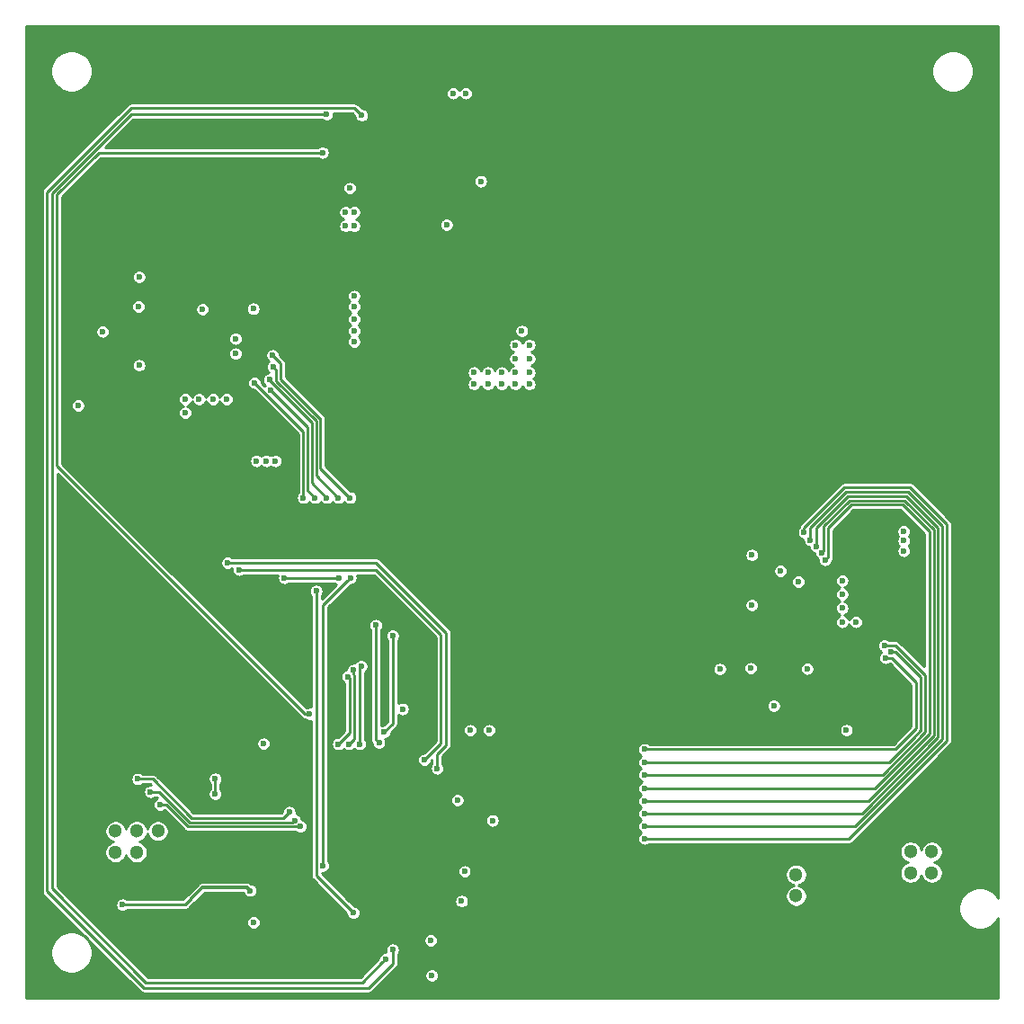
<source format=gbr>
%TF.GenerationSoftware,KiCad,Pcbnew,(5.1.6)-1*%
%TF.CreationDate,2020-06-01T16:59:42-04:00*%
%TF.ProjectId,upsat-comms-hardware,75707361-742d-4636-9f6d-6d732d686172,0.3*%
%TF.SameCoordinates,Original*%
%TF.FileFunction,Copper,L4,Bot*%
%TF.FilePolarity,Positive*%
%FSLAX46Y46*%
G04 Gerber Fmt 4.6, Leading zero omitted, Abs format (unit mm)*
G04 Created by KiCad (PCBNEW (5.1.6)-1) date 2020-06-01 16:59:42*
%MOMM*%
%LPD*%
G01*
G04 APERTURE LIST*
%TA.AperFunction,ViaPad*%
%ADD10C,0.600000*%
%TD*%
%TA.AperFunction,ComponentPad*%
%ADD11R,1.300000X1.300000*%
%TD*%
%TA.AperFunction,ComponentPad*%
%ADD12C,1.300000*%
%TD*%
%TA.AperFunction,ComponentPad*%
%ADD13C,0.600000*%
%TD*%
%TA.AperFunction,ViaPad*%
%ADD14C,0.400000*%
%TD*%
%TA.AperFunction,Conductor*%
%ADD15C,0.250000*%
%TD*%
%TA.AperFunction,Conductor*%
%ADD16C,0.305000*%
%TD*%
%TA.AperFunction,Conductor*%
%ADD17C,0.270000*%
%TD*%
G04 APERTURE END LIST*
D10*
%TO.N,GND*%
%TO.C,REF\u002A\u002A*%
X158800000Y-82100000D03*
%TD*%
%TO.N,GND*%
%TO.C,REF\u002A\u002A*%
X159700000Y-90700000D03*
%TD*%
%TO.N,GND*%
%TO.C,REF\u002A\u002A*%
X156100000Y-92900000D03*
%TD*%
%TO.N,GND*%
%TO.C,REF\u002A\u002A*%
X156100000Y-85300000D03*
%TD*%
%TO.N,GND*%
%TO.C,REF\u002A\u002A*%
X155500000Y-78500000D03*
%TD*%
%TO.N,GND*%
%TO.C,REF\u002A\u002A*%
X147600000Y-78200000D03*
%TD*%
%TO.N,GND*%
%TO.C,REF\u002A\u002A*%
X147400000Y-73700000D03*
%TD*%
%TO.N,GND*%
%TO.C,REF\u002A\u002A*%
X156800000Y-72700000D03*
%TD*%
%TO.N,GND*%
%TO.C,REF\u002A\u002A*%
X155600000Y-64500000D03*
%TD*%
%TO.N,GND*%
%TO.C,REF\u002A\u002A*%
X151700000Y-68900000D03*
%TD*%
%TO.N,GND*%
%TO.C,REF\u002A\u002A*%
X149200000Y-62200000D03*
%TD*%
%TO.N,GND*%
%TO.C,REF\u002A\u002A*%
X122700000Y-128800000D03*
%TD*%
%TO.N,GND*%
%TO.C,REF\u002A\u002A*%
X124200000Y-132800000D03*
%TD*%
%TO.N,GND*%
%TO.C,REF\u002A\u002A*%
X122700000Y-131300000D03*
%TD*%
%TO.N,GND*%
%TO.C,REF\u002A\u002A*%
X142600000Y-67200000D03*
%TD*%
%TO.N,GND*%
%TO.C,REF\u002A\u002A*%
X143700000Y-67200000D03*
%TD*%
%TO.N,GND*%
%TO.C,REF\u002A\u002A*%
X143700000Y-66000000D03*
%TD*%
%TO.N,GND*%
%TO.C,REF\u002A\u002A*%
X142600000Y-66000000D03*
%TD*%
%TO.N,GND*%
%TO.C,REF\u002A\u002A*%
X127800000Y-143600000D03*
%TD*%
%TO.N,GND*%
%TO.C,REF\u002A\u002A*%
X181500000Y-138300000D03*
%TD*%
D11*
%TO.P,EPS,1*%
%TO.N,GND*%
X177500000Y-135000000D03*
D12*
%TO.P,EPS,2*%
X177500000Y-137000000D03*
%TO.P,EPS,3*%
%TO.N,+3V3*%
X175500000Y-135000000D03*
%TO.P,EPS,4*%
X175500000Y-137000000D03*
%TO.P,EPS,5*%
%TO.N,GND*%
X173500000Y-135000000D03*
%TO.P,EPS,6*%
X173500000Y-137000000D03*
%TD*%
D11*
%TO.P,SWD,1*%
%TO.N,GND*%
X115400000Y-132900000D03*
D12*
%TO.P,SWD,2*%
%TO.N,Net-(P1-Pad2)*%
X115400000Y-130900000D03*
%TO.P,SWD,3*%
%TO.N,Net-(P1-Pad3)*%
X113400000Y-132900000D03*
%TO.P,SWD,4*%
%TO.N,Net-(P1-Pad4)*%
X113400000Y-130900000D03*
%TO.P,SWD,5*%
%TO.N,Net-(P1-Pad5)*%
X111400000Y-132900000D03*
%TO.P,SWD,6*%
%TO.N,Net-(P1-Pad6)*%
X111400000Y-130900000D03*
%TD*%
D11*
%TO.P,OBC,1*%
%TO.N,GND*%
X188277620Y-136834336D03*
D12*
%TO.P,OBC,2*%
X186277620Y-136834336D03*
%TO.P,OBC,3*%
%TO.N,Net-(P2-Pad3)*%
X188277620Y-134834336D03*
%TO.P,OBC,4*%
%TO.N,Net-(P2-Pad4)*%
X186277620Y-134834336D03*
%TO.P,OBC,5*%
%TO.N,Net-(P2-Pad5)*%
X188277620Y-132834336D03*
%TO.P,OBC,6*%
%TO.N,N/C*%
X186277620Y-132834336D03*
%TD*%
D10*
%TO.N,GND*%
%TO.C,REF\u002A\u002A*%
X191000000Y-81000000D03*
%TD*%
%TO.N,GND*%
%TO.C,REF\u002A\u002A*%
X189500000Y-68000000D03*
%TD*%
%TO.N,GND*%
%TO.C,REF\u002A\u002A*%
X193000000Y-56500000D03*
%TD*%
%TO.N,GND*%
%TO.C,REF\u002A\u002A*%
X177000000Y-61000000D03*
%TD*%
%TO.N,GND*%
%TO.C,REF\u002A\u002A*%
X125000000Y-120500000D03*
%TD*%
%TO.N,GND*%
%TO.C,REF\u002A\u002A*%
X126500000Y-112400000D03*
%TD*%
%TO.N,GND*%
%TO.C,REF\u002A\u002A*%
X117000000Y-109300000D03*
%TD*%
%TO.N,GND*%
%TO.C,REF\u002A\u002A*%
X183500000Y-63500000D03*
%TD*%
%TO.N,GND*%
%TO.C,REF\u002A\u002A*%
X165500000Y-56500000D03*
%TD*%
%TO.N,GND*%
%TO.C,REF\u002A\u002A*%
X176500000Y-69000000D03*
%TD*%
%TO.N,GND*%
%TO.C,REF\u002A\u002A*%
X138500000Y-127000000D03*
%TD*%
%TO.N,GND*%
%TO.C,REF\u002A\u002A*%
X127400000Y-127000000D03*
%TD*%
%TO.N,GND*%
%TO.C,REF\u002A\u002A*%
X133000000Y-127500000D03*
%TD*%
%TO.N,GND*%
%TO.C,REF\u002A\u002A*%
X183000000Y-72500000D03*
%TD*%
%TO.N,GND*%
%TO.C,REF\u002A\u002A*%
X169500000Y-62000000D03*
%TD*%
%TO.N,GND*%
%TO.C,REF\u002A\u002A*%
X136000000Y-128500000D03*
%TD*%
%TO.N,GND*%
%TO.C,REF\u002A\u002A*%
X134500000Y-132500000D03*
%TD*%
%TO.N,GND*%
%TO.C,REF\u002A\u002A*%
X106900000Y-108500000D03*
%TD*%
%TO.N,GND*%
%TO.C,REF\u002A\u002A*%
X190000000Y-90000000D03*
%TD*%
%TO.N,GND*%
%TO.C,REF\u002A\u002A*%
X128000000Y-133000000D03*
%TD*%
%TO.N,GND*%
%TO.C,REF\u002A\u002A*%
X110300000Y-113600000D03*
%TD*%
%TO.N,GND*%
%TO.C,REF\u002A\u002A*%
X107500000Y-121000000D03*
%TD*%
%TO.N,GND*%
%TO.C,REF\u002A\u002A*%
X172000000Y-89500000D03*
%TD*%
%TO.N,GND*%
%TO.C,REF\u002A\u002A*%
X142000000Y-56000000D03*
%TD*%
%TO.N,GND*%
%TO.C,REF\u002A\u002A*%
X121100000Y-70850000D03*
%TD*%
%TO.N,GND*%
%TO.C,REF\u002A\u002A*%
X135000000Y-135500000D03*
%TD*%
%TO.N,GND*%
%TO.C,REF\u002A\u002A*%
X114500000Y-119300000D03*
%TD*%
%TO.N,GND*%
%TO.C,REF\u002A\u002A*%
X107000000Y-127500000D03*
%TD*%
%TO.N,GND*%
%TO.C,REF\u002A\u002A*%
X179000000Y-86500000D03*
%TD*%
%TO.N,GND*%
%TO.C,REF\u002A\u002A*%
X167000000Y-85000000D03*
%TD*%
%TO.N,GND*%
%TO.C,REF\u002A\u002A*%
X139500000Y-104000000D03*
%TD*%
%TO.N,GND*%
%TO.C,REF\u002A\u002A*%
X108500000Y-79500000D03*
%TD*%
%TO.N,GND*%
%TO.C,REF\u002A\u002A*%
X109000000Y-96000000D03*
%TD*%
%TO.N,GND*%
%TO.C,REF\u002A\u002A*%
X135500000Y-107500000D03*
%TD*%
%TO.N,GND*%
%TO.C,REF\u002A\u002A*%
X133200000Y-112300000D03*
%TD*%
%TO.N,GND*%
%TO.C,REF\u002A\u002A*%
X130000000Y-138000000D03*
%TD*%
%TO.N,GND*%
%TO.C,REF\u002A\u002A*%
X115500000Y-125000000D03*
%TD*%
%TO.N,GND*%
%TO.C,REF\u002A\u002A*%
X107500000Y-133400000D03*
%TD*%
%TO.N,GND*%
%TO.C,REF\u002A\u002A*%
X179000000Y-78500000D03*
%TD*%
%TO.N,GND*%
%TO.C,REF\u002A\u002A*%
X193500000Y-99500000D03*
%TD*%
%TO.N,GND*%
%TO.C,REF\u002A\u002A*%
X110000000Y-75000000D03*
%TD*%
%TO.N,GND*%
%TO.C,REF\u002A\u002A*%
X123000000Y-100000000D03*
%TD*%
%TO.N,GND*%
%TO.C,REF\u002A\u002A*%
X110000000Y-99500000D03*
%TD*%
%TO.N,GND*%
%TO.C,REF\u002A\u002A*%
X139500000Y-112600000D03*
%TD*%
%TO.N,GND*%
%TO.C,REF\u002A\u002A*%
X126500000Y-118900000D03*
%TD*%
%TO.N,GND*%
%TO.C,REF\u002A\u002A*%
X174500000Y-97000000D03*
%TD*%
%TO.N,GND*%
%TO.C,REF\u002A\u002A*%
X154600000Y-105000000D03*
%TD*%
%TO.N,GND*%
%TO.C,REF\u002A\u002A*%
X152000000Y-101400000D03*
%TD*%
%TO.N,GND*%
%TO.C,REF\u002A\u002A*%
X145600000Y-110200000D03*
%TD*%
%TO.N,GND*%
%TO.C,REF\u002A\u002A*%
X146600000Y-106000000D03*
%TD*%
%TO.N,GND*%
%TO.C,REF\u002A\u002A*%
X163700000Y-113000000D03*
%TD*%
%TO.N,GND*%
%TO.C,REF\u002A\u002A*%
X150900000Y-128200000D03*
%TD*%
%TO.N,GND*%
%TO.C,REF\u002A\u002A*%
X159500000Y-100000000D03*
%TD*%
%TO.N,GND*%
%TO.C,REF\u002A\u002A*%
X189500000Y-128900000D03*
%TD*%
%TO.N,GND*%
%TO.C,REF\u002A\u002A*%
X192800000Y-133900000D03*
%TD*%
%TO.N,GND*%
%TO.C,REF\u002A\u002A*%
X166000000Y-134800000D03*
%TD*%
%TO.N,GND*%
%TO.C,REF\u002A\u002A*%
X143900000Y-100600000D03*
%TD*%
%TO.N,GND*%
%TO.C,REF\u002A\u002A*%
X157400000Y-107500000D03*
%TD*%
%TO.N,GND*%
%TO.C,REF\u002A\u002A*%
X148900000Y-121500000D03*
%TD*%
%TO.N,GND*%
%TO.C,REF\u002A\u002A*%
X152800000Y-125800000D03*
%TD*%
%TO.N,GND*%
%TO.C,REF\u002A\u002A*%
X183000000Y-94500000D03*
%TD*%
%TO.N,GND*%
%TO.C,REF\u002A\u002A*%
X191400000Y-110900000D03*
%TD*%
%TO.N,GND*%
%TO.C,REF\u002A\u002A*%
X187000000Y-113700000D03*
%TD*%
%TO.N,GND*%
%TO.C,REF\u002A\u002A*%
X193400000Y-119400000D03*
%TD*%
%TO.N,GND*%
%TO.C,REF\u002A\u002A*%
X186100000Y-139000000D03*
%TD*%
%TO.N,GND*%
%TO.C,REF\u002A\u002A*%
X157000000Y-114500000D03*
%TD*%
%TO.N,GND*%
%TO.C,REF\u002A\u002A*%
X165100000Y-118900000D03*
%TD*%
%TO.N,GND*%
%TO.C,REF\u002A\u002A*%
X144600000Y-119300000D03*
%TD*%
%TO.N,GND*%
%TO.C,REF\u002A\u002A*%
X155900000Y-134100000D03*
%TD*%
%TO.N,GND*%
%TO.C,REF\u002A\u002A*%
X157100000Y-142900000D03*
%TD*%
%TO.N,GND*%
%TO.C,REF\u002A\u002A*%
X163500000Y-141000000D03*
%TD*%
%TO.N,GND*%
%TO.C,REF\u002A\u002A*%
X175900000Y-143800000D03*
%TD*%
%TO.N,GND*%
%TO.C,REF\u002A\u002A*%
X192000000Y-144500000D03*
%TD*%
%TO.N,GND*%
%TO.C,REF\u002A\u002A*%
X148500000Y-144000000D03*
%TD*%
%TO.N,GND*%
%TO.C,REF\u002A\u002A*%
X104500000Y-145500000D03*
%TD*%
%TO.N,GND*%
%TO.C,REF\u002A\u002A*%
X114000000Y-140900000D03*
%TD*%
%TO.N,GND*%
%TO.C,REF\u002A\u002A*%
X104500000Y-139500000D03*
%TD*%
%TO.N,GND*%
%TO.C,REF\u002A\u002A*%
X110000000Y-145500000D03*
%TD*%
%TO.N,GND*%
%TO.C,REF\u002A\u002A*%
X134000000Y-142500000D03*
%TD*%
%TO.N,GND*%
%TO.C,REF\u002A\u002A*%
X114500000Y-70500000D03*
%TD*%
%TO.N,GND*%
%TO.C,REF\u002A\u002A*%
X103600000Y-63000000D03*
%TD*%
%TO.N,GND*%
%TO.C,REF\u002A\u002A*%
X109400000Y-69500000D03*
%TD*%
%TO.N,GND*%
%TO.C,REF\u002A\u002A*%
X120800000Y-64300000D03*
%TD*%
%TO.N,GND*%
%TO.C,REF\u002A\u002A*%
X120500000Y-58000000D03*
%TD*%
%TO.N,GND*%
%TO.C,REF\u002A\u002A*%
X103500000Y-56000000D03*
%TD*%
%TO.N,GND*%
%TO.C,REF\u002A\u002A*%
X114500000Y-58000000D03*
%TD*%
%TO.N,GND*%
%TO.C,REF\u002A\u002A*%
X124500000Y-60500000D03*
%TD*%
%TO.N,GND*%
%TO.C,REF\u002A\u002A*%
X114500000Y-66150000D03*
%TD*%
%TO.N,GND*%
%TO.C,REF\u002A\u002A*%
X119800000Y-131900000D03*
%TD*%
%TO.N,GND*%
%TO.C,REF\u002A\u002A*%
X122300000Y-135000000D03*
%TD*%
%TO.N,GND*%
%TO.C,REF\u002A\u002A*%
X131700000Y-121300000D03*
%TD*%
%TO.N,GND*%
%TO.C,REF\u002A\u002A*%
X123200000Y-117300000D03*
%TD*%
%TO.N,GND*%
%TO.C,REF\u002A\u002A*%
X115900000Y-137200000D03*
%TD*%
D13*
%TO.P,U10,33*%
%TO.N,GND*%
X115234760Y-85181328D03*
X116334760Y-85181328D03*
X117434760Y-85181328D03*
X115234760Y-84081328D03*
X116334760Y-84081328D03*
X117434760Y-84081328D03*
X115234760Y-82981328D03*
X116334760Y-82981328D03*
X117434760Y-82981328D03*
%TD*%
%TO.P,U4,33*%
%TO.N,GND*%
X174859692Y-114005988D03*
X174859692Y-112905988D03*
X174859692Y-111805988D03*
X173759692Y-114005988D03*
X173759692Y-112905988D03*
X173759692Y-111805988D03*
X172659692Y-114005988D03*
X172659692Y-112905988D03*
X172659692Y-111805988D03*
%TD*%
D14*
%TO.N,GND*%
%TO.C,U16*%
X139322380Y-76231328D03*
X140022380Y-76231328D03*
X140022380Y-76931328D03*
X139322380Y-76931328D03*
%TD*%
D10*
%TO.N,GND*%
X183350000Y-109200000D03*
X123725295Y-95244155D03*
X184857010Y-105482732D03*
X141521651Y-81902823D03*
X139730000Y-143280000D03*
X160400000Y-75200000D03*
X160400000Y-78200000D03*
X128260000Y-82600000D03*
X128260000Y-88600000D03*
X132900000Y-94900000D03*
X139000000Y-94900000D03*
X145000000Y-94900000D03*
X151000000Y-94900000D03*
X157000000Y-94900000D03*
X161740000Y-88700000D03*
X161740000Y-82700000D03*
X128260000Y-64500000D03*
X128260000Y-70600000D03*
X127100000Y-75200000D03*
X129400000Y-78100000D03*
X161740000Y-70500000D03*
X161740000Y-64600000D03*
X157000000Y-58270000D03*
X151000000Y-58270000D03*
X144900000Y-58270000D03*
X139000000Y-58270000D03*
X133000000Y-58265000D03*
X152700000Y-74100000D03*
X151500000Y-74100000D03*
X150300000Y-74100000D03*
X142324688Y-128938730D03*
X163700000Y-77900000D03*
X163700000Y-75200000D03*
X169379259Y-100020741D03*
X167900000Y-101400000D03*
X169300000Y-97200000D03*
X167900000Y-98600000D03*
X167900000Y-95900000D03*
X166500000Y-97220741D03*
X165100000Y-98599994D03*
X165100000Y-95900000D03*
X163700000Y-97200000D03*
X163700000Y-100000000D03*
X165100000Y-101400000D03*
X146460000Y-74450000D03*
X142551328Y-69781328D03*
X174929692Y-122335988D03*
X169210000Y-77980000D03*
X169100000Y-75200000D03*
X165100000Y-74100000D03*
X166500000Y-75180000D03*
X167900000Y-74100000D03*
X167900000Y-76700000D03*
X167900000Y-79000000D03*
X166500000Y-77980000D03*
X165100000Y-79000000D03*
X126100000Y-94400000D03*
X179924769Y-112560741D03*
X145100000Y-134800000D03*
X139800000Y-134000000D03*
X136200000Y-141700000D03*
X146600000Y-128600000D03*
X142900000Y-139300000D03*
X140512580Y-120450000D03*
X140512580Y-121690000D03*
X123370000Y-124830000D03*
X149500000Y-135700000D03*
X143410000Y-143620000D03*
X143410000Y-142190000D03*
X120690000Y-137410000D03*
X123690000Y-138340000D03*
X121130000Y-139660000D03*
X126480000Y-121440000D03*
X150210000Y-124410000D03*
X150210000Y-125700000D03*
X146600000Y-127100000D03*
X146600000Y-125760000D03*
X148600000Y-140500000D03*
X174924769Y-106560741D03*
X123400000Y-85200000D03*
X186739692Y-111105988D03*
X186739692Y-108905988D03*
X186739692Y-107405988D03*
X186739692Y-105505988D03*
X133160000Y-65940000D03*
X134810000Y-68440000D03*
X137820000Y-69700000D03*
X106958044Y-85481328D03*
X135572380Y-71215664D03*
X136272384Y-71215664D03*
X138272380Y-70915664D03*
X138272380Y-71615664D03*
X141572380Y-71515664D03*
X140272380Y-71515664D03*
X129772380Y-73815664D03*
X129772380Y-72615664D03*
X168539692Y-103865988D03*
X169459692Y-102645988D03*
X170389692Y-102635988D03*
X171419692Y-103765988D03*
X109892380Y-82805664D03*
X110162380Y-81875664D03*
X111522380Y-80245664D03*
X116312380Y-76555664D03*
X114532380Y-76885664D03*
X115372380Y-77145664D03*
X126532380Y-79835664D03*
X125432380Y-81895664D03*
X126572380Y-81105664D03*
X119832380Y-93615664D03*
X123762380Y-97085664D03*
X121732380Y-97065664D03*
X118132380Y-97065664D03*
X120212380Y-97065664D03*
X174069692Y-121325988D03*
X177918897Y-109515193D03*
X171639692Y-106505988D03*
X172339692Y-106505988D03*
X173039692Y-106505988D03*
X165439692Y-105905988D03*
X165439692Y-104205988D03*
X167603897Y-109385398D03*
X166319692Y-112845988D03*
X166669692Y-113855988D03*
X166889692Y-115665988D03*
X166669692Y-114795988D03*
X170629692Y-118765988D03*
X170019692Y-117775988D03*
X172419692Y-119455988D03*
X171689692Y-119005988D03*
X174239692Y-119655988D03*
X176147099Y-117385398D03*
X179109692Y-121155988D03*
X179109692Y-120305988D03*
X182939692Y-116005988D03*
X184439692Y-117205988D03*
X179639692Y-115205988D03*
X179639692Y-116205988D03*
X180639692Y-102005988D03*
X182439692Y-102005988D03*
X181539692Y-101005988D03*
X137372380Y-77715664D03*
X137412380Y-76005664D03*
X140672380Y-82815664D03*
X138172380Y-84115664D03*
X138872380Y-83415664D03*
X137572380Y-83415664D03*
X138872380Y-84815664D03*
X137572380Y-84815664D03*
X139572380Y-88815664D03*
X139572380Y-87515664D03*
X140872380Y-87515664D03*
X140872380Y-88815664D03*
X142172380Y-88815664D03*
X143872380Y-84075664D03*
X143872380Y-84815664D03*
X143872380Y-83315664D03*
X132672380Y-79115664D03*
X131872380Y-79115664D03*
X119822380Y-77915664D03*
X110472380Y-81115664D03*
X108922380Y-89515664D03*
X108172380Y-89515664D03*
X112922380Y-89765664D03*
X114022380Y-89765664D03*
X116622380Y-90265664D03*
X119622380Y-88465664D03*
X122672380Y-81865664D03*
X122672380Y-83615666D03*
X122672380Y-82765664D03*
X124072380Y-74915664D03*
X123272380Y-75715664D03*
X124922380Y-75715664D03*
X125372380Y-79065664D03*
X111852380Y-86585664D03*
X107982380Y-84505664D03*
X109582380Y-84655664D03*
X112052380Y-94695664D03*
X113062380Y-93265664D03*
%TO.N,+3V3*%
X125350799Y-122678716D03*
X145800000Y-69700000D03*
X144300000Y-134700000D03*
X144000000Y-137500000D03*
X141200000Y-144500000D03*
X141100000Y-141200000D03*
X124400000Y-139500000D03*
X143600000Y-128000000D03*
X133460000Y-70350000D03*
X144800000Y-121400000D03*
X146600000Y-121400000D03*
X133900000Y-83800000D03*
X133900000Y-82700000D03*
X133900000Y-81500000D03*
X144380000Y-61420000D03*
X143210000Y-61420000D03*
X126469336Y-96040664D03*
X125610000Y-96040664D03*
X124680000Y-96040664D03*
X185639692Y-104505988D03*
X185639692Y-103560741D03*
X138440000Y-119400000D03*
X146900000Y-129900000D03*
X142572380Y-73815664D03*
X133872380Y-72615664D03*
X133872380Y-73915664D03*
X133072380Y-73915664D03*
X133072380Y-72615664D03*
X133872380Y-84815664D03*
X133872380Y-80515664D03*
X149672380Y-83815664D03*
X150372380Y-85115664D03*
X149072380Y-85115664D03*
X150372380Y-86415664D03*
X149072380Y-86415664D03*
X150372380Y-88815664D03*
X150372380Y-87715664D03*
X149072380Y-87715664D03*
X149072380Y-88815664D03*
X147772380Y-88815664D03*
X147772380Y-87715664D03*
X146472380Y-87715664D03*
X146472380Y-88815664D03*
X145172380Y-88815664D03*
X145172380Y-87715664D03*
X185639692Y-102675664D03*
%TO.N,VDD*%
X171214769Y-115560741D03*
X110201813Y-83858646D03*
X175705282Y-107405988D03*
X174039692Y-106405988D03*
X171339692Y-109605988D03*
X171339692Y-104905988D03*
X168309692Y-115645988D03*
X173389692Y-119085988D03*
X180239692Y-121405988D03*
X176539692Y-115605988D03*
X179839692Y-107305988D03*
X181139692Y-111205988D03*
X179839692Y-108605988D03*
X179839692Y-109905988D03*
X179839692Y-111205988D03*
X117972380Y-91515664D03*
X121872380Y-90215664D03*
X120572380Y-90215664D03*
X117972380Y-90215664D03*
X119272380Y-90215664D03*
X113572380Y-81515664D03*
X113622380Y-78715664D03*
X124372380Y-81715664D03*
X119602380Y-81765664D03*
X122722380Y-85945664D03*
X122712380Y-84525664D03*
X113622380Y-87045664D03*
X107872380Y-90815664D03*
%TO.N,/NRST*%
X115600000Y-128400000D03*
X128830000Y-130480000D03*
%TO.N,/SWDIO*%
X112060000Y-137840000D03*
X124100000Y-136500000D03*
%TO.N,/USART3_TX*%
X114700000Y-127200000D03*
X128280350Y-129902590D03*
%TO.N,/USART3_RX*%
X113500000Y-126000000D03*
X127770000Y-129130000D03*
%TO.N,/I2C1_SDA*%
X134600000Y-63500000D03*
X137501529Y-142081824D03*
%TO.N,/I2C1_SCL*%
X136846035Y-142960187D03*
X131300000Y-63400000D03*
%TO.N,/2RESET_N*%
X134531438Y-115381147D03*
X134400000Y-122700000D03*
%TO.N,/2GPIO3*%
X133822590Y-115737312D03*
X133400000Y-122700000D03*
%TO.N,/2GPIO2*%
X133269999Y-116352228D03*
X132400000Y-122700000D03*
%TO.N,/SPI2_MISO*%
X120800219Y-125974604D03*
X120800000Y-127389990D03*
%TO.N,/1GPIO3*%
X121970000Y-105650000D03*
X141700000Y-125000000D03*
%TO.N,/1GPIO2*%
X123060000Y-106300000D03*
X140500000Y-124200000D03*
%TO.N,/DAC_OUT2*%
X129679825Y-119885736D03*
X130900000Y-67000000D03*
%TO.N,/SPI1_MISO*%
X137500000Y-112500000D03*
X136710000Y-121590000D03*
%TO.N,/SPI1_MOSI*%
X135915981Y-111515981D03*
X136215980Y-122590000D03*
%TO.N,/1GPIO0*%
X132484790Y-107036822D03*
X127300000Y-107050000D03*
%TO.N,/1CS_N*%
X133512010Y-107052531D03*
X130949027Y-134150973D03*
%TO.N,/SPI1_SCK*%
X133800000Y-138600000D03*
X130300000Y-108300000D03*
%TO.N,Net-(R58-Pad2)*%
X161219259Y-123204769D03*
X183924769Y-114578988D03*
%TO.N,Net-(R59-Pad2)*%
X161219259Y-124424769D03*
X184446682Y-114001580D03*
%TO.N,Net-(R60-Pad2)*%
X161229259Y-125584769D03*
X183810224Y-113420168D03*
%TO.N,Net-(R61-Pad2)*%
X178224769Y-105360741D03*
X161219261Y-126874769D03*
%TO.N,Net-(R62-Pad2)*%
X161209547Y-128094481D03*
X177888285Y-104687772D03*
%TO.N,Net-(R63-Pad2)*%
X177416201Y-104101902D03*
X161219259Y-129244769D03*
%TO.N,Net-(R64-Pad2)*%
X176838791Y-103480741D03*
X161219259Y-130454769D03*
%TO.N,Net-(R65-Pad2)*%
X161229259Y-131604769D03*
X176261381Y-102765709D03*
%TO.N,Net-(R69-Pad2)*%
X129100000Y-99500000D03*
X124496079Y-88688299D03*
%TO.N,Net-(R70-Pad2)*%
X130200000Y-99500000D03*
X125993564Y-89341009D03*
%TO.N,Net-(R71-Pad2)*%
X131300000Y-99500000D03*
X125900000Y-88400000D03*
%TO.N,Net-(R72-Pad2)*%
X132400000Y-99500000D03*
X126234534Y-87185075D03*
%TO.N,Net-(R73-Pad2)*%
X133500000Y-99500000D03*
X126200000Y-86100000D03*
%TD*%
D15*
%TO.N,/NRST*%
X115600000Y-128400000D02*
X116154058Y-128400000D01*
X116154058Y-128400000D02*
X118234058Y-130480000D01*
X118234058Y-130480000D02*
X118329506Y-130480000D01*
X118329506Y-130480000D02*
X128830000Y-130480000D01*
%TO.N,/SWDIO*%
X112060000Y-137840000D02*
X117960000Y-137840000D01*
X117960000Y-137840000D02*
X118600000Y-137200000D01*
D16*
X119600000Y-136200000D02*
X123800000Y-136200000D01*
X123800000Y-136200000D02*
X124100000Y-136500000D01*
X118600000Y-137200000D02*
X119600000Y-136200000D01*
D15*
%TO.N,/USART3_TX*%
X114700000Y-127200000D02*
X115523152Y-127200000D01*
X115523152Y-127200000D02*
X118396230Y-130073078D01*
X118396230Y-130073078D02*
X128113078Y-130073078D01*
X128113078Y-130073078D02*
X128230173Y-129955983D01*
X128230173Y-129955983D02*
X128230173Y-129952767D01*
X128230173Y-129952767D02*
X128280350Y-129902590D01*
%TO.N,/USART3_RX*%
X113500000Y-126000000D02*
X114892247Y-126000000D01*
X114892247Y-126000000D02*
X118562914Y-129670667D01*
X118562914Y-129670667D02*
X127225666Y-129670667D01*
X127225666Y-129670667D02*
X127766333Y-129130000D01*
X127766333Y-129130000D02*
X127770000Y-129130000D01*
%TO.N,/I2C1_SDA*%
X134300001Y-63200001D02*
X134600000Y-63500000D01*
X112904674Y-62795099D02*
X133895099Y-62795099D01*
X114070820Y-145665010D02*
X104965178Y-136559368D01*
X137501529Y-142081824D02*
X137501529Y-143384173D01*
X135220692Y-145665010D02*
X114070820Y-145665010D01*
X104965178Y-70734595D02*
X112904674Y-62795099D01*
X137501529Y-143384173D02*
X135220692Y-145665010D01*
X133895099Y-62795099D02*
X134300001Y-63200001D01*
X104965178Y-136559368D02*
X104965178Y-70734595D01*
%TO.N,/I2C1_SCL*%
X136546036Y-143260186D02*
X136846035Y-142960187D01*
X114280004Y-145160000D02*
X134646222Y-145160000D01*
X112868868Y-63400000D02*
X105422589Y-70846279D01*
X131300000Y-63400000D02*
X112868868Y-63400000D01*
X134646222Y-145160000D02*
X136546036Y-143260186D01*
X105422589Y-136302585D02*
X114280004Y-145160000D01*
X105422589Y-70846279D02*
X105422589Y-136302585D01*
%TO.N,/2RESET_N*%
X134400000Y-115512585D02*
X134531438Y-115381147D01*
X134400000Y-122700000D02*
X134400000Y-115512585D01*
%TO.N,/2GPIO3*%
X133822590Y-116161576D02*
X133822590Y-115737312D01*
X133868664Y-116207650D02*
X133822590Y-116161576D01*
X133868664Y-122231336D02*
X133868664Y-116207650D01*
X133400000Y-122700000D02*
X133868664Y-122231336D01*
%TO.N,/2GPIO2*%
X132400000Y-122700000D02*
X133441478Y-121658522D01*
X133441478Y-121658522D02*
X133441478Y-116515165D01*
X133441478Y-116515165D02*
X133274270Y-116347957D01*
X133274270Y-116347957D02*
X133269999Y-116352228D01*
%TO.N,/SPI2_MISO*%
X120800000Y-125974823D02*
X120800219Y-125974604D01*
X120800000Y-127389990D02*
X120800000Y-125974823D01*
%TO.N,/1GPIO3*%
X135950003Y-105650000D02*
X122394264Y-105650000D01*
X141700000Y-123652654D02*
X142522411Y-122830243D01*
X141700000Y-125000000D02*
X141700000Y-123652654D01*
X142522411Y-122830243D02*
X142522411Y-112222408D01*
X142522411Y-112222408D02*
X135950003Y-105650000D01*
X122394264Y-105650000D02*
X121970000Y-105650000D01*
%TO.N,/1GPIO2*%
X142052400Y-112417091D02*
X135935309Y-106300000D01*
X123484264Y-106300000D02*
X123060000Y-106300000D01*
X142052400Y-122647600D02*
X142052400Y-112417091D01*
X140500000Y-124200000D02*
X142052400Y-122647600D01*
X135935309Y-106300000D02*
X123484264Y-106300000D01*
%TO.N,/DAC_OUT2*%
X109827963Y-67010000D02*
X105880000Y-70957963D01*
X105880000Y-70957963D02*
X105880000Y-96510175D01*
X130900000Y-67000000D02*
X130890000Y-67010000D01*
X130890000Y-67010000D02*
X109827963Y-67010000D01*
X105880000Y-96510175D02*
X129255561Y-119885736D01*
X129255561Y-119885736D02*
X129679825Y-119885736D01*
%TO.N,/SPI1_MISO*%
X136710000Y-121590000D02*
X137500000Y-120800000D01*
X137500000Y-112924264D02*
X137500000Y-112500000D01*
X137500000Y-120800000D02*
X137500000Y-112924264D01*
%TO.N,/SPI1_MOSI*%
X135915981Y-114484350D02*
X135915981Y-111515981D01*
X136215980Y-122590000D02*
X135915981Y-122290001D01*
X135915981Y-122290001D02*
X135915981Y-114484350D01*
%TO.N,/1GPIO0*%
X132471612Y-107050000D02*
X132484790Y-107036822D01*
X127300000Y-107050000D02*
X132471612Y-107050000D01*
D17*
%TO.N,/1CS_N*%
X133212011Y-107352530D02*
X133512010Y-107052531D01*
X130949027Y-109615514D02*
X133212011Y-107352530D01*
X130949027Y-134150973D02*
X130949027Y-109615514D01*
%TO.N,/SPI1_SCK*%
X133800000Y-138600000D02*
X130300000Y-135100000D01*
X130300000Y-135100000D02*
X130300000Y-120134915D01*
X130300000Y-120134915D02*
X130300000Y-108300000D01*
D15*
%TO.N,Net-(R58-Pad2)*%
X161219259Y-123204769D02*
X184855990Y-123204769D01*
X184855990Y-123204769D02*
X186835428Y-121225331D01*
X184493016Y-114578988D02*
X183924769Y-114578988D01*
X186835428Y-121225331D02*
X186835428Y-116921400D01*
X186835428Y-116921400D02*
X184493016Y-114578988D01*
%TO.N,Net-(R59-Pad2)*%
X161219259Y-124424769D02*
X184232110Y-124424769D01*
X184232110Y-124424769D02*
X186509180Y-122147699D01*
X186509180Y-122147699D02*
X186518470Y-122147699D01*
X186518470Y-122147699D02*
X187239839Y-121426330D01*
X184870946Y-114001580D02*
X187239839Y-116370473D01*
X184446682Y-114001580D02*
X184870946Y-114001580D01*
X187239839Y-116370473D02*
X187239839Y-121426330D01*
%TO.N,Net-(R60-Pad2)*%
X187646250Y-121591842D02*
X187646250Y-120400000D01*
X183653323Y-125584769D02*
X187646250Y-121591842D01*
X161229259Y-125584769D02*
X183653323Y-125584769D01*
X187646250Y-116202133D02*
X187646250Y-120400000D01*
X187646250Y-120400000D02*
X187646250Y-120899260D01*
X184864285Y-113420168D02*
X187646250Y-116202133D01*
X183810224Y-113420168D02*
X184864285Y-113420168D01*
%TO.N,Net-(R61-Pad2)*%
X180694338Y-100160741D02*
X185520384Y-100160741D01*
X178513286Y-102341793D02*
X180694338Y-100160741D01*
X178224769Y-105360741D02*
X178513286Y-105072224D01*
X178513286Y-105072224D02*
X178513286Y-102341793D01*
X182932418Y-126874769D02*
X161219261Y-126874769D01*
X188064769Y-121742418D02*
X182932418Y-126874769D01*
X188064769Y-102705126D02*
X188064769Y-121742418D01*
X185520384Y-100160741D02*
X188064769Y-102705126D01*
%TO.N,Net-(R62-Pad2)*%
X182281801Y-128094481D02*
X161633811Y-128094481D01*
X188467180Y-121909102D02*
X182281801Y-128094481D01*
X188467180Y-102538442D02*
X188467180Y-121909102D01*
X185687068Y-99758330D02*
X188467180Y-102538442D01*
X180527654Y-99758330D02*
X185687068Y-99758330D01*
X178110875Y-102175109D02*
X180527654Y-99758330D01*
X161633811Y-128094481D02*
X161209547Y-128094481D01*
X178110875Y-104465182D02*
X178110875Y-102175109D01*
X177888285Y-104687772D02*
X178110875Y-104465182D01*
X177888285Y-104687772D02*
X177888285Y-104722969D01*
%TO.N,Net-(R63-Pad2)*%
X177416201Y-103677638D02*
X177416201Y-104101902D01*
X177416201Y-102300688D02*
X177416201Y-103677638D01*
X185899988Y-99355919D02*
X180360970Y-99355919D01*
X187604402Y-101060333D02*
X185899988Y-99355919D01*
X180360970Y-99355919D02*
X177416201Y-102300688D01*
X181700608Y-129244769D02*
X188877591Y-122067786D01*
X188877591Y-122067786D02*
X188877591Y-102333522D01*
X188877591Y-102333522D02*
X187604402Y-101060333D01*
X187604402Y-101060333D02*
X187591732Y-101060333D01*
X161219259Y-129244769D02*
X181700608Y-129244769D01*
%TO.N,Net-(R64-Pad2)*%
X189280002Y-122234470D02*
X189280002Y-102166838D01*
X181059703Y-130454769D02*
X189280002Y-122234470D01*
X176838791Y-102309003D02*
X176838791Y-103056477D01*
X180194286Y-98953508D02*
X176838791Y-102309003D01*
X176838791Y-103056477D02*
X176838791Y-103480741D01*
X186066672Y-98953508D02*
X180194286Y-98953508D01*
X189280002Y-102166838D02*
X186066672Y-98953508D01*
X161219259Y-130454769D02*
X181059703Y-130454769D01*
%TO.N,Net-(R65-Pad2)*%
X176261381Y-102341445D02*
X176261381Y-102765709D01*
X189682413Y-102000154D02*
X186233356Y-98551097D01*
X176261381Y-102317318D02*
X176261381Y-102341445D01*
X180027602Y-98551097D02*
X176261381Y-102317318D01*
X186233356Y-98551097D02*
X180027602Y-98551097D01*
X189682413Y-122401154D02*
X189682413Y-102000154D01*
X180478798Y-131604769D02*
X189682413Y-122401154D01*
X161229259Y-131604769D02*
X180478798Y-131604769D01*
%TO.N,Net-(R69-Pad2)*%
X124496079Y-88696079D02*
X128800000Y-93000000D01*
X128800000Y-93000000D02*
X129000000Y-93200000D01*
X129100000Y-99500000D02*
X129100000Y-93300000D01*
X129100000Y-93300000D02*
X128800000Y-93000000D01*
X124496079Y-88688299D02*
X124496079Y-88696079D01*
%TO.N,Net-(R70-Pad2)*%
X129417293Y-92764738D02*
X129100000Y-92447445D01*
X129100000Y-92447445D02*
X126293563Y-89641008D01*
X129502410Y-92849855D02*
X129100000Y-92447445D01*
X130200000Y-99500000D02*
X129502410Y-98802410D01*
X129502410Y-98802410D02*
X129502410Y-92849855D01*
X126293563Y-89641008D02*
X125993564Y-89341009D01*
%TO.N,Net-(R71-Pad2)*%
X129823704Y-92351739D02*
X129700000Y-92228035D01*
X129700000Y-92228035D02*
X125900000Y-88428035D01*
X131300000Y-99500000D02*
X129904820Y-98104820D01*
X129904820Y-98104820D02*
X129904820Y-92432855D01*
X129904820Y-92432855D02*
X129700000Y-92228035D01*
X125900000Y-88428035D02*
X125900000Y-88400000D01*
%TO.N,Net-(R72-Pad2)*%
X132400000Y-99500000D02*
X130307230Y-97407230D01*
X130307230Y-97407230D02*
X130307230Y-92266172D01*
X130307230Y-92266172D02*
X126534533Y-88493476D01*
X126534533Y-88493476D02*
X126534533Y-87485074D01*
X126534533Y-87485074D02*
X126234534Y-87185075D01*
%TO.N,Net-(R73-Pad2)*%
X130628524Y-92018373D02*
X130200000Y-91589850D01*
X130200000Y-91589850D02*
X126936943Y-88326794D01*
X133500000Y-99500000D02*
X130709640Y-96709640D01*
X130709640Y-96709640D02*
X130709640Y-92099490D01*
X130709640Y-92099490D02*
X130200000Y-91589850D01*
X126936943Y-86836943D02*
X126200000Y-86100000D01*
X126936943Y-88326794D02*
X126936943Y-86836943D01*
%TD*%
%TO.N,GND*%
G36*
X194550000Y-137244155D02*
G01*
X194334083Y-136921011D01*
X194058989Y-136645917D01*
X193735513Y-136429778D01*
X193376086Y-136280898D01*
X192994521Y-136205000D01*
X192605479Y-136205000D01*
X192223914Y-136280898D01*
X191864487Y-136429778D01*
X191541011Y-136645917D01*
X191265917Y-136921011D01*
X191049778Y-137244487D01*
X190900898Y-137603914D01*
X190825000Y-137985479D01*
X190825000Y-138374521D01*
X190900898Y-138756086D01*
X191049778Y-139115513D01*
X191265917Y-139438989D01*
X191541011Y-139714083D01*
X191864487Y-139930222D01*
X192223914Y-140079102D01*
X192605479Y-140155000D01*
X192994521Y-140155000D01*
X193376086Y-140079102D01*
X193735513Y-139930222D01*
X194058989Y-139714083D01*
X194334083Y-139438989D01*
X194550000Y-139115845D01*
X194550000Y-146650000D01*
X102950000Y-146650000D01*
X102950000Y-142155479D01*
X105275000Y-142155479D01*
X105275000Y-142544521D01*
X105350898Y-142926086D01*
X105499778Y-143285513D01*
X105715917Y-143608989D01*
X105991011Y-143884083D01*
X106314487Y-144100222D01*
X106673914Y-144249102D01*
X107055479Y-144325000D01*
X107444521Y-144325000D01*
X107826086Y-144249102D01*
X108185513Y-144100222D01*
X108508989Y-143884083D01*
X108784083Y-143608989D01*
X109000222Y-143285513D01*
X109149102Y-142926086D01*
X109225000Y-142544521D01*
X109225000Y-142155479D01*
X109149102Y-141773914D01*
X109000222Y-141414487D01*
X108784083Y-141091011D01*
X108508989Y-140815917D01*
X108185513Y-140599778D01*
X107826086Y-140450898D01*
X107444521Y-140375000D01*
X107055479Y-140375000D01*
X106673914Y-140450898D01*
X106314487Y-140599778D01*
X105991011Y-140815917D01*
X105715917Y-141091011D01*
X105499778Y-141414487D01*
X105350898Y-141773914D01*
X105275000Y-142155479D01*
X102950000Y-142155479D01*
X102950000Y-70734595D01*
X104462759Y-70734595D01*
X104465179Y-70759165D01*
X104465178Y-136534808D01*
X104462759Y-136559368D01*
X104472413Y-136657384D01*
X104501003Y-136751634D01*
X104547432Y-136838497D01*
X104609914Y-136914632D01*
X104629002Y-136930297D01*
X113699900Y-146001197D01*
X113715556Y-146020274D01*
X113791691Y-146082756D01*
X113878553Y-146129185D01*
X113972803Y-146157775D01*
X114046260Y-146165010D01*
X114046269Y-146165010D01*
X114070819Y-146167428D01*
X114095369Y-146165010D01*
X135196132Y-146165010D01*
X135220692Y-146167429D01*
X135245252Y-146165010D01*
X135318709Y-146157775D01*
X135412959Y-146129185D01*
X135499821Y-146082756D01*
X135575956Y-146020274D01*
X135591621Y-146001186D01*
X137159290Y-144433518D01*
X140525000Y-144433518D01*
X140525000Y-144566482D01*
X140550940Y-144696890D01*
X140601823Y-144819732D01*
X140675693Y-144930287D01*
X140769713Y-145024307D01*
X140880268Y-145098177D01*
X141003110Y-145149060D01*
X141133518Y-145175000D01*
X141266482Y-145175000D01*
X141396890Y-145149060D01*
X141519732Y-145098177D01*
X141630287Y-145024307D01*
X141724307Y-144930287D01*
X141798177Y-144819732D01*
X141849060Y-144696890D01*
X141875000Y-144566482D01*
X141875000Y-144433518D01*
X141849060Y-144303110D01*
X141798177Y-144180268D01*
X141724307Y-144069713D01*
X141630287Y-143975693D01*
X141519732Y-143901823D01*
X141396890Y-143850940D01*
X141266482Y-143825000D01*
X141133518Y-143825000D01*
X141003110Y-143850940D01*
X140880268Y-143901823D01*
X140769713Y-143975693D01*
X140675693Y-144069713D01*
X140601823Y-144180268D01*
X140550940Y-144303110D01*
X140525000Y-144433518D01*
X137159290Y-144433518D01*
X137837716Y-143755093D01*
X137856793Y-143739437D01*
X137919275Y-143663302D01*
X137965704Y-143576440D01*
X137994294Y-143482190D01*
X138001529Y-143408733D01*
X138003948Y-143384173D01*
X138001529Y-143359613D01*
X138001529Y-142536418D01*
X138025836Y-142512111D01*
X138099706Y-142401556D01*
X138150589Y-142278714D01*
X138176529Y-142148306D01*
X138176529Y-142015342D01*
X138150589Y-141884934D01*
X138099706Y-141762092D01*
X138025836Y-141651537D01*
X137931816Y-141557517D01*
X137821261Y-141483647D01*
X137698419Y-141432764D01*
X137568011Y-141406824D01*
X137435047Y-141406824D01*
X137304639Y-141432764D01*
X137181797Y-141483647D01*
X137071242Y-141557517D01*
X136977222Y-141651537D01*
X136903352Y-141762092D01*
X136852469Y-141884934D01*
X136826529Y-142015342D01*
X136826529Y-142148306D01*
X136852469Y-142278714D01*
X136855150Y-142285187D01*
X136779553Y-142285187D01*
X136649145Y-142311127D01*
X136526303Y-142362010D01*
X136415748Y-142435880D01*
X136321728Y-142529900D01*
X136247858Y-142640455D01*
X136196975Y-142763297D01*
X136171035Y-142893705D01*
X136171035Y-142928080D01*
X134439117Y-144660000D01*
X114487111Y-144660000D01*
X110960629Y-141133518D01*
X140425000Y-141133518D01*
X140425000Y-141266482D01*
X140450940Y-141396890D01*
X140501823Y-141519732D01*
X140575693Y-141630287D01*
X140669713Y-141724307D01*
X140780268Y-141798177D01*
X140903110Y-141849060D01*
X141033518Y-141875000D01*
X141166482Y-141875000D01*
X141296890Y-141849060D01*
X141419732Y-141798177D01*
X141530287Y-141724307D01*
X141624307Y-141630287D01*
X141698177Y-141519732D01*
X141749060Y-141396890D01*
X141775000Y-141266482D01*
X141775000Y-141133518D01*
X141749060Y-141003110D01*
X141698177Y-140880268D01*
X141624307Y-140769713D01*
X141530287Y-140675693D01*
X141419732Y-140601823D01*
X141296890Y-140550940D01*
X141166482Y-140525000D01*
X141033518Y-140525000D01*
X140903110Y-140550940D01*
X140780268Y-140601823D01*
X140669713Y-140675693D01*
X140575693Y-140769713D01*
X140501823Y-140880268D01*
X140450940Y-141003110D01*
X140425000Y-141133518D01*
X110960629Y-141133518D01*
X109260629Y-139433518D01*
X123725000Y-139433518D01*
X123725000Y-139566482D01*
X123750940Y-139696890D01*
X123801823Y-139819732D01*
X123875693Y-139930287D01*
X123969713Y-140024307D01*
X124080268Y-140098177D01*
X124203110Y-140149060D01*
X124333518Y-140175000D01*
X124466482Y-140175000D01*
X124596890Y-140149060D01*
X124719732Y-140098177D01*
X124830287Y-140024307D01*
X124924307Y-139930287D01*
X124998177Y-139819732D01*
X125049060Y-139696890D01*
X125075000Y-139566482D01*
X125075000Y-139433518D01*
X125049060Y-139303110D01*
X124998177Y-139180268D01*
X124924307Y-139069713D01*
X124830287Y-138975693D01*
X124719732Y-138901823D01*
X124596890Y-138850940D01*
X124466482Y-138825000D01*
X124333518Y-138825000D01*
X124203110Y-138850940D01*
X124080268Y-138901823D01*
X123969713Y-138975693D01*
X123875693Y-139069713D01*
X123801823Y-139180268D01*
X123750940Y-139303110D01*
X123725000Y-139433518D01*
X109260629Y-139433518D01*
X107600628Y-137773518D01*
X111385000Y-137773518D01*
X111385000Y-137906482D01*
X111410940Y-138036890D01*
X111461823Y-138159732D01*
X111535693Y-138270287D01*
X111629713Y-138364307D01*
X111740268Y-138438177D01*
X111863110Y-138489060D01*
X111993518Y-138515000D01*
X112126482Y-138515000D01*
X112256890Y-138489060D01*
X112379732Y-138438177D01*
X112490287Y-138364307D01*
X112514594Y-138340000D01*
X117935440Y-138340000D01*
X117960000Y-138342419D01*
X117984560Y-138340000D01*
X118058017Y-138332765D01*
X118152267Y-138304175D01*
X118239129Y-138257746D01*
X118315264Y-138195264D01*
X118330929Y-138176176D01*
X118834125Y-137672982D01*
X118894480Y-137640721D01*
X118954677Y-137591319D01*
X119818498Y-136727500D01*
X123463619Y-136727500D01*
X123501823Y-136819732D01*
X123575693Y-136930287D01*
X123669713Y-137024307D01*
X123780268Y-137098177D01*
X123903110Y-137149060D01*
X124033518Y-137175000D01*
X124166482Y-137175000D01*
X124296890Y-137149060D01*
X124419732Y-137098177D01*
X124530287Y-137024307D01*
X124624307Y-136930287D01*
X124698177Y-136819732D01*
X124749060Y-136696890D01*
X124775000Y-136566482D01*
X124775000Y-136433518D01*
X124749060Y-136303110D01*
X124698177Y-136180268D01*
X124624307Y-136069713D01*
X124530287Y-135975693D01*
X124419732Y-135901823D01*
X124296890Y-135850940D01*
X124176233Y-135826940D01*
X124174803Y-135825197D01*
X124094481Y-135759278D01*
X124002842Y-135710296D01*
X123903408Y-135680133D01*
X123825910Y-135672500D01*
X123825903Y-135672500D01*
X123800000Y-135669949D01*
X123774097Y-135672500D01*
X119625903Y-135672500D01*
X119600000Y-135669949D01*
X119574097Y-135672500D01*
X119574090Y-135672500D01*
X119496592Y-135680133D01*
X119397158Y-135710296D01*
X119305519Y-135759278D01*
X119245322Y-135808680D01*
X119245318Y-135808684D01*
X119225197Y-135825197D01*
X119208684Y-135845318D01*
X118208681Y-136845323D01*
X118159279Y-136905520D01*
X118127018Y-136965875D01*
X117752895Y-137340000D01*
X112514594Y-137340000D01*
X112490287Y-137315693D01*
X112379732Y-137241823D01*
X112256890Y-137190940D01*
X112126482Y-137165000D01*
X111993518Y-137165000D01*
X111863110Y-137190940D01*
X111740268Y-137241823D01*
X111629713Y-137315693D01*
X111535693Y-137409713D01*
X111461823Y-137520268D01*
X111410940Y-137643110D01*
X111385000Y-137773518D01*
X107600628Y-137773518D01*
X105922589Y-136095480D01*
X105922589Y-130799046D01*
X110375000Y-130799046D01*
X110375000Y-131000954D01*
X110414390Y-131198982D01*
X110491656Y-131385520D01*
X110603830Y-131553400D01*
X110746600Y-131696170D01*
X110914480Y-131808344D01*
X111101018Y-131885610D01*
X111173362Y-131900000D01*
X111101018Y-131914390D01*
X110914480Y-131991656D01*
X110746600Y-132103830D01*
X110603830Y-132246600D01*
X110491656Y-132414480D01*
X110414390Y-132601018D01*
X110375000Y-132799046D01*
X110375000Y-133000954D01*
X110414390Y-133198982D01*
X110491656Y-133385520D01*
X110603830Y-133553400D01*
X110746600Y-133696170D01*
X110914480Y-133808344D01*
X111101018Y-133885610D01*
X111299046Y-133925000D01*
X111500954Y-133925000D01*
X111698982Y-133885610D01*
X111885520Y-133808344D01*
X112053400Y-133696170D01*
X112196170Y-133553400D01*
X112308344Y-133385520D01*
X112385610Y-133198982D01*
X112400000Y-133126638D01*
X112414390Y-133198982D01*
X112491656Y-133385520D01*
X112603830Y-133553400D01*
X112746600Y-133696170D01*
X112914480Y-133808344D01*
X113101018Y-133885610D01*
X113299046Y-133925000D01*
X113500954Y-133925000D01*
X113698982Y-133885610D01*
X113885520Y-133808344D01*
X114053400Y-133696170D01*
X114196170Y-133553400D01*
X114308344Y-133385520D01*
X114385610Y-133198982D01*
X114425000Y-133000954D01*
X114425000Y-132799046D01*
X114385610Y-132601018D01*
X114308344Y-132414480D01*
X114196170Y-132246600D01*
X114053400Y-132103830D01*
X113885520Y-131991656D01*
X113698982Y-131914390D01*
X113626638Y-131900000D01*
X113698982Y-131885610D01*
X113885520Y-131808344D01*
X114053400Y-131696170D01*
X114196170Y-131553400D01*
X114308344Y-131385520D01*
X114385610Y-131198982D01*
X114400000Y-131126638D01*
X114414390Y-131198982D01*
X114491656Y-131385520D01*
X114603830Y-131553400D01*
X114746600Y-131696170D01*
X114914480Y-131808344D01*
X115101018Y-131885610D01*
X115299046Y-131925000D01*
X115500954Y-131925000D01*
X115698982Y-131885610D01*
X115885520Y-131808344D01*
X116053400Y-131696170D01*
X116196170Y-131553400D01*
X116308344Y-131385520D01*
X116385610Y-131198982D01*
X116425000Y-131000954D01*
X116425000Y-130799046D01*
X116385610Y-130601018D01*
X116308344Y-130414480D01*
X116196170Y-130246600D01*
X116053400Y-130103830D01*
X115885520Y-129991656D01*
X115698982Y-129914390D01*
X115500954Y-129875000D01*
X115299046Y-129875000D01*
X115101018Y-129914390D01*
X114914480Y-129991656D01*
X114746600Y-130103830D01*
X114603830Y-130246600D01*
X114491656Y-130414480D01*
X114414390Y-130601018D01*
X114400000Y-130673362D01*
X114385610Y-130601018D01*
X114308344Y-130414480D01*
X114196170Y-130246600D01*
X114053400Y-130103830D01*
X113885520Y-129991656D01*
X113698982Y-129914390D01*
X113500954Y-129875000D01*
X113299046Y-129875000D01*
X113101018Y-129914390D01*
X112914480Y-129991656D01*
X112746600Y-130103830D01*
X112603830Y-130246600D01*
X112491656Y-130414480D01*
X112414390Y-130601018D01*
X112400000Y-130673362D01*
X112385610Y-130601018D01*
X112308344Y-130414480D01*
X112196170Y-130246600D01*
X112053400Y-130103830D01*
X111885520Y-129991656D01*
X111698982Y-129914390D01*
X111500954Y-129875000D01*
X111299046Y-129875000D01*
X111101018Y-129914390D01*
X110914480Y-129991656D01*
X110746600Y-130103830D01*
X110603830Y-130246600D01*
X110491656Y-130414480D01*
X110414390Y-130601018D01*
X110375000Y-130799046D01*
X105922589Y-130799046D01*
X105922589Y-125933518D01*
X112825000Y-125933518D01*
X112825000Y-126066482D01*
X112850940Y-126196890D01*
X112901823Y-126319732D01*
X112975693Y-126430287D01*
X113069713Y-126524307D01*
X113180268Y-126598177D01*
X113303110Y-126649060D01*
X113433518Y-126675000D01*
X113566482Y-126675000D01*
X113696890Y-126649060D01*
X113819732Y-126598177D01*
X113930287Y-126524307D01*
X113954594Y-126500000D01*
X114685142Y-126500000D01*
X114710142Y-126525000D01*
X114633518Y-126525000D01*
X114503110Y-126550940D01*
X114380268Y-126601823D01*
X114269713Y-126675693D01*
X114175693Y-126769713D01*
X114101823Y-126880268D01*
X114050940Y-127003110D01*
X114025000Y-127133518D01*
X114025000Y-127266482D01*
X114050940Y-127396890D01*
X114101823Y-127519732D01*
X114175693Y-127630287D01*
X114269713Y-127724307D01*
X114380268Y-127798177D01*
X114503110Y-127849060D01*
X114633518Y-127875000D01*
X114766482Y-127875000D01*
X114896890Y-127849060D01*
X115019732Y-127798177D01*
X115130287Y-127724307D01*
X115154594Y-127700000D01*
X115316047Y-127700000D01*
X115377567Y-127761520D01*
X115280268Y-127801823D01*
X115169713Y-127875693D01*
X115075693Y-127969713D01*
X115001823Y-128080268D01*
X114950940Y-128203110D01*
X114925000Y-128333518D01*
X114925000Y-128466482D01*
X114950940Y-128596890D01*
X115001823Y-128719732D01*
X115075693Y-128830287D01*
X115169713Y-128924307D01*
X115280268Y-128998177D01*
X115403110Y-129049060D01*
X115533518Y-129075000D01*
X115666482Y-129075000D01*
X115796890Y-129049060D01*
X115919732Y-128998177D01*
X115994903Y-128947950D01*
X117863133Y-130816181D01*
X117878794Y-130835264D01*
X117954929Y-130897746D01*
X118041791Y-130944175D01*
X118136041Y-130972765D01*
X118209498Y-130980000D01*
X118209499Y-130980000D01*
X118234057Y-130982419D01*
X118258615Y-130980000D01*
X128375406Y-130980000D01*
X128399713Y-131004307D01*
X128510268Y-131078177D01*
X128633110Y-131129060D01*
X128763518Y-131155000D01*
X128896482Y-131155000D01*
X129026890Y-131129060D01*
X129149732Y-131078177D01*
X129260287Y-131004307D01*
X129354307Y-130910287D01*
X129428177Y-130799732D01*
X129479060Y-130676890D01*
X129505000Y-130546482D01*
X129505000Y-130413518D01*
X129479060Y-130283110D01*
X129428177Y-130160268D01*
X129354307Y-130049713D01*
X129260287Y-129955693D01*
X129149732Y-129881823D01*
X129026890Y-129830940D01*
X128951332Y-129815911D01*
X128929410Y-129705700D01*
X128878527Y-129582858D01*
X128804657Y-129472303D01*
X128710637Y-129378283D01*
X128600082Y-129304413D01*
X128477240Y-129253530D01*
X128435311Y-129245190D01*
X128445000Y-129196482D01*
X128445000Y-129063518D01*
X128419060Y-128933110D01*
X128368177Y-128810268D01*
X128294307Y-128699713D01*
X128200287Y-128605693D01*
X128089732Y-128531823D01*
X127966890Y-128480940D01*
X127836482Y-128455000D01*
X127703518Y-128455000D01*
X127573110Y-128480940D01*
X127450268Y-128531823D01*
X127339713Y-128605693D01*
X127245693Y-128699713D01*
X127171823Y-128810268D01*
X127120940Y-128933110D01*
X127095000Y-129063518D01*
X127095000Y-129094227D01*
X127018560Y-129170667D01*
X118770020Y-129170667D01*
X116922861Y-127323508D01*
X120125000Y-127323508D01*
X120125000Y-127456472D01*
X120150940Y-127586880D01*
X120201823Y-127709722D01*
X120275693Y-127820277D01*
X120369713Y-127914297D01*
X120480268Y-127988167D01*
X120603110Y-128039050D01*
X120733518Y-128064990D01*
X120866482Y-128064990D01*
X120996890Y-128039050D01*
X121119732Y-127988167D01*
X121230287Y-127914297D01*
X121324307Y-127820277D01*
X121398177Y-127709722D01*
X121449060Y-127586880D01*
X121475000Y-127456472D01*
X121475000Y-127323508D01*
X121449060Y-127193100D01*
X121398177Y-127070258D01*
X121324307Y-126959703D01*
X121300000Y-126935396D01*
X121300000Y-126429417D01*
X121324526Y-126404891D01*
X121398396Y-126294336D01*
X121449279Y-126171494D01*
X121475219Y-126041086D01*
X121475219Y-125908122D01*
X121449279Y-125777714D01*
X121398396Y-125654872D01*
X121324526Y-125544317D01*
X121230506Y-125450297D01*
X121119951Y-125376427D01*
X120997109Y-125325544D01*
X120866701Y-125299604D01*
X120733737Y-125299604D01*
X120603329Y-125325544D01*
X120480487Y-125376427D01*
X120369932Y-125450297D01*
X120275912Y-125544317D01*
X120202042Y-125654872D01*
X120151159Y-125777714D01*
X120125219Y-125908122D01*
X120125219Y-126041086D01*
X120151159Y-126171494D01*
X120202042Y-126294336D01*
X120275912Y-126404891D01*
X120300001Y-126428980D01*
X120300000Y-126935396D01*
X120275693Y-126959703D01*
X120201823Y-127070258D01*
X120150940Y-127193100D01*
X120125000Y-127323508D01*
X116922861Y-127323508D01*
X115263176Y-125663824D01*
X115247511Y-125644736D01*
X115171376Y-125582254D01*
X115084514Y-125535825D01*
X114990264Y-125507235D01*
X114916807Y-125500000D01*
X114892247Y-125497581D01*
X114867687Y-125500000D01*
X113954594Y-125500000D01*
X113930287Y-125475693D01*
X113819732Y-125401823D01*
X113696890Y-125350940D01*
X113566482Y-125325000D01*
X113433518Y-125325000D01*
X113303110Y-125350940D01*
X113180268Y-125401823D01*
X113069713Y-125475693D01*
X112975693Y-125569713D01*
X112901823Y-125680268D01*
X112850940Y-125803110D01*
X112825000Y-125933518D01*
X105922589Y-125933518D01*
X105922589Y-122612234D01*
X124675799Y-122612234D01*
X124675799Y-122745198D01*
X124701739Y-122875606D01*
X124752622Y-122998448D01*
X124826492Y-123109003D01*
X124920512Y-123203023D01*
X125031067Y-123276893D01*
X125153909Y-123327776D01*
X125284317Y-123353716D01*
X125417281Y-123353716D01*
X125547689Y-123327776D01*
X125670531Y-123276893D01*
X125781086Y-123203023D01*
X125875106Y-123109003D01*
X125948976Y-122998448D01*
X125999859Y-122875606D01*
X126025799Y-122745198D01*
X126025799Y-122612234D01*
X125999859Y-122481826D01*
X125948976Y-122358984D01*
X125875106Y-122248429D01*
X125781086Y-122154409D01*
X125670531Y-122080539D01*
X125547689Y-122029656D01*
X125417281Y-122003716D01*
X125284317Y-122003716D01*
X125153909Y-122029656D01*
X125031067Y-122080539D01*
X124920512Y-122154409D01*
X124826492Y-122248429D01*
X124752622Y-122358984D01*
X124701739Y-122481826D01*
X124675799Y-122612234D01*
X105922589Y-122612234D01*
X105922589Y-97259869D01*
X128884641Y-120221923D01*
X128900297Y-120241000D01*
X128976432Y-120303482D01*
X129063294Y-120349911D01*
X129157544Y-120378501D01*
X129224601Y-120385106D01*
X129249538Y-120410043D01*
X129360093Y-120483913D01*
X129482935Y-120534796D01*
X129613343Y-120560736D01*
X129746307Y-120560736D01*
X129790001Y-120552045D01*
X129790000Y-135074955D01*
X129787533Y-135100000D01*
X129790000Y-135125045D01*
X129790000Y-135125047D01*
X129797380Y-135199976D01*
X129826542Y-135296112D01*
X129873899Y-135384711D01*
X129937631Y-135462369D01*
X129957093Y-135478341D01*
X133125000Y-138646249D01*
X133125000Y-138666482D01*
X133150940Y-138796890D01*
X133201823Y-138919732D01*
X133275693Y-139030287D01*
X133369713Y-139124307D01*
X133480268Y-139198177D01*
X133603110Y-139249060D01*
X133733518Y-139275000D01*
X133866482Y-139275000D01*
X133996890Y-139249060D01*
X134119732Y-139198177D01*
X134230287Y-139124307D01*
X134324307Y-139030287D01*
X134398177Y-138919732D01*
X134449060Y-138796890D01*
X134475000Y-138666482D01*
X134475000Y-138533518D01*
X134449060Y-138403110D01*
X134398177Y-138280268D01*
X134324307Y-138169713D01*
X134230287Y-138075693D01*
X134119732Y-138001823D01*
X133996890Y-137950940D01*
X133866482Y-137925000D01*
X133846249Y-137925000D01*
X133354767Y-137433518D01*
X143325000Y-137433518D01*
X143325000Y-137566482D01*
X143350940Y-137696890D01*
X143401823Y-137819732D01*
X143475693Y-137930287D01*
X143569713Y-138024307D01*
X143680268Y-138098177D01*
X143803110Y-138149060D01*
X143933518Y-138175000D01*
X144066482Y-138175000D01*
X144196890Y-138149060D01*
X144319732Y-138098177D01*
X144430287Y-138024307D01*
X144524307Y-137930287D01*
X144598177Y-137819732D01*
X144649060Y-137696890D01*
X144675000Y-137566482D01*
X144675000Y-137433518D01*
X144649060Y-137303110D01*
X144598177Y-137180268D01*
X144524307Y-137069713D01*
X144430287Y-136975693D01*
X144319732Y-136901823D01*
X144196890Y-136850940D01*
X144066482Y-136825000D01*
X143933518Y-136825000D01*
X143803110Y-136850940D01*
X143680268Y-136901823D01*
X143569713Y-136975693D01*
X143475693Y-137069713D01*
X143401823Y-137180268D01*
X143350940Y-137303110D01*
X143325000Y-137433518D01*
X133354767Y-137433518D01*
X130810000Y-134888752D01*
X130810000Y-134811543D01*
X130882545Y-134825973D01*
X131015509Y-134825973D01*
X131145917Y-134800033D01*
X131268759Y-134749150D01*
X131379314Y-134675280D01*
X131421076Y-134633518D01*
X143625000Y-134633518D01*
X143625000Y-134766482D01*
X143650940Y-134896890D01*
X143701823Y-135019732D01*
X143775693Y-135130287D01*
X143869713Y-135224307D01*
X143980268Y-135298177D01*
X144103110Y-135349060D01*
X144233518Y-135375000D01*
X144366482Y-135375000D01*
X144496890Y-135349060D01*
X144619732Y-135298177D01*
X144730287Y-135224307D01*
X144824307Y-135130287D01*
X144898177Y-135019732D01*
X144948166Y-134899046D01*
X174475000Y-134899046D01*
X174475000Y-135100954D01*
X174514390Y-135298982D01*
X174591656Y-135485520D01*
X174703830Y-135653400D01*
X174846600Y-135796170D01*
X175014480Y-135908344D01*
X175201018Y-135985610D01*
X175273362Y-136000000D01*
X175201018Y-136014390D01*
X175014480Y-136091656D01*
X174846600Y-136203830D01*
X174703830Y-136346600D01*
X174591656Y-136514480D01*
X174514390Y-136701018D01*
X174475000Y-136899046D01*
X174475000Y-137100954D01*
X174514390Y-137298982D01*
X174591656Y-137485520D01*
X174703830Y-137653400D01*
X174846600Y-137796170D01*
X175014480Y-137908344D01*
X175201018Y-137985610D01*
X175399046Y-138025000D01*
X175600954Y-138025000D01*
X175798982Y-137985610D01*
X175985520Y-137908344D01*
X176153400Y-137796170D01*
X176296170Y-137653400D01*
X176408344Y-137485520D01*
X176485610Y-137298982D01*
X176525000Y-137100954D01*
X176525000Y-136899046D01*
X176485610Y-136701018D01*
X176408344Y-136514480D01*
X176296170Y-136346600D01*
X176153400Y-136203830D01*
X175985520Y-136091656D01*
X175798982Y-136014390D01*
X175726638Y-136000000D01*
X175798982Y-135985610D01*
X175985520Y-135908344D01*
X176153400Y-135796170D01*
X176296170Y-135653400D01*
X176408344Y-135485520D01*
X176485610Y-135298982D01*
X176525000Y-135100954D01*
X176525000Y-134899046D01*
X176485610Y-134701018D01*
X176408344Y-134514480D01*
X176296170Y-134346600D01*
X176153400Y-134203830D01*
X175985520Y-134091656D01*
X175798982Y-134014390D01*
X175600954Y-133975000D01*
X175399046Y-133975000D01*
X175201018Y-134014390D01*
X175014480Y-134091656D01*
X174846600Y-134203830D01*
X174703830Y-134346600D01*
X174591656Y-134514480D01*
X174514390Y-134701018D01*
X174475000Y-134899046D01*
X144948166Y-134899046D01*
X144949060Y-134896890D01*
X144975000Y-134766482D01*
X144975000Y-134633518D01*
X144949060Y-134503110D01*
X144898177Y-134380268D01*
X144824307Y-134269713D01*
X144730287Y-134175693D01*
X144619732Y-134101823D01*
X144496890Y-134050940D01*
X144366482Y-134025000D01*
X144233518Y-134025000D01*
X144103110Y-134050940D01*
X143980268Y-134101823D01*
X143869713Y-134175693D01*
X143775693Y-134269713D01*
X143701823Y-134380268D01*
X143650940Y-134503110D01*
X143625000Y-134633518D01*
X131421076Y-134633518D01*
X131473334Y-134581260D01*
X131547204Y-134470705D01*
X131598087Y-134347863D01*
X131624027Y-134217455D01*
X131624027Y-134084491D01*
X131598087Y-133954083D01*
X131547204Y-133831241D01*
X131473334Y-133720686D01*
X131459027Y-133706379D01*
X131459027Y-132733382D01*
X185252620Y-132733382D01*
X185252620Y-132935290D01*
X185292010Y-133133318D01*
X185369276Y-133319856D01*
X185481450Y-133487736D01*
X185624220Y-133630506D01*
X185792100Y-133742680D01*
X185978638Y-133819946D01*
X186050982Y-133834336D01*
X185978638Y-133848726D01*
X185792100Y-133925992D01*
X185624220Y-134038166D01*
X185481450Y-134180936D01*
X185369276Y-134348816D01*
X185292010Y-134535354D01*
X185252620Y-134733382D01*
X185252620Y-134935290D01*
X185292010Y-135133318D01*
X185369276Y-135319856D01*
X185481450Y-135487736D01*
X185624220Y-135630506D01*
X185792100Y-135742680D01*
X185978638Y-135819946D01*
X186176666Y-135859336D01*
X186378574Y-135859336D01*
X186576602Y-135819946D01*
X186763140Y-135742680D01*
X186931020Y-135630506D01*
X187073790Y-135487736D01*
X187185964Y-135319856D01*
X187263230Y-135133318D01*
X187277620Y-135060974D01*
X187292010Y-135133318D01*
X187369276Y-135319856D01*
X187481450Y-135487736D01*
X187624220Y-135630506D01*
X187792100Y-135742680D01*
X187978638Y-135819946D01*
X188176666Y-135859336D01*
X188378574Y-135859336D01*
X188576602Y-135819946D01*
X188763140Y-135742680D01*
X188931020Y-135630506D01*
X189073790Y-135487736D01*
X189185964Y-135319856D01*
X189263230Y-135133318D01*
X189302620Y-134935290D01*
X189302620Y-134733382D01*
X189263230Y-134535354D01*
X189185964Y-134348816D01*
X189073790Y-134180936D01*
X188931020Y-134038166D01*
X188763140Y-133925992D01*
X188576602Y-133848726D01*
X188504258Y-133834336D01*
X188576602Y-133819946D01*
X188763140Y-133742680D01*
X188931020Y-133630506D01*
X189073790Y-133487736D01*
X189185964Y-133319856D01*
X189263230Y-133133318D01*
X189302620Y-132935290D01*
X189302620Y-132733382D01*
X189263230Y-132535354D01*
X189185964Y-132348816D01*
X189073790Y-132180936D01*
X188931020Y-132038166D01*
X188763140Y-131925992D01*
X188576602Y-131848726D01*
X188378574Y-131809336D01*
X188176666Y-131809336D01*
X187978638Y-131848726D01*
X187792100Y-131925992D01*
X187624220Y-132038166D01*
X187481450Y-132180936D01*
X187369276Y-132348816D01*
X187292010Y-132535354D01*
X187277620Y-132607698D01*
X187263230Y-132535354D01*
X187185964Y-132348816D01*
X187073790Y-132180936D01*
X186931020Y-132038166D01*
X186763140Y-131925992D01*
X186576602Y-131848726D01*
X186378574Y-131809336D01*
X186176666Y-131809336D01*
X185978638Y-131848726D01*
X185792100Y-131925992D01*
X185624220Y-132038166D01*
X185481450Y-132180936D01*
X185369276Y-132348816D01*
X185292010Y-132535354D01*
X185252620Y-132733382D01*
X131459027Y-132733382D01*
X131459027Y-129833518D01*
X146225000Y-129833518D01*
X146225000Y-129966482D01*
X146250940Y-130096890D01*
X146301823Y-130219732D01*
X146375693Y-130330287D01*
X146469713Y-130424307D01*
X146580268Y-130498177D01*
X146703110Y-130549060D01*
X146833518Y-130575000D01*
X146966482Y-130575000D01*
X147096890Y-130549060D01*
X147219732Y-130498177D01*
X147330287Y-130424307D01*
X147424307Y-130330287D01*
X147498177Y-130219732D01*
X147549060Y-130096890D01*
X147575000Y-129966482D01*
X147575000Y-129833518D01*
X147549060Y-129703110D01*
X147498177Y-129580268D01*
X147424307Y-129469713D01*
X147330287Y-129375693D01*
X147219732Y-129301823D01*
X147096890Y-129250940D01*
X146966482Y-129225000D01*
X146833518Y-129225000D01*
X146703110Y-129250940D01*
X146580268Y-129301823D01*
X146469713Y-129375693D01*
X146375693Y-129469713D01*
X146301823Y-129580268D01*
X146250940Y-129703110D01*
X146225000Y-129833518D01*
X131459027Y-129833518D01*
X131459027Y-127933518D01*
X142925000Y-127933518D01*
X142925000Y-128066482D01*
X142950940Y-128196890D01*
X143001823Y-128319732D01*
X143075693Y-128430287D01*
X143169713Y-128524307D01*
X143280268Y-128598177D01*
X143403110Y-128649060D01*
X143533518Y-128675000D01*
X143666482Y-128675000D01*
X143796890Y-128649060D01*
X143919732Y-128598177D01*
X144030287Y-128524307D01*
X144124307Y-128430287D01*
X144198177Y-128319732D01*
X144249060Y-128196890D01*
X144275000Y-128066482D01*
X144275000Y-128027999D01*
X160534547Y-128027999D01*
X160534547Y-128160963D01*
X160560487Y-128291371D01*
X160611370Y-128414213D01*
X160685240Y-128524768D01*
X160779260Y-128618788D01*
X160860199Y-128672870D01*
X160788972Y-128720462D01*
X160694952Y-128814482D01*
X160621082Y-128925037D01*
X160570199Y-129047879D01*
X160544259Y-129178287D01*
X160544259Y-129311251D01*
X160570199Y-129441659D01*
X160621082Y-129564501D01*
X160694952Y-129675056D01*
X160788972Y-129769076D01*
X160899527Y-129842946D01*
X160915999Y-129849769D01*
X160899527Y-129856592D01*
X160788972Y-129930462D01*
X160694952Y-130024482D01*
X160621082Y-130135037D01*
X160570199Y-130257879D01*
X160544259Y-130388287D01*
X160544259Y-130521251D01*
X160570199Y-130651659D01*
X160621082Y-130774501D01*
X160694952Y-130885056D01*
X160788972Y-130979076D01*
X160869840Y-131033110D01*
X160798972Y-131080462D01*
X160704952Y-131174482D01*
X160631082Y-131285037D01*
X160580199Y-131407879D01*
X160554259Y-131538287D01*
X160554259Y-131671251D01*
X160580199Y-131801659D01*
X160631082Y-131924501D01*
X160704952Y-132035056D01*
X160798972Y-132129076D01*
X160909527Y-132202946D01*
X161032369Y-132253829D01*
X161162777Y-132279769D01*
X161295741Y-132279769D01*
X161426149Y-132253829D01*
X161548991Y-132202946D01*
X161659546Y-132129076D01*
X161683853Y-132104769D01*
X180454238Y-132104769D01*
X180478798Y-132107188D01*
X180503358Y-132104769D01*
X180576815Y-132097534D01*
X180671065Y-132068944D01*
X180757927Y-132022515D01*
X180834062Y-131960033D01*
X180849727Y-131940945D01*
X190018594Y-122772079D01*
X190037677Y-122756418D01*
X190100159Y-122680283D01*
X190140591Y-122604641D01*
X190146587Y-122593423D01*
X190146588Y-122593420D01*
X190175178Y-122499171D01*
X190182413Y-122425714D01*
X190182413Y-122425713D01*
X190184832Y-122401155D01*
X190182413Y-122376597D01*
X190182413Y-102024711D01*
X190184832Y-102000153D01*
X190182139Y-101972817D01*
X190175178Y-101902137D01*
X190146588Y-101807887D01*
X190100159Y-101721025D01*
X190037677Y-101644890D01*
X190018594Y-101629229D01*
X186604285Y-98214921D01*
X186588620Y-98195833D01*
X186512485Y-98133351D01*
X186425623Y-98086922D01*
X186331373Y-98058332D01*
X186257916Y-98051097D01*
X186233356Y-98048678D01*
X186208796Y-98051097D01*
X180052162Y-98051097D01*
X180027602Y-98048678D01*
X180003042Y-98051097D01*
X179929585Y-98058332D01*
X179835335Y-98086922D01*
X179748473Y-98133351D01*
X179672338Y-98195833D01*
X179656682Y-98214910D01*
X175925205Y-101946389D01*
X175906117Y-101962054D01*
X175843635Y-102038189D01*
X175797206Y-102125052D01*
X175789782Y-102149526D01*
X175768616Y-102219301D01*
X175759375Y-102313121D01*
X175737074Y-102335422D01*
X175663204Y-102445977D01*
X175612321Y-102568819D01*
X175586381Y-102699227D01*
X175586381Y-102832191D01*
X175612321Y-102962599D01*
X175663204Y-103085441D01*
X175737074Y-103195996D01*
X175831094Y-103290016D01*
X175941649Y-103363886D01*
X176064491Y-103414769D01*
X176163791Y-103434521D01*
X176163791Y-103547223D01*
X176189731Y-103677631D01*
X176240614Y-103800473D01*
X176314484Y-103911028D01*
X176408504Y-104005048D01*
X176519059Y-104078918D01*
X176641901Y-104129801D01*
X176741201Y-104149553D01*
X176741201Y-104168384D01*
X176767141Y-104298792D01*
X176818024Y-104421634D01*
X176891894Y-104532189D01*
X176985914Y-104626209D01*
X177096469Y-104700079D01*
X177213285Y-104748466D01*
X177213285Y-104754254D01*
X177239225Y-104884662D01*
X177290108Y-105007504D01*
X177363978Y-105118059D01*
X177457998Y-105212079D01*
X177553432Y-105275845D01*
X177549769Y-105294259D01*
X177549769Y-105427223D01*
X177575709Y-105557631D01*
X177626592Y-105680473D01*
X177700462Y-105791028D01*
X177794482Y-105885048D01*
X177905037Y-105958918D01*
X178027879Y-106009801D01*
X178158287Y-106035741D01*
X178291251Y-106035741D01*
X178421659Y-106009801D01*
X178544501Y-105958918D01*
X178655056Y-105885048D01*
X178749076Y-105791028D01*
X178822946Y-105680473D01*
X178873829Y-105557631D01*
X178899769Y-105427223D01*
X178899769Y-105389447D01*
X178931032Y-105351353D01*
X178977461Y-105264491D01*
X179006051Y-105170241D01*
X179013286Y-105096784D01*
X179013286Y-105096783D01*
X179015705Y-105072224D01*
X179013286Y-105047664D01*
X179013286Y-102609182D01*
X184964692Y-102609182D01*
X184964692Y-102742146D01*
X184990632Y-102872554D01*
X185041515Y-102995396D01*
X185115385Y-103105951D01*
X185127637Y-103118203D01*
X185115385Y-103130454D01*
X185041515Y-103241009D01*
X184990632Y-103363851D01*
X184964692Y-103494259D01*
X184964692Y-103627223D01*
X184990632Y-103757631D01*
X185041515Y-103880473D01*
X185115385Y-103991028D01*
X185157722Y-104033365D01*
X185115385Y-104075701D01*
X185041515Y-104186256D01*
X184990632Y-104309098D01*
X184964692Y-104439506D01*
X184964692Y-104572470D01*
X184990632Y-104702878D01*
X185041515Y-104825720D01*
X185115385Y-104936275D01*
X185209405Y-105030295D01*
X185319960Y-105104165D01*
X185442802Y-105155048D01*
X185573210Y-105180988D01*
X185706174Y-105180988D01*
X185836582Y-105155048D01*
X185959424Y-105104165D01*
X186069979Y-105030295D01*
X186163999Y-104936275D01*
X186237869Y-104825720D01*
X186288752Y-104702878D01*
X186314692Y-104572470D01*
X186314692Y-104439506D01*
X186288752Y-104309098D01*
X186237869Y-104186256D01*
X186163999Y-104075701D01*
X186121663Y-104033365D01*
X186163999Y-103991028D01*
X186237869Y-103880473D01*
X186288752Y-103757631D01*
X186314692Y-103627223D01*
X186314692Y-103494259D01*
X186288752Y-103363851D01*
X186237869Y-103241009D01*
X186163999Y-103130454D01*
X186151748Y-103118203D01*
X186163999Y-103105951D01*
X186237869Y-102995396D01*
X186288752Y-102872554D01*
X186314692Y-102742146D01*
X186314692Y-102609182D01*
X186288752Y-102478774D01*
X186237869Y-102355932D01*
X186163999Y-102245377D01*
X186069979Y-102151357D01*
X185959424Y-102077487D01*
X185836582Y-102026604D01*
X185706174Y-102000664D01*
X185573210Y-102000664D01*
X185442802Y-102026604D01*
X185319960Y-102077487D01*
X185209405Y-102151357D01*
X185115385Y-102245377D01*
X185041515Y-102355932D01*
X184990632Y-102478774D01*
X184964692Y-102609182D01*
X179013286Y-102609182D01*
X179013286Y-102548898D01*
X180901445Y-100660741D01*
X185313279Y-100660741D01*
X187564769Y-102912233D01*
X187564770Y-115413546D01*
X185235214Y-113083992D01*
X185219549Y-113064904D01*
X185143414Y-113002422D01*
X185056552Y-112955993D01*
X184962302Y-112927403D01*
X184888845Y-112920168D01*
X184864285Y-112917749D01*
X184839725Y-112920168D01*
X184264818Y-112920168D01*
X184240511Y-112895861D01*
X184129956Y-112821991D01*
X184007114Y-112771108D01*
X183876706Y-112745168D01*
X183743742Y-112745168D01*
X183613334Y-112771108D01*
X183490492Y-112821991D01*
X183379937Y-112895861D01*
X183285917Y-112989881D01*
X183212047Y-113100436D01*
X183161164Y-113223278D01*
X183135224Y-113353686D01*
X183135224Y-113486650D01*
X183161164Y-113617058D01*
X183212047Y-113739900D01*
X183285917Y-113850455D01*
X183379937Y-113944475D01*
X183490492Y-114018345D01*
X183526525Y-114033271D01*
X183494482Y-114054681D01*
X183400462Y-114148701D01*
X183326592Y-114259256D01*
X183275709Y-114382098D01*
X183249769Y-114512506D01*
X183249769Y-114645470D01*
X183275709Y-114775878D01*
X183326592Y-114898720D01*
X183400462Y-115009275D01*
X183494482Y-115103295D01*
X183605037Y-115177165D01*
X183727879Y-115228048D01*
X183858287Y-115253988D01*
X183991251Y-115253988D01*
X184121659Y-115228048D01*
X184244501Y-115177165D01*
X184328177Y-115121255D01*
X186335429Y-117128508D01*
X186335428Y-121018225D01*
X184648885Y-122704769D01*
X161673853Y-122704769D01*
X161649546Y-122680462D01*
X161538991Y-122606592D01*
X161416149Y-122555709D01*
X161285741Y-122529769D01*
X161152777Y-122529769D01*
X161022369Y-122555709D01*
X160899527Y-122606592D01*
X160788972Y-122680462D01*
X160694952Y-122774482D01*
X160621082Y-122885037D01*
X160570199Y-123007879D01*
X160544259Y-123138287D01*
X160544259Y-123271251D01*
X160570199Y-123401659D01*
X160621082Y-123524501D01*
X160694952Y-123635056D01*
X160788972Y-123729076D01*
X160899527Y-123802946D01*
X160928070Y-123814769D01*
X160899527Y-123826592D01*
X160788972Y-123900462D01*
X160694952Y-123994482D01*
X160621082Y-124105037D01*
X160570199Y-124227879D01*
X160544259Y-124358287D01*
X160544259Y-124491251D01*
X160570199Y-124621659D01*
X160621082Y-124744501D01*
X160694952Y-124855056D01*
X160788972Y-124949076D01*
X160877323Y-125008110D01*
X160798972Y-125060462D01*
X160704952Y-125154482D01*
X160631082Y-125265037D01*
X160580199Y-125387879D01*
X160554259Y-125518287D01*
X160554259Y-125651251D01*
X160580199Y-125781659D01*
X160631082Y-125904501D01*
X160704952Y-126015056D01*
X160798972Y-126109076D01*
X160909527Y-126182946D01*
X161017568Y-126227698D01*
X160899529Y-126276592D01*
X160788974Y-126350462D01*
X160694954Y-126444482D01*
X160621084Y-126555037D01*
X160570201Y-126677879D01*
X160544261Y-126808287D01*
X160544261Y-126941251D01*
X160570201Y-127071659D01*
X160621084Y-127194501D01*
X160694954Y-127305056D01*
X160788974Y-127399076D01*
X160899529Y-127472946D01*
X160922868Y-127482613D01*
X160889815Y-127496304D01*
X160779260Y-127570174D01*
X160685240Y-127664194D01*
X160611370Y-127774749D01*
X160560487Y-127897591D01*
X160534547Y-128027999D01*
X144275000Y-128027999D01*
X144275000Y-127933518D01*
X144249060Y-127803110D01*
X144198177Y-127680268D01*
X144124307Y-127569713D01*
X144030287Y-127475693D01*
X143919732Y-127401823D01*
X143796890Y-127350940D01*
X143666482Y-127325000D01*
X143533518Y-127325000D01*
X143403110Y-127350940D01*
X143280268Y-127401823D01*
X143169713Y-127475693D01*
X143075693Y-127569713D01*
X143001823Y-127680268D01*
X142950940Y-127803110D01*
X142925000Y-127933518D01*
X131459027Y-127933518D01*
X131459027Y-122633518D01*
X131725000Y-122633518D01*
X131725000Y-122766482D01*
X131750940Y-122896890D01*
X131801823Y-123019732D01*
X131875693Y-123130287D01*
X131969713Y-123224307D01*
X132080268Y-123298177D01*
X132203110Y-123349060D01*
X132333518Y-123375000D01*
X132466482Y-123375000D01*
X132596890Y-123349060D01*
X132719732Y-123298177D01*
X132830287Y-123224307D01*
X132900000Y-123154594D01*
X132969713Y-123224307D01*
X133080268Y-123298177D01*
X133203110Y-123349060D01*
X133333518Y-123375000D01*
X133466482Y-123375000D01*
X133596890Y-123349060D01*
X133719732Y-123298177D01*
X133830287Y-123224307D01*
X133900000Y-123154594D01*
X133969713Y-123224307D01*
X134080268Y-123298177D01*
X134203110Y-123349060D01*
X134333518Y-123375000D01*
X134466482Y-123375000D01*
X134596890Y-123349060D01*
X134719732Y-123298177D01*
X134830287Y-123224307D01*
X134924307Y-123130287D01*
X134998177Y-123019732D01*
X135049060Y-122896890D01*
X135075000Y-122766482D01*
X135075000Y-122633518D01*
X135049060Y-122503110D01*
X134998177Y-122380268D01*
X134924307Y-122269713D01*
X134900000Y-122245406D01*
X134900000Y-115946697D01*
X134961725Y-115905454D01*
X135055745Y-115811434D01*
X135129615Y-115700879D01*
X135180498Y-115578037D01*
X135206438Y-115447629D01*
X135206438Y-115314665D01*
X135180498Y-115184257D01*
X135129615Y-115061415D01*
X135055745Y-114950860D01*
X134961725Y-114856840D01*
X134851170Y-114782970D01*
X134728328Y-114732087D01*
X134597920Y-114706147D01*
X134464956Y-114706147D01*
X134334548Y-114732087D01*
X134211706Y-114782970D01*
X134101151Y-114856840D01*
X134007131Y-114950860D01*
X133933261Y-115061415D01*
X133929554Y-115070364D01*
X133889072Y-115062312D01*
X133756108Y-115062312D01*
X133625700Y-115088252D01*
X133502858Y-115139135D01*
X133392303Y-115213005D01*
X133298283Y-115307025D01*
X133224413Y-115417580D01*
X133173530Y-115540422D01*
X133147590Y-115670830D01*
X133147590Y-115688353D01*
X133073109Y-115703168D01*
X132950267Y-115754051D01*
X132839712Y-115827921D01*
X132745692Y-115921941D01*
X132671822Y-116032496D01*
X132620939Y-116155338D01*
X132594999Y-116285746D01*
X132594999Y-116418710D01*
X132620939Y-116549118D01*
X132671822Y-116671960D01*
X132745692Y-116782515D01*
X132839712Y-116876535D01*
X132941479Y-116944533D01*
X132941478Y-121451415D01*
X132367894Y-122025000D01*
X132333518Y-122025000D01*
X132203110Y-122050940D01*
X132080268Y-122101823D01*
X131969713Y-122175693D01*
X131875693Y-122269713D01*
X131801823Y-122380268D01*
X131750940Y-122503110D01*
X131725000Y-122633518D01*
X131459027Y-122633518D01*
X131459027Y-111449499D01*
X135240981Y-111449499D01*
X135240981Y-111582463D01*
X135266921Y-111712871D01*
X135317804Y-111835713D01*
X135391674Y-111946268D01*
X135415982Y-111970576D01*
X135415981Y-114508909D01*
X135415982Y-114508919D01*
X135415981Y-122265441D01*
X135413562Y-122290001D01*
X135419168Y-122346915D01*
X135423216Y-122388017D01*
X135451806Y-122482267D01*
X135498235Y-122569130D01*
X135540980Y-122621215D01*
X135540980Y-122656482D01*
X135566920Y-122786890D01*
X135617803Y-122909732D01*
X135691673Y-123020287D01*
X135785693Y-123114307D01*
X135896248Y-123188177D01*
X136019090Y-123239060D01*
X136149498Y-123265000D01*
X136282462Y-123265000D01*
X136412870Y-123239060D01*
X136535712Y-123188177D01*
X136646267Y-123114307D01*
X136740287Y-123020287D01*
X136814157Y-122909732D01*
X136865040Y-122786890D01*
X136890980Y-122656482D01*
X136890980Y-122523518D01*
X136865040Y-122393110D01*
X136814157Y-122270268D01*
X136806630Y-122259003D01*
X136906890Y-122239060D01*
X137029732Y-122188177D01*
X137140287Y-122114307D01*
X137234307Y-122020287D01*
X137308177Y-121909732D01*
X137359060Y-121786890D01*
X137385000Y-121656482D01*
X137385000Y-121622106D01*
X137836187Y-121170920D01*
X137855264Y-121155264D01*
X137917746Y-121079129D01*
X137964175Y-120992267D01*
X137992765Y-120898017D01*
X138000000Y-120824560D01*
X138000000Y-120824559D01*
X138002419Y-120800000D01*
X138000000Y-120775440D01*
X138000000Y-119914594D01*
X138009713Y-119924307D01*
X138120268Y-119998177D01*
X138243110Y-120049060D01*
X138373518Y-120075000D01*
X138506482Y-120075000D01*
X138636890Y-120049060D01*
X138759732Y-119998177D01*
X138870287Y-119924307D01*
X138964307Y-119830287D01*
X139038177Y-119719732D01*
X139089060Y-119596890D01*
X139115000Y-119466482D01*
X139115000Y-119333518D01*
X139089060Y-119203110D01*
X139038177Y-119080268D01*
X138964307Y-118969713D01*
X138870287Y-118875693D01*
X138759732Y-118801823D01*
X138636890Y-118750940D01*
X138506482Y-118725000D01*
X138373518Y-118725000D01*
X138243110Y-118750940D01*
X138120268Y-118801823D01*
X138009713Y-118875693D01*
X138000000Y-118885406D01*
X138000000Y-112954594D01*
X138024307Y-112930287D01*
X138098177Y-112819732D01*
X138149060Y-112696890D01*
X138175000Y-112566482D01*
X138175000Y-112433518D01*
X138149060Y-112303110D01*
X138098177Y-112180268D01*
X138024307Y-112069713D01*
X137930287Y-111975693D01*
X137819732Y-111901823D01*
X137696890Y-111850940D01*
X137566482Y-111825000D01*
X137433518Y-111825000D01*
X137303110Y-111850940D01*
X137180268Y-111901823D01*
X137069713Y-111975693D01*
X136975693Y-112069713D01*
X136901823Y-112180268D01*
X136850940Y-112303110D01*
X136825000Y-112433518D01*
X136825000Y-112566482D01*
X136850940Y-112696890D01*
X136901823Y-112819732D01*
X136975693Y-112930287D01*
X137000001Y-112954595D01*
X137000000Y-120592893D01*
X136677894Y-120915000D01*
X136643518Y-120915000D01*
X136513110Y-120940940D01*
X136415981Y-120981172D01*
X136415981Y-111970575D01*
X136440288Y-111946268D01*
X136514158Y-111835713D01*
X136565041Y-111712871D01*
X136590981Y-111582463D01*
X136590981Y-111449499D01*
X136565041Y-111319091D01*
X136514158Y-111196249D01*
X136440288Y-111085694D01*
X136346268Y-110991674D01*
X136235713Y-110917804D01*
X136112871Y-110866921D01*
X135982463Y-110840981D01*
X135849499Y-110840981D01*
X135719091Y-110866921D01*
X135596249Y-110917804D01*
X135485694Y-110991674D01*
X135391674Y-111085694D01*
X135317804Y-111196249D01*
X135266921Y-111319091D01*
X135240981Y-111449499D01*
X131459027Y-111449499D01*
X131459027Y-109826762D01*
X133558259Y-107727531D01*
X133578492Y-107727531D01*
X133708900Y-107701591D01*
X133831742Y-107650708D01*
X133942297Y-107576838D01*
X134036317Y-107482818D01*
X134110187Y-107372263D01*
X134161070Y-107249421D01*
X134187010Y-107119013D01*
X134187010Y-106986049D01*
X134161070Y-106855641D01*
X134138023Y-106800000D01*
X135728204Y-106800000D01*
X141552401Y-112624198D01*
X141552400Y-122440494D01*
X140467895Y-123525000D01*
X140433518Y-123525000D01*
X140303110Y-123550940D01*
X140180268Y-123601823D01*
X140069713Y-123675693D01*
X139975693Y-123769713D01*
X139901823Y-123880268D01*
X139850940Y-124003110D01*
X139825000Y-124133518D01*
X139825000Y-124266482D01*
X139850940Y-124396890D01*
X139901823Y-124519732D01*
X139975693Y-124630287D01*
X140069713Y-124724307D01*
X140180268Y-124798177D01*
X140303110Y-124849060D01*
X140433518Y-124875000D01*
X140566482Y-124875000D01*
X140696890Y-124849060D01*
X140819732Y-124798177D01*
X140930287Y-124724307D01*
X141024307Y-124630287D01*
X141098177Y-124519732D01*
X141149060Y-124396890D01*
X141175000Y-124266482D01*
X141175000Y-124232105D01*
X141200001Y-124207105D01*
X141200000Y-124545406D01*
X141175693Y-124569713D01*
X141101823Y-124680268D01*
X141050940Y-124803110D01*
X141025000Y-124933518D01*
X141025000Y-125066482D01*
X141050940Y-125196890D01*
X141101823Y-125319732D01*
X141175693Y-125430287D01*
X141269713Y-125524307D01*
X141380268Y-125598177D01*
X141503110Y-125649060D01*
X141633518Y-125675000D01*
X141766482Y-125675000D01*
X141896890Y-125649060D01*
X142019732Y-125598177D01*
X142130287Y-125524307D01*
X142224307Y-125430287D01*
X142298177Y-125319732D01*
X142349060Y-125196890D01*
X142375000Y-125066482D01*
X142375000Y-124933518D01*
X142349060Y-124803110D01*
X142298177Y-124680268D01*
X142224307Y-124569713D01*
X142200000Y-124545406D01*
X142200000Y-123859759D01*
X142858598Y-123201163D01*
X142877675Y-123185507D01*
X142940157Y-123109372D01*
X142986586Y-123022510D01*
X143015176Y-122928260D01*
X143022411Y-122854803D01*
X143022411Y-122854802D01*
X143024830Y-122830243D01*
X143022411Y-122805683D01*
X143022411Y-121333518D01*
X144125000Y-121333518D01*
X144125000Y-121466482D01*
X144150940Y-121596890D01*
X144201823Y-121719732D01*
X144275693Y-121830287D01*
X144369713Y-121924307D01*
X144480268Y-121998177D01*
X144603110Y-122049060D01*
X144733518Y-122075000D01*
X144866482Y-122075000D01*
X144996890Y-122049060D01*
X145119732Y-121998177D01*
X145230287Y-121924307D01*
X145324307Y-121830287D01*
X145398177Y-121719732D01*
X145449060Y-121596890D01*
X145475000Y-121466482D01*
X145475000Y-121333518D01*
X145925000Y-121333518D01*
X145925000Y-121466482D01*
X145950940Y-121596890D01*
X146001823Y-121719732D01*
X146075693Y-121830287D01*
X146169713Y-121924307D01*
X146280268Y-121998177D01*
X146403110Y-122049060D01*
X146533518Y-122075000D01*
X146666482Y-122075000D01*
X146796890Y-122049060D01*
X146919732Y-121998177D01*
X147030287Y-121924307D01*
X147124307Y-121830287D01*
X147198177Y-121719732D01*
X147249060Y-121596890D01*
X147275000Y-121466482D01*
X147275000Y-121339506D01*
X179564692Y-121339506D01*
X179564692Y-121472470D01*
X179590632Y-121602878D01*
X179641515Y-121725720D01*
X179715385Y-121836275D01*
X179809405Y-121930295D01*
X179919960Y-122004165D01*
X180042802Y-122055048D01*
X180173210Y-122080988D01*
X180306174Y-122080988D01*
X180436582Y-122055048D01*
X180559424Y-122004165D01*
X180669979Y-121930295D01*
X180763999Y-121836275D01*
X180837869Y-121725720D01*
X180888752Y-121602878D01*
X180914692Y-121472470D01*
X180914692Y-121339506D01*
X180888752Y-121209098D01*
X180837869Y-121086256D01*
X180763999Y-120975701D01*
X180669979Y-120881681D01*
X180559424Y-120807811D01*
X180436582Y-120756928D01*
X180306174Y-120730988D01*
X180173210Y-120730988D01*
X180042802Y-120756928D01*
X179919960Y-120807811D01*
X179809405Y-120881681D01*
X179715385Y-120975701D01*
X179641515Y-121086256D01*
X179590632Y-121209098D01*
X179564692Y-121339506D01*
X147275000Y-121339506D01*
X147275000Y-121333518D01*
X147249060Y-121203110D01*
X147198177Y-121080268D01*
X147124307Y-120969713D01*
X147030287Y-120875693D01*
X146919732Y-120801823D01*
X146796890Y-120750940D01*
X146666482Y-120725000D01*
X146533518Y-120725000D01*
X146403110Y-120750940D01*
X146280268Y-120801823D01*
X146169713Y-120875693D01*
X146075693Y-120969713D01*
X146001823Y-121080268D01*
X145950940Y-121203110D01*
X145925000Y-121333518D01*
X145475000Y-121333518D01*
X145449060Y-121203110D01*
X145398177Y-121080268D01*
X145324307Y-120969713D01*
X145230287Y-120875693D01*
X145119732Y-120801823D01*
X144996890Y-120750940D01*
X144866482Y-120725000D01*
X144733518Y-120725000D01*
X144603110Y-120750940D01*
X144480268Y-120801823D01*
X144369713Y-120875693D01*
X144275693Y-120969713D01*
X144201823Y-121080268D01*
X144150940Y-121203110D01*
X144125000Y-121333518D01*
X143022411Y-121333518D01*
X143022411Y-119019506D01*
X172714692Y-119019506D01*
X172714692Y-119152470D01*
X172740632Y-119282878D01*
X172791515Y-119405720D01*
X172865385Y-119516275D01*
X172959405Y-119610295D01*
X173069960Y-119684165D01*
X173192802Y-119735048D01*
X173323210Y-119760988D01*
X173456174Y-119760988D01*
X173586582Y-119735048D01*
X173709424Y-119684165D01*
X173819979Y-119610295D01*
X173913999Y-119516275D01*
X173987869Y-119405720D01*
X174038752Y-119282878D01*
X174064692Y-119152470D01*
X174064692Y-119019506D01*
X174038752Y-118889098D01*
X173987869Y-118766256D01*
X173913999Y-118655701D01*
X173819979Y-118561681D01*
X173709424Y-118487811D01*
X173586582Y-118436928D01*
X173456174Y-118410988D01*
X173323210Y-118410988D01*
X173192802Y-118436928D01*
X173069960Y-118487811D01*
X172959405Y-118561681D01*
X172865385Y-118655701D01*
X172791515Y-118766256D01*
X172740632Y-118889098D01*
X172714692Y-119019506D01*
X143022411Y-119019506D01*
X143022411Y-115579506D01*
X167634692Y-115579506D01*
X167634692Y-115712470D01*
X167660632Y-115842878D01*
X167711515Y-115965720D01*
X167785385Y-116076275D01*
X167879405Y-116170295D01*
X167989960Y-116244165D01*
X168112802Y-116295048D01*
X168243210Y-116320988D01*
X168376174Y-116320988D01*
X168506582Y-116295048D01*
X168629424Y-116244165D01*
X168739979Y-116170295D01*
X168833999Y-116076275D01*
X168907869Y-115965720D01*
X168958752Y-115842878D01*
X168984692Y-115712470D01*
X168984692Y-115579506D01*
X168967736Y-115494259D01*
X170539769Y-115494259D01*
X170539769Y-115627223D01*
X170565709Y-115757631D01*
X170616592Y-115880473D01*
X170690462Y-115991028D01*
X170784482Y-116085048D01*
X170895037Y-116158918D01*
X171017879Y-116209801D01*
X171148287Y-116235741D01*
X171281251Y-116235741D01*
X171411659Y-116209801D01*
X171534501Y-116158918D01*
X171645056Y-116085048D01*
X171739076Y-115991028D01*
X171812946Y-115880473D01*
X171863829Y-115757631D01*
X171889769Y-115627223D01*
X171889769Y-115539506D01*
X175864692Y-115539506D01*
X175864692Y-115672470D01*
X175890632Y-115802878D01*
X175941515Y-115925720D01*
X176015385Y-116036275D01*
X176109405Y-116130295D01*
X176219960Y-116204165D01*
X176342802Y-116255048D01*
X176473210Y-116280988D01*
X176606174Y-116280988D01*
X176736582Y-116255048D01*
X176859424Y-116204165D01*
X176969979Y-116130295D01*
X177063999Y-116036275D01*
X177137869Y-115925720D01*
X177188752Y-115802878D01*
X177214692Y-115672470D01*
X177214692Y-115539506D01*
X177188752Y-115409098D01*
X177137869Y-115286256D01*
X177063999Y-115175701D01*
X176969979Y-115081681D01*
X176859424Y-115007811D01*
X176736582Y-114956928D01*
X176606174Y-114930988D01*
X176473210Y-114930988D01*
X176342802Y-114956928D01*
X176219960Y-115007811D01*
X176109405Y-115081681D01*
X176015385Y-115175701D01*
X175941515Y-115286256D01*
X175890632Y-115409098D01*
X175864692Y-115539506D01*
X171889769Y-115539506D01*
X171889769Y-115494259D01*
X171863829Y-115363851D01*
X171812946Y-115241009D01*
X171739076Y-115130454D01*
X171645056Y-115036434D01*
X171534501Y-114962564D01*
X171411659Y-114911681D01*
X171281251Y-114885741D01*
X171148287Y-114885741D01*
X171017879Y-114911681D01*
X170895037Y-114962564D01*
X170784482Y-115036434D01*
X170690462Y-115130454D01*
X170616592Y-115241009D01*
X170565709Y-115363851D01*
X170539769Y-115494259D01*
X168967736Y-115494259D01*
X168958752Y-115449098D01*
X168907869Y-115326256D01*
X168833999Y-115215701D01*
X168739979Y-115121681D01*
X168629424Y-115047811D01*
X168506582Y-114996928D01*
X168376174Y-114970988D01*
X168243210Y-114970988D01*
X168112802Y-114996928D01*
X167989960Y-115047811D01*
X167879405Y-115121681D01*
X167785385Y-115215701D01*
X167711515Y-115326256D01*
X167660632Y-115449098D01*
X167634692Y-115579506D01*
X143022411Y-115579506D01*
X143022411Y-112246968D01*
X143024830Y-112222408D01*
X143015176Y-112124391D01*
X143002394Y-112082254D01*
X142986586Y-112030141D01*
X142940157Y-111943279D01*
X142877675Y-111867144D01*
X142858598Y-111851488D01*
X140546616Y-109539506D01*
X170664692Y-109539506D01*
X170664692Y-109672470D01*
X170690632Y-109802878D01*
X170741515Y-109925720D01*
X170815385Y-110036275D01*
X170909405Y-110130295D01*
X171019960Y-110204165D01*
X171142802Y-110255048D01*
X171273210Y-110280988D01*
X171406174Y-110280988D01*
X171536582Y-110255048D01*
X171659424Y-110204165D01*
X171769979Y-110130295D01*
X171863999Y-110036275D01*
X171937869Y-109925720D01*
X171988752Y-109802878D01*
X172014692Y-109672470D01*
X172014692Y-109539506D01*
X171988752Y-109409098D01*
X171937869Y-109286256D01*
X171863999Y-109175701D01*
X171769979Y-109081681D01*
X171659424Y-109007811D01*
X171536582Y-108956928D01*
X171406174Y-108930988D01*
X171273210Y-108930988D01*
X171142802Y-108956928D01*
X171019960Y-109007811D01*
X170909405Y-109081681D01*
X170815385Y-109175701D01*
X170741515Y-109286256D01*
X170690632Y-109409098D01*
X170664692Y-109539506D01*
X140546616Y-109539506D01*
X138346616Y-107339506D01*
X175030282Y-107339506D01*
X175030282Y-107472470D01*
X175056222Y-107602878D01*
X175107105Y-107725720D01*
X175180975Y-107836275D01*
X175274995Y-107930295D01*
X175385550Y-108004165D01*
X175508392Y-108055048D01*
X175638800Y-108080988D01*
X175771764Y-108080988D01*
X175902172Y-108055048D01*
X176025014Y-108004165D01*
X176135569Y-107930295D01*
X176229589Y-107836275D01*
X176303459Y-107725720D01*
X176354342Y-107602878D01*
X176380282Y-107472470D01*
X176380282Y-107339506D01*
X176360391Y-107239506D01*
X179164692Y-107239506D01*
X179164692Y-107372470D01*
X179190632Y-107502878D01*
X179241515Y-107625720D01*
X179315385Y-107736275D01*
X179409405Y-107830295D01*
X179519960Y-107904165D01*
X179642802Y-107955048D01*
X179647528Y-107955988D01*
X179642802Y-107956928D01*
X179519960Y-108007811D01*
X179409405Y-108081681D01*
X179315385Y-108175701D01*
X179241515Y-108286256D01*
X179190632Y-108409098D01*
X179164692Y-108539506D01*
X179164692Y-108672470D01*
X179190632Y-108802878D01*
X179241515Y-108925720D01*
X179315385Y-109036275D01*
X179409405Y-109130295D01*
X179519960Y-109204165D01*
X179642802Y-109255048D01*
X179647528Y-109255988D01*
X179642802Y-109256928D01*
X179519960Y-109307811D01*
X179409405Y-109381681D01*
X179315385Y-109475701D01*
X179241515Y-109586256D01*
X179190632Y-109709098D01*
X179164692Y-109839506D01*
X179164692Y-109972470D01*
X179190632Y-110102878D01*
X179241515Y-110225720D01*
X179315385Y-110336275D01*
X179409405Y-110430295D01*
X179519960Y-110504165D01*
X179642802Y-110555048D01*
X179647528Y-110555988D01*
X179642802Y-110556928D01*
X179519960Y-110607811D01*
X179409405Y-110681681D01*
X179315385Y-110775701D01*
X179241515Y-110886256D01*
X179190632Y-111009098D01*
X179164692Y-111139506D01*
X179164692Y-111272470D01*
X179190632Y-111402878D01*
X179241515Y-111525720D01*
X179315385Y-111636275D01*
X179409405Y-111730295D01*
X179519960Y-111804165D01*
X179642802Y-111855048D01*
X179773210Y-111880988D01*
X179906174Y-111880988D01*
X180036582Y-111855048D01*
X180159424Y-111804165D01*
X180269979Y-111730295D01*
X180363999Y-111636275D01*
X180437869Y-111525720D01*
X180488752Y-111402878D01*
X180489692Y-111398152D01*
X180490632Y-111402878D01*
X180541515Y-111525720D01*
X180615385Y-111636275D01*
X180709405Y-111730295D01*
X180819960Y-111804165D01*
X180942802Y-111855048D01*
X181073210Y-111880988D01*
X181206174Y-111880988D01*
X181336582Y-111855048D01*
X181459424Y-111804165D01*
X181569979Y-111730295D01*
X181663999Y-111636275D01*
X181737869Y-111525720D01*
X181788752Y-111402878D01*
X181814692Y-111272470D01*
X181814692Y-111139506D01*
X181788752Y-111009098D01*
X181737869Y-110886256D01*
X181663999Y-110775701D01*
X181569979Y-110681681D01*
X181459424Y-110607811D01*
X181336582Y-110556928D01*
X181206174Y-110530988D01*
X181073210Y-110530988D01*
X180942802Y-110556928D01*
X180819960Y-110607811D01*
X180709405Y-110681681D01*
X180615385Y-110775701D01*
X180541515Y-110886256D01*
X180490632Y-111009098D01*
X180489692Y-111013824D01*
X180488752Y-111009098D01*
X180437869Y-110886256D01*
X180363999Y-110775701D01*
X180269979Y-110681681D01*
X180159424Y-110607811D01*
X180036582Y-110556928D01*
X180031856Y-110555988D01*
X180036582Y-110555048D01*
X180159424Y-110504165D01*
X180269979Y-110430295D01*
X180363999Y-110336275D01*
X180437869Y-110225720D01*
X180488752Y-110102878D01*
X180514692Y-109972470D01*
X180514692Y-109839506D01*
X180488752Y-109709098D01*
X180437869Y-109586256D01*
X180363999Y-109475701D01*
X180269979Y-109381681D01*
X180159424Y-109307811D01*
X180036582Y-109256928D01*
X180031856Y-109255988D01*
X180036582Y-109255048D01*
X180159424Y-109204165D01*
X180269979Y-109130295D01*
X180363999Y-109036275D01*
X180437869Y-108925720D01*
X180488752Y-108802878D01*
X180514692Y-108672470D01*
X180514692Y-108539506D01*
X180488752Y-108409098D01*
X180437869Y-108286256D01*
X180363999Y-108175701D01*
X180269979Y-108081681D01*
X180159424Y-108007811D01*
X180036582Y-107956928D01*
X180031856Y-107955988D01*
X180036582Y-107955048D01*
X180159424Y-107904165D01*
X180269979Y-107830295D01*
X180363999Y-107736275D01*
X180437869Y-107625720D01*
X180488752Y-107502878D01*
X180514692Y-107372470D01*
X180514692Y-107239506D01*
X180488752Y-107109098D01*
X180437869Y-106986256D01*
X180363999Y-106875701D01*
X180269979Y-106781681D01*
X180159424Y-106707811D01*
X180036582Y-106656928D01*
X179906174Y-106630988D01*
X179773210Y-106630988D01*
X179642802Y-106656928D01*
X179519960Y-106707811D01*
X179409405Y-106781681D01*
X179315385Y-106875701D01*
X179241515Y-106986256D01*
X179190632Y-107109098D01*
X179164692Y-107239506D01*
X176360391Y-107239506D01*
X176354342Y-107209098D01*
X176303459Y-107086256D01*
X176229589Y-106975701D01*
X176135569Y-106881681D01*
X176025014Y-106807811D01*
X175902172Y-106756928D01*
X175771764Y-106730988D01*
X175638800Y-106730988D01*
X175508392Y-106756928D01*
X175385550Y-106807811D01*
X175274995Y-106881681D01*
X175180975Y-106975701D01*
X175107105Y-107086256D01*
X175056222Y-107209098D01*
X175030282Y-107339506D01*
X138346616Y-107339506D01*
X137346615Y-106339506D01*
X173364692Y-106339506D01*
X173364692Y-106472470D01*
X173390632Y-106602878D01*
X173441515Y-106725720D01*
X173515385Y-106836275D01*
X173609405Y-106930295D01*
X173719960Y-107004165D01*
X173842802Y-107055048D01*
X173973210Y-107080988D01*
X174106174Y-107080988D01*
X174236582Y-107055048D01*
X174359424Y-107004165D01*
X174469979Y-106930295D01*
X174563999Y-106836275D01*
X174637869Y-106725720D01*
X174688752Y-106602878D01*
X174714692Y-106472470D01*
X174714692Y-106339506D01*
X174688752Y-106209098D01*
X174637869Y-106086256D01*
X174563999Y-105975701D01*
X174469979Y-105881681D01*
X174359424Y-105807811D01*
X174236582Y-105756928D01*
X174106174Y-105730988D01*
X173973210Y-105730988D01*
X173842802Y-105756928D01*
X173719960Y-105807811D01*
X173609405Y-105881681D01*
X173515385Y-105975701D01*
X173441515Y-106086256D01*
X173390632Y-106209098D01*
X173364692Y-106339506D01*
X137346615Y-106339506D01*
X136320932Y-105313824D01*
X136305267Y-105294736D01*
X136229132Y-105232254D01*
X136142270Y-105185825D01*
X136048020Y-105157235D01*
X135974563Y-105150000D01*
X135950003Y-105147581D01*
X135925443Y-105150000D01*
X122424594Y-105150000D01*
X122400287Y-105125693D01*
X122289732Y-105051823D01*
X122166890Y-105000940D01*
X122036482Y-104975000D01*
X121903518Y-104975000D01*
X121773110Y-105000940D01*
X121650268Y-105051823D01*
X121539713Y-105125693D01*
X121445693Y-105219713D01*
X121371823Y-105330268D01*
X121320940Y-105453110D01*
X121295000Y-105583518D01*
X121295000Y-105716482D01*
X121320940Y-105846890D01*
X121371823Y-105969732D01*
X121445693Y-106080287D01*
X121539713Y-106174307D01*
X121650268Y-106248177D01*
X121773110Y-106299060D01*
X121903518Y-106325000D01*
X122036482Y-106325000D01*
X122166890Y-106299060D01*
X122289732Y-106248177D01*
X122396240Y-106177011D01*
X122385000Y-106233518D01*
X122385000Y-106366482D01*
X122410940Y-106496890D01*
X122461823Y-106619732D01*
X122535693Y-106730287D01*
X122629713Y-106824307D01*
X122740268Y-106898177D01*
X122863110Y-106949060D01*
X122993518Y-106975000D01*
X123126482Y-106975000D01*
X123256890Y-106949060D01*
X123379732Y-106898177D01*
X123490287Y-106824307D01*
X123514594Y-106800000D01*
X126672939Y-106800000D01*
X126650940Y-106853110D01*
X126625000Y-106983518D01*
X126625000Y-107116482D01*
X126650940Y-107246890D01*
X126701823Y-107369732D01*
X126775693Y-107480287D01*
X126869713Y-107574307D01*
X126980268Y-107648177D01*
X127103110Y-107699060D01*
X127233518Y-107725000D01*
X127366482Y-107725000D01*
X127496890Y-107699060D01*
X127619732Y-107648177D01*
X127730287Y-107574307D01*
X127754594Y-107550000D01*
X132043374Y-107550000D01*
X132054503Y-107561129D01*
X132165058Y-107634999D01*
X132195630Y-107647662D01*
X130810000Y-109033293D01*
X130810000Y-108744594D01*
X130824307Y-108730287D01*
X130898177Y-108619732D01*
X130949060Y-108496890D01*
X130975000Y-108366482D01*
X130975000Y-108233518D01*
X130949060Y-108103110D01*
X130898177Y-107980268D01*
X130824307Y-107869713D01*
X130730287Y-107775693D01*
X130619732Y-107701823D01*
X130496890Y-107650940D01*
X130366482Y-107625000D01*
X130233518Y-107625000D01*
X130103110Y-107650940D01*
X129980268Y-107701823D01*
X129869713Y-107775693D01*
X129775693Y-107869713D01*
X129701823Y-107980268D01*
X129650940Y-108103110D01*
X129625000Y-108233518D01*
X129625000Y-108366482D01*
X129650940Y-108496890D01*
X129701823Y-108619732D01*
X129775693Y-108730287D01*
X129790001Y-108744595D01*
X129790000Y-119219427D01*
X129746307Y-119210736D01*
X129613343Y-119210736D01*
X129482935Y-119236676D01*
X129363203Y-119286271D01*
X114916437Y-104839506D01*
X170664692Y-104839506D01*
X170664692Y-104972470D01*
X170690632Y-105102878D01*
X170741515Y-105225720D01*
X170815385Y-105336275D01*
X170909405Y-105430295D01*
X171019960Y-105504165D01*
X171142802Y-105555048D01*
X171273210Y-105580988D01*
X171406174Y-105580988D01*
X171536582Y-105555048D01*
X171659424Y-105504165D01*
X171769979Y-105430295D01*
X171863999Y-105336275D01*
X171937869Y-105225720D01*
X171988752Y-105102878D01*
X172014692Y-104972470D01*
X172014692Y-104839506D01*
X171988752Y-104709098D01*
X171937869Y-104586256D01*
X171863999Y-104475701D01*
X171769979Y-104381681D01*
X171659424Y-104307811D01*
X171536582Y-104256928D01*
X171406174Y-104230988D01*
X171273210Y-104230988D01*
X171142802Y-104256928D01*
X171019960Y-104307811D01*
X170909405Y-104381681D01*
X170815385Y-104475701D01*
X170741515Y-104586256D01*
X170690632Y-104709098D01*
X170664692Y-104839506D01*
X114916437Y-104839506D01*
X106380000Y-96303070D01*
X106380000Y-95974182D01*
X124005000Y-95974182D01*
X124005000Y-96107146D01*
X124030940Y-96237554D01*
X124081823Y-96360396D01*
X124155693Y-96470951D01*
X124249713Y-96564971D01*
X124360268Y-96638841D01*
X124483110Y-96689724D01*
X124613518Y-96715664D01*
X124746482Y-96715664D01*
X124876890Y-96689724D01*
X124999732Y-96638841D01*
X125110287Y-96564971D01*
X125145000Y-96530258D01*
X125179713Y-96564971D01*
X125290268Y-96638841D01*
X125413110Y-96689724D01*
X125543518Y-96715664D01*
X125676482Y-96715664D01*
X125806890Y-96689724D01*
X125929732Y-96638841D01*
X126039668Y-96565385D01*
X126149604Y-96638841D01*
X126272446Y-96689724D01*
X126402854Y-96715664D01*
X126535818Y-96715664D01*
X126666226Y-96689724D01*
X126789068Y-96638841D01*
X126899623Y-96564971D01*
X126993643Y-96470951D01*
X127067513Y-96360396D01*
X127118396Y-96237554D01*
X127144336Y-96107146D01*
X127144336Y-95974182D01*
X127118396Y-95843774D01*
X127067513Y-95720932D01*
X126993643Y-95610377D01*
X126899623Y-95516357D01*
X126789068Y-95442487D01*
X126666226Y-95391604D01*
X126535818Y-95365664D01*
X126402854Y-95365664D01*
X126272446Y-95391604D01*
X126149604Y-95442487D01*
X126039668Y-95515943D01*
X125929732Y-95442487D01*
X125806890Y-95391604D01*
X125676482Y-95365664D01*
X125543518Y-95365664D01*
X125413110Y-95391604D01*
X125290268Y-95442487D01*
X125179713Y-95516357D01*
X125145000Y-95551070D01*
X125110287Y-95516357D01*
X124999732Y-95442487D01*
X124876890Y-95391604D01*
X124746482Y-95365664D01*
X124613518Y-95365664D01*
X124483110Y-95391604D01*
X124360268Y-95442487D01*
X124249713Y-95516357D01*
X124155693Y-95610377D01*
X124081823Y-95720932D01*
X124030940Y-95843774D01*
X124005000Y-95974182D01*
X106380000Y-95974182D01*
X106380000Y-90749182D01*
X107197380Y-90749182D01*
X107197380Y-90882146D01*
X107223320Y-91012554D01*
X107274203Y-91135396D01*
X107348073Y-91245951D01*
X107442093Y-91339971D01*
X107552648Y-91413841D01*
X107675490Y-91464724D01*
X107805898Y-91490664D01*
X107938862Y-91490664D01*
X108069270Y-91464724D01*
X108192112Y-91413841D01*
X108302667Y-91339971D01*
X108396687Y-91245951D01*
X108470557Y-91135396D01*
X108521440Y-91012554D01*
X108547380Y-90882146D01*
X108547380Y-90749182D01*
X108521440Y-90618774D01*
X108470557Y-90495932D01*
X108396687Y-90385377D01*
X108302667Y-90291357D01*
X108192112Y-90217487D01*
X108069270Y-90166604D01*
X107981685Y-90149182D01*
X117297380Y-90149182D01*
X117297380Y-90282146D01*
X117323320Y-90412554D01*
X117374203Y-90535396D01*
X117448073Y-90645951D01*
X117542093Y-90739971D01*
X117652648Y-90813841D01*
X117775490Y-90864724D01*
X117780216Y-90865664D01*
X117775490Y-90866604D01*
X117652648Y-90917487D01*
X117542093Y-90991357D01*
X117448073Y-91085377D01*
X117374203Y-91195932D01*
X117323320Y-91318774D01*
X117297380Y-91449182D01*
X117297380Y-91582146D01*
X117323320Y-91712554D01*
X117374203Y-91835396D01*
X117448073Y-91945951D01*
X117542093Y-92039971D01*
X117652648Y-92113841D01*
X117775490Y-92164724D01*
X117905898Y-92190664D01*
X118038862Y-92190664D01*
X118169270Y-92164724D01*
X118292112Y-92113841D01*
X118402667Y-92039971D01*
X118496687Y-91945951D01*
X118570557Y-91835396D01*
X118621440Y-91712554D01*
X118647380Y-91582146D01*
X118647380Y-91449182D01*
X118621440Y-91318774D01*
X118570557Y-91195932D01*
X118496687Y-91085377D01*
X118402667Y-90991357D01*
X118292112Y-90917487D01*
X118169270Y-90866604D01*
X118164544Y-90865664D01*
X118169270Y-90864724D01*
X118292112Y-90813841D01*
X118402667Y-90739971D01*
X118496687Y-90645951D01*
X118570557Y-90535396D01*
X118621440Y-90412554D01*
X118622380Y-90407828D01*
X118623320Y-90412554D01*
X118674203Y-90535396D01*
X118748073Y-90645951D01*
X118842093Y-90739971D01*
X118952648Y-90813841D01*
X119075490Y-90864724D01*
X119205898Y-90890664D01*
X119338862Y-90890664D01*
X119469270Y-90864724D01*
X119592112Y-90813841D01*
X119702667Y-90739971D01*
X119796687Y-90645951D01*
X119870557Y-90535396D01*
X119921440Y-90412554D01*
X119922380Y-90407828D01*
X119923320Y-90412554D01*
X119974203Y-90535396D01*
X120048073Y-90645951D01*
X120142093Y-90739971D01*
X120252648Y-90813841D01*
X120375490Y-90864724D01*
X120505898Y-90890664D01*
X120638862Y-90890664D01*
X120769270Y-90864724D01*
X120892112Y-90813841D01*
X121002667Y-90739971D01*
X121096687Y-90645951D01*
X121170557Y-90535396D01*
X121221440Y-90412554D01*
X121222380Y-90407828D01*
X121223320Y-90412554D01*
X121274203Y-90535396D01*
X121348073Y-90645951D01*
X121442093Y-90739971D01*
X121552648Y-90813841D01*
X121675490Y-90864724D01*
X121805898Y-90890664D01*
X121938862Y-90890664D01*
X122069270Y-90864724D01*
X122192112Y-90813841D01*
X122302667Y-90739971D01*
X122396687Y-90645951D01*
X122470557Y-90535396D01*
X122521440Y-90412554D01*
X122547380Y-90282146D01*
X122547380Y-90149182D01*
X122521440Y-90018774D01*
X122470557Y-89895932D01*
X122396687Y-89785377D01*
X122302667Y-89691357D01*
X122192112Y-89617487D01*
X122069270Y-89566604D01*
X121938862Y-89540664D01*
X121805898Y-89540664D01*
X121675490Y-89566604D01*
X121552648Y-89617487D01*
X121442093Y-89691357D01*
X121348073Y-89785377D01*
X121274203Y-89895932D01*
X121223320Y-90018774D01*
X121222380Y-90023500D01*
X121221440Y-90018774D01*
X121170557Y-89895932D01*
X121096687Y-89785377D01*
X121002667Y-89691357D01*
X120892112Y-89617487D01*
X120769270Y-89566604D01*
X120638862Y-89540664D01*
X120505898Y-89540664D01*
X120375490Y-89566604D01*
X120252648Y-89617487D01*
X120142093Y-89691357D01*
X120048073Y-89785377D01*
X119974203Y-89895932D01*
X119923320Y-90018774D01*
X119922380Y-90023500D01*
X119921440Y-90018774D01*
X119870557Y-89895932D01*
X119796687Y-89785377D01*
X119702667Y-89691357D01*
X119592112Y-89617487D01*
X119469270Y-89566604D01*
X119338862Y-89540664D01*
X119205898Y-89540664D01*
X119075490Y-89566604D01*
X118952648Y-89617487D01*
X118842093Y-89691357D01*
X118748073Y-89785377D01*
X118674203Y-89895932D01*
X118623320Y-90018774D01*
X118622380Y-90023500D01*
X118621440Y-90018774D01*
X118570557Y-89895932D01*
X118496687Y-89785377D01*
X118402667Y-89691357D01*
X118292112Y-89617487D01*
X118169270Y-89566604D01*
X118038862Y-89540664D01*
X117905898Y-89540664D01*
X117775490Y-89566604D01*
X117652648Y-89617487D01*
X117542093Y-89691357D01*
X117448073Y-89785377D01*
X117374203Y-89895932D01*
X117323320Y-90018774D01*
X117297380Y-90149182D01*
X107981685Y-90149182D01*
X107938862Y-90140664D01*
X107805898Y-90140664D01*
X107675490Y-90166604D01*
X107552648Y-90217487D01*
X107442093Y-90291357D01*
X107348073Y-90385377D01*
X107274203Y-90495932D01*
X107223320Y-90618774D01*
X107197380Y-90749182D01*
X106380000Y-90749182D01*
X106380000Y-88621817D01*
X123821079Y-88621817D01*
X123821079Y-88754781D01*
X123847019Y-88885189D01*
X123897902Y-89008031D01*
X123971772Y-89118586D01*
X124065792Y-89212606D01*
X124176347Y-89286476D01*
X124299189Y-89337359D01*
X124429597Y-89363299D01*
X124456194Y-89363299D01*
X128463812Y-93370919D01*
X128463822Y-93370927D01*
X128600001Y-93507107D01*
X128600000Y-99045406D01*
X128575693Y-99069713D01*
X128501823Y-99180268D01*
X128450940Y-99303110D01*
X128425000Y-99433518D01*
X128425000Y-99566482D01*
X128450940Y-99696890D01*
X128501823Y-99819732D01*
X128575693Y-99930287D01*
X128669713Y-100024307D01*
X128780268Y-100098177D01*
X128903110Y-100149060D01*
X129033518Y-100175000D01*
X129166482Y-100175000D01*
X129296890Y-100149060D01*
X129419732Y-100098177D01*
X129530287Y-100024307D01*
X129624307Y-99930287D01*
X129650000Y-99891834D01*
X129675693Y-99930287D01*
X129769713Y-100024307D01*
X129880268Y-100098177D01*
X130003110Y-100149060D01*
X130133518Y-100175000D01*
X130266482Y-100175000D01*
X130396890Y-100149060D01*
X130519732Y-100098177D01*
X130630287Y-100024307D01*
X130724307Y-99930287D01*
X130750000Y-99891834D01*
X130775693Y-99930287D01*
X130869713Y-100024307D01*
X130980268Y-100098177D01*
X131103110Y-100149060D01*
X131233518Y-100175000D01*
X131366482Y-100175000D01*
X131496890Y-100149060D01*
X131619732Y-100098177D01*
X131730287Y-100024307D01*
X131824307Y-99930287D01*
X131850000Y-99891834D01*
X131875693Y-99930287D01*
X131969713Y-100024307D01*
X132080268Y-100098177D01*
X132203110Y-100149060D01*
X132333518Y-100175000D01*
X132466482Y-100175000D01*
X132596890Y-100149060D01*
X132719732Y-100098177D01*
X132830287Y-100024307D01*
X132924307Y-99930287D01*
X132950000Y-99891834D01*
X132975693Y-99930287D01*
X133069713Y-100024307D01*
X133180268Y-100098177D01*
X133303110Y-100149060D01*
X133433518Y-100175000D01*
X133566482Y-100175000D01*
X133696890Y-100149060D01*
X133819732Y-100098177D01*
X133930287Y-100024307D01*
X134024307Y-99930287D01*
X134098177Y-99819732D01*
X134149060Y-99696890D01*
X134175000Y-99566482D01*
X134175000Y-99433518D01*
X134149060Y-99303110D01*
X134098177Y-99180268D01*
X134024307Y-99069713D01*
X133930287Y-98975693D01*
X133819732Y-98901823D01*
X133696890Y-98850940D01*
X133566482Y-98825000D01*
X133532106Y-98825000D01*
X131209640Y-96502535D01*
X131209640Y-92124050D01*
X131212059Y-92099490D01*
X131202405Y-92001473D01*
X131198028Y-91987043D01*
X131173815Y-91907223D01*
X131127386Y-91820361D01*
X131064904Y-91744226D01*
X131045826Y-91728569D01*
X130999449Y-91682192D01*
X130999443Y-91682185D01*
X130570924Y-91253668D01*
X130570920Y-91253663D01*
X127436943Y-88119689D01*
X127436943Y-87649182D01*
X144497380Y-87649182D01*
X144497380Y-87782146D01*
X144523320Y-87912554D01*
X144574203Y-88035396D01*
X144648073Y-88145951D01*
X144742093Y-88239971D01*
X144780546Y-88265664D01*
X144742093Y-88291357D01*
X144648073Y-88385377D01*
X144574203Y-88495932D01*
X144523320Y-88618774D01*
X144497380Y-88749182D01*
X144497380Y-88882146D01*
X144523320Y-89012554D01*
X144574203Y-89135396D01*
X144648073Y-89245951D01*
X144742093Y-89339971D01*
X144852648Y-89413841D01*
X144975490Y-89464724D01*
X145105898Y-89490664D01*
X145238862Y-89490664D01*
X145369270Y-89464724D01*
X145492112Y-89413841D01*
X145602667Y-89339971D01*
X145696687Y-89245951D01*
X145770557Y-89135396D01*
X145821440Y-89012554D01*
X145822380Y-89007828D01*
X145823320Y-89012554D01*
X145874203Y-89135396D01*
X145948073Y-89245951D01*
X146042093Y-89339971D01*
X146152648Y-89413841D01*
X146275490Y-89464724D01*
X146405898Y-89490664D01*
X146538862Y-89490664D01*
X146669270Y-89464724D01*
X146792112Y-89413841D01*
X146902667Y-89339971D01*
X146996687Y-89245951D01*
X147070557Y-89135396D01*
X147121440Y-89012554D01*
X147122380Y-89007828D01*
X147123320Y-89012554D01*
X147174203Y-89135396D01*
X147248073Y-89245951D01*
X147342093Y-89339971D01*
X147452648Y-89413841D01*
X147575490Y-89464724D01*
X147705898Y-89490664D01*
X147838862Y-89490664D01*
X147969270Y-89464724D01*
X148092112Y-89413841D01*
X148202667Y-89339971D01*
X148296687Y-89245951D01*
X148370557Y-89135396D01*
X148421440Y-89012554D01*
X148422380Y-89007828D01*
X148423320Y-89012554D01*
X148474203Y-89135396D01*
X148548073Y-89245951D01*
X148642093Y-89339971D01*
X148752648Y-89413841D01*
X148875490Y-89464724D01*
X149005898Y-89490664D01*
X149138862Y-89490664D01*
X149269270Y-89464724D01*
X149392112Y-89413841D01*
X149502667Y-89339971D01*
X149596687Y-89245951D01*
X149670557Y-89135396D01*
X149721440Y-89012554D01*
X149722380Y-89007828D01*
X149723320Y-89012554D01*
X149774203Y-89135396D01*
X149848073Y-89245951D01*
X149942093Y-89339971D01*
X150052648Y-89413841D01*
X150175490Y-89464724D01*
X150305898Y-89490664D01*
X150438862Y-89490664D01*
X150569270Y-89464724D01*
X150692112Y-89413841D01*
X150802667Y-89339971D01*
X150896687Y-89245951D01*
X150970557Y-89135396D01*
X151021440Y-89012554D01*
X151047380Y-88882146D01*
X151047380Y-88749182D01*
X151021440Y-88618774D01*
X150970557Y-88495932D01*
X150896687Y-88385377D01*
X150802667Y-88291357D01*
X150764214Y-88265664D01*
X150802667Y-88239971D01*
X150896687Y-88145951D01*
X150970557Y-88035396D01*
X151021440Y-87912554D01*
X151047380Y-87782146D01*
X151047380Y-87649182D01*
X151021440Y-87518774D01*
X150970557Y-87395932D01*
X150896687Y-87285377D01*
X150802667Y-87191357D01*
X150692112Y-87117487D01*
X150569270Y-87066604D01*
X150564544Y-87065664D01*
X150569270Y-87064724D01*
X150692112Y-87013841D01*
X150802667Y-86939971D01*
X150896687Y-86845951D01*
X150970557Y-86735396D01*
X151021440Y-86612554D01*
X151047380Y-86482146D01*
X151047380Y-86349182D01*
X151021440Y-86218774D01*
X150970557Y-86095932D01*
X150896687Y-85985377D01*
X150802667Y-85891357D01*
X150692112Y-85817487D01*
X150569270Y-85766604D01*
X150564544Y-85765664D01*
X150569270Y-85764724D01*
X150692112Y-85713841D01*
X150802667Y-85639971D01*
X150896687Y-85545951D01*
X150970557Y-85435396D01*
X151021440Y-85312554D01*
X151047380Y-85182146D01*
X151047380Y-85049182D01*
X151021440Y-84918774D01*
X150970557Y-84795932D01*
X150896687Y-84685377D01*
X150802667Y-84591357D01*
X150692112Y-84517487D01*
X150569270Y-84466604D01*
X150438862Y-84440664D01*
X150305898Y-84440664D01*
X150175490Y-84466604D01*
X150052648Y-84517487D01*
X149942093Y-84591357D01*
X149848073Y-84685377D01*
X149774203Y-84795932D01*
X149723320Y-84918774D01*
X149722380Y-84923500D01*
X149721440Y-84918774D01*
X149670557Y-84795932D01*
X149596687Y-84685377D01*
X149502667Y-84591357D01*
X149392112Y-84517487D01*
X149269270Y-84466604D01*
X149138862Y-84440664D01*
X149005898Y-84440664D01*
X148875490Y-84466604D01*
X148752648Y-84517487D01*
X148642093Y-84591357D01*
X148548073Y-84685377D01*
X148474203Y-84795932D01*
X148423320Y-84918774D01*
X148397380Y-85049182D01*
X148397380Y-85182146D01*
X148423320Y-85312554D01*
X148474203Y-85435396D01*
X148548073Y-85545951D01*
X148642093Y-85639971D01*
X148752648Y-85713841D01*
X148875490Y-85764724D01*
X148880216Y-85765664D01*
X148875490Y-85766604D01*
X148752648Y-85817487D01*
X148642093Y-85891357D01*
X148548073Y-85985377D01*
X148474203Y-86095932D01*
X148423320Y-86218774D01*
X148397380Y-86349182D01*
X148397380Y-86482146D01*
X148423320Y-86612554D01*
X148474203Y-86735396D01*
X148548073Y-86845951D01*
X148642093Y-86939971D01*
X148752648Y-87013841D01*
X148875490Y-87064724D01*
X148880216Y-87065664D01*
X148875490Y-87066604D01*
X148752648Y-87117487D01*
X148642093Y-87191357D01*
X148548073Y-87285377D01*
X148474203Y-87395932D01*
X148423320Y-87518774D01*
X148422380Y-87523500D01*
X148421440Y-87518774D01*
X148370557Y-87395932D01*
X148296687Y-87285377D01*
X148202667Y-87191357D01*
X148092112Y-87117487D01*
X147969270Y-87066604D01*
X147838862Y-87040664D01*
X147705898Y-87040664D01*
X147575490Y-87066604D01*
X147452648Y-87117487D01*
X147342093Y-87191357D01*
X147248073Y-87285377D01*
X147174203Y-87395932D01*
X147123320Y-87518774D01*
X147122380Y-87523500D01*
X147121440Y-87518774D01*
X147070557Y-87395932D01*
X146996687Y-87285377D01*
X146902667Y-87191357D01*
X146792112Y-87117487D01*
X146669270Y-87066604D01*
X146538862Y-87040664D01*
X146405898Y-87040664D01*
X146275490Y-87066604D01*
X146152648Y-87117487D01*
X146042093Y-87191357D01*
X145948073Y-87285377D01*
X145874203Y-87395932D01*
X145823320Y-87518774D01*
X145822380Y-87523500D01*
X145821440Y-87518774D01*
X145770557Y-87395932D01*
X145696687Y-87285377D01*
X145602667Y-87191357D01*
X145492112Y-87117487D01*
X145369270Y-87066604D01*
X145238862Y-87040664D01*
X145105898Y-87040664D01*
X144975490Y-87066604D01*
X144852648Y-87117487D01*
X144742093Y-87191357D01*
X144648073Y-87285377D01*
X144574203Y-87395932D01*
X144523320Y-87518774D01*
X144497380Y-87649182D01*
X127436943Y-87649182D01*
X127436943Y-86861503D01*
X127439362Y-86836943D01*
X127429708Y-86738926D01*
X127405999Y-86660768D01*
X127401118Y-86644676D01*
X127354689Y-86557814D01*
X127292207Y-86481679D01*
X127273130Y-86466023D01*
X126875000Y-86067894D01*
X126875000Y-86033518D01*
X126849060Y-85903110D01*
X126798177Y-85780268D01*
X126724307Y-85669713D01*
X126630287Y-85575693D01*
X126519732Y-85501823D01*
X126396890Y-85450940D01*
X126266482Y-85425000D01*
X126133518Y-85425000D01*
X126003110Y-85450940D01*
X125880268Y-85501823D01*
X125769713Y-85575693D01*
X125675693Y-85669713D01*
X125601823Y-85780268D01*
X125550940Y-85903110D01*
X125525000Y-86033518D01*
X125525000Y-86166482D01*
X125550940Y-86296890D01*
X125601823Y-86419732D01*
X125675693Y-86530287D01*
X125769713Y-86624307D01*
X125814264Y-86654075D01*
X125804247Y-86660768D01*
X125710227Y-86754788D01*
X125636357Y-86865343D01*
X125585474Y-86988185D01*
X125559534Y-87118593D01*
X125559534Y-87251557D01*
X125585474Y-87381965D01*
X125636357Y-87504807D01*
X125710227Y-87615362D01*
X125804247Y-87709382D01*
X125828974Y-87725904D01*
X125703110Y-87750940D01*
X125580268Y-87801823D01*
X125469713Y-87875693D01*
X125375693Y-87969713D01*
X125301823Y-88080268D01*
X125250940Y-88203110D01*
X125225000Y-88333518D01*
X125225000Y-88466482D01*
X125250940Y-88596890D01*
X125301823Y-88719732D01*
X125375693Y-88830287D01*
X125463998Y-88918592D01*
X125448657Y-88941552D01*
X125171079Y-88663974D01*
X125171079Y-88621817D01*
X125145139Y-88491409D01*
X125094256Y-88368567D01*
X125020386Y-88258012D01*
X124926366Y-88163992D01*
X124815811Y-88090122D01*
X124692969Y-88039239D01*
X124562561Y-88013299D01*
X124429597Y-88013299D01*
X124299189Y-88039239D01*
X124176347Y-88090122D01*
X124065792Y-88163992D01*
X123971772Y-88258012D01*
X123897902Y-88368567D01*
X123847019Y-88491409D01*
X123821079Y-88621817D01*
X106380000Y-88621817D01*
X106380000Y-86979182D01*
X112947380Y-86979182D01*
X112947380Y-87112146D01*
X112973320Y-87242554D01*
X113024203Y-87365396D01*
X113098073Y-87475951D01*
X113192093Y-87569971D01*
X113302648Y-87643841D01*
X113425490Y-87694724D01*
X113555898Y-87720664D01*
X113688862Y-87720664D01*
X113819270Y-87694724D01*
X113942112Y-87643841D01*
X114052667Y-87569971D01*
X114146687Y-87475951D01*
X114220557Y-87365396D01*
X114271440Y-87242554D01*
X114297380Y-87112146D01*
X114297380Y-86979182D01*
X114271440Y-86848774D01*
X114220557Y-86725932D01*
X114146687Y-86615377D01*
X114052667Y-86521357D01*
X113942112Y-86447487D01*
X113819270Y-86396604D01*
X113688862Y-86370664D01*
X113555898Y-86370664D01*
X113425490Y-86396604D01*
X113302648Y-86447487D01*
X113192093Y-86521357D01*
X113098073Y-86615377D01*
X113024203Y-86725932D01*
X112973320Y-86848774D01*
X112947380Y-86979182D01*
X106380000Y-86979182D01*
X106380000Y-85879182D01*
X122047380Y-85879182D01*
X122047380Y-86012146D01*
X122073320Y-86142554D01*
X122124203Y-86265396D01*
X122198073Y-86375951D01*
X122292093Y-86469971D01*
X122402648Y-86543841D01*
X122525490Y-86594724D01*
X122655898Y-86620664D01*
X122788862Y-86620664D01*
X122919270Y-86594724D01*
X123042112Y-86543841D01*
X123152667Y-86469971D01*
X123246687Y-86375951D01*
X123320557Y-86265396D01*
X123371440Y-86142554D01*
X123397380Y-86012146D01*
X123397380Y-85879182D01*
X123371440Y-85748774D01*
X123320557Y-85625932D01*
X123246687Y-85515377D01*
X123152667Y-85421357D01*
X123042112Y-85347487D01*
X122919270Y-85296604D01*
X122788862Y-85270664D01*
X122655898Y-85270664D01*
X122525490Y-85296604D01*
X122402648Y-85347487D01*
X122292093Y-85421357D01*
X122198073Y-85515377D01*
X122124203Y-85625932D01*
X122073320Y-85748774D01*
X122047380Y-85879182D01*
X106380000Y-85879182D01*
X106380000Y-83792164D01*
X109526813Y-83792164D01*
X109526813Y-83925128D01*
X109552753Y-84055536D01*
X109603636Y-84178378D01*
X109677506Y-84288933D01*
X109771526Y-84382953D01*
X109882081Y-84456823D01*
X110004923Y-84507706D01*
X110135331Y-84533646D01*
X110268295Y-84533646D01*
X110398703Y-84507706D01*
X110515849Y-84459182D01*
X122037380Y-84459182D01*
X122037380Y-84592146D01*
X122063320Y-84722554D01*
X122114203Y-84845396D01*
X122188073Y-84955951D01*
X122282093Y-85049971D01*
X122392648Y-85123841D01*
X122515490Y-85174724D01*
X122645898Y-85200664D01*
X122778862Y-85200664D01*
X122909270Y-85174724D01*
X123032112Y-85123841D01*
X123142667Y-85049971D01*
X123236687Y-84955951D01*
X123310557Y-84845396D01*
X123361440Y-84722554D01*
X123387380Y-84592146D01*
X123387380Y-84459182D01*
X123361440Y-84328774D01*
X123310557Y-84205932D01*
X123236687Y-84095377D01*
X123142667Y-84001357D01*
X123032112Y-83927487D01*
X122909270Y-83876604D01*
X122778862Y-83850664D01*
X122645898Y-83850664D01*
X122515490Y-83876604D01*
X122392648Y-83927487D01*
X122282093Y-84001357D01*
X122188073Y-84095377D01*
X122114203Y-84205932D01*
X122063320Y-84328774D01*
X122037380Y-84459182D01*
X110515849Y-84459182D01*
X110521545Y-84456823D01*
X110632100Y-84382953D01*
X110726120Y-84288933D01*
X110799990Y-84178378D01*
X110850873Y-84055536D01*
X110876813Y-83925128D01*
X110876813Y-83792164D01*
X110850873Y-83661756D01*
X110799990Y-83538914D01*
X110726120Y-83428359D01*
X110632100Y-83334339D01*
X110521545Y-83260469D01*
X110398703Y-83209586D01*
X110268295Y-83183646D01*
X110135331Y-83183646D01*
X110004923Y-83209586D01*
X109882081Y-83260469D01*
X109771526Y-83334339D01*
X109677506Y-83428359D01*
X109603636Y-83538914D01*
X109552753Y-83661756D01*
X109526813Y-83792164D01*
X106380000Y-83792164D01*
X106380000Y-81449182D01*
X112897380Y-81449182D01*
X112897380Y-81582146D01*
X112923320Y-81712554D01*
X112974203Y-81835396D01*
X113048073Y-81945951D01*
X113142093Y-82039971D01*
X113252648Y-82113841D01*
X113375490Y-82164724D01*
X113505898Y-82190664D01*
X113638862Y-82190664D01*
X113769270Y-82164724D01*
X113892112Y-82113841D01*
X114002667Y-82039971D01*
X114096687Y-81945951D01*
X114170557Y-81835396D01*
X114221440Y-81712554D01*
X114224099Y-81699182D01*
X118927380Y-81699182D01*
X118927380Y-81832146D01*
X118953320Y-81962554D01*
X119004203Y-82085396D01*
X119078073Y-82195951D01*
X119172093Y-82289971D01*
X119282648Y-82363841D01*
X119405490Y-82414724D01*
X119535898Y-82440664D01*
X119668862Y-82440664D01*
X119799270Y-82414724D01*
X119922112Y-82363841D01*
X120032667Y-82289971D01*
X120126687Y-82195951D01*
X120200557Y-82085396D01*
X120251440Y-81962554D01*
X120277380Y-81832146D01*
X120277380Y-81699182D01*
X120267435Y-81649182D01*
X123697380Y-81649182D01*
X123697380Y-81782146D01*
X123723320Y-81912554D01*
X123774203Y-82035396D01*
X123848073Y-82145951D01*
X123942093Y-82239971D01*
X124052648Y-82313841D01*
X124175490Y-82364724D01*
X124305898Y-82390664D01*
X124438862Y-82390664D01*
X124569270Y-82364724D01*
X124692112Y-82313841D01*
X124802667Y-82239971D01*
X124896687Y-82145951D01*
X124970557Y-82035396D01*
X125021440Y-81912554D01*
X125047380Y-81782146D01*
X125047380Y-81649182D01*
X125021440Y-81518774D01*
X124970557Y-81395932D01*
X124896687Y-81285377D01*
X124802667Y-81191357D01*
X124692112Y-81117487D01*
X124569270Y-81066604D01*
X124438862Y-81040664D01*
X124305898Y-81040664D01*
X124175490Y-81066604D01*
X124052648Y-81117487D01*
X123942093Y-81191357D01*
X123848073Y-81285377D01*
X123774203Y-81395932D01*
X123723320Y-81518774D01*
X123697380Y-81649182D01*
X120267435Y-81649182D01*
X120251440Y-81568774D01*
X120200557Y-81445932D01*
X120126687Y-81335377D01*
X120032667Y-81241357D01*
X119922112Y-81167487D01*
X119799270Y-81116604D01*
X119668862Y-81090664D01*
X119535898Y-81090664D01*
X119405490Y-81116604D01*
X119282648Y-81167487D01*
X119172093Y-81241357D01*
X119078073Y-81335377D01*
X119004203Y-81445932D01*
X118953320Y-81568774D01*
X118927380Y-81699182D01*
X114224099Y-81699182D01*
X114247380Y-81582146D01*
X114247380Y-81449182D01*
X114221440Y-81318774D01*
X114170557Y-81195932D01*
X114096687Y-81085377D01*
X114002667Y-80991357D01*
X113892112Y-80917487D01*
X113769270Y-80866604D01*
X113638862Y-80840664D01*
X113505898Y-80840664D01*
X113375490Y-80866604D01*
X113252648Y-80917487D01*
X113142093Y-80991357D01*
X113048073Y-81085377D01*
X112974203Y-81195932D01*
X112923320Y-81318774D01*
X112897380Y-81449182D01*
X106380000Y-81449182D01*
X106380000Y-80449182D01*
X133197380Y-80449182D01*
X133197380Y-80582146D01*
X133223320Y-80712554D01*
X133274203Y-80835396D01*
X133348073Y-80945951D01*
X133423764Y-81021642D01*
X133375693Y-81069713D01*
X133301823Y-81180268D01*
X133250940Y-81303110D01*
X133225000Y-81433518D01*
X133225000Y-81566482D01*
X133250940Y-81696890D01*
X133301823Y-81819732D01*
X133375693Y-81930287D01*
X133469713Y-82024307D01*
X133580268Y-82098177D01*
X133584669Y-82100000D01*
X133580268Y-82101823D01*
X133469713Y-82175693D01*
X133375693Y-82269713D01*
X133301823Y-82380268D01*
X133250940Y-82503110D01*
X133225000Y-82633518D01*
X133225000Y-82766482D01*
X133250940Y-82896890D01*
X133301823Y-83019732D01*
X133375693Y-83130287D01*
X133469713Y-83224307D01*
X133508166Y-83250000D01*
X133469713Y-83275693D01*
X133375693Y-83369713D01*
X133301823Y-83480268D01*
X133250940Y-83603110D01*
X133225000Y-83733518D01*
X133225000Y-83866482D01*
X133250940Y-83996890D01*
X133301823Y-84119732D01*
X133375693Y-84230287D01*
X133439428Y-84294022D01*
X133348073Y-84385377D01*
X133274203Y-84495932D01*
X133223320Y-84618774D01*
X133197380Y-84749182D01*
X133197380Y-84882146D01*
X133223320Y-85012554D01*
X133274203Y-85135396D01*
X133348073Y-85245951D01*
X133442093Y-85339971D01*
X133552648Y-85413841D01*
X133675490Y-85464724D01*
X133805898Y-85490664D01*
X133938862Y-85490664D01*
X134069270Y-85464724D01*
X134192112Y-85413841D01*
X134302667Y-85339971D01*
X134396687Y-85245951D01*
X134470557Y-85135396D01*
X134521440Y-85012554D01*
X134547380Y-84882146D01*
X134547380Y-84749182D01*
X134521440Y-84618774D01*
X134470557Y-84495932D01*
X134396687Y-84385377D01*
X134332952Y-84321642D01*
X134424307Y-84230287D01*
X134498177Y-84119732D01*
X134549060Y-83996890D01*
X134575000Y-83866482D01*
X134575000Y-83749182D01*
X148997380Y-83749182D01*
X148997380Y-83882146D01*
X149023320Y-84012554D01*
X149074203Y-84135396D01*
X149148073Y-84245951D01*
X149242093Y-84339971D01*
X149352648Y-84413841D01*
X149475490Y-84464724D01*
X149605898Y-84490664D01*
X149738862Y-84490664D01*
X149869270Y-84464724D01*
X149992112Y-84413841D01*
X150102667Y-84339971D01*
X150196687Y-84245951D01*
X150270557Y-84135396D01*
X150321440Y-84012554D01*
X150347380Y-83882146D01*
X150347380Y-83749182D01*
X150321440Y-83618774D01*
X150270557Y-83495932D01*
X150196687Y-83385377D01*
X150102667Y-83291357D01*
X149992112Y-83217487D01*
X149869270Y-83166604D01*
X149738862Y-83140664D01*
X149605898Y-83140664D01*
X149475490Y-83166604D01*
X149352648Y-83217487D01*
X149242093Y-83291357D01*
X149148073Y-83385377D01*
X149074203Y-83495932D01*
X149023320Y-83618774D01*
X148997380Y-83749182D01*
X134575000Y-83749182D01*
X134575000Y-83733518D01*
X134549060Y-83603110D01*
X134498177Y-83480268D01*
X134424307Y-83369713D01*
X134330287Y-83275693D01*
X134291834Y-83250000D01*
X134330287Y-83224307D01*
X134424307Y-83130287D01*
X134498177Y-83019732D01*
X134549060Y-82896890D01*
X134575000Y-82766482D01*
X134575000Y-82633518D01*
X134549060Y-82503110D01*
X134498177Y-82380268D01*
X134424307Y-82269713D01*
X134330287Y-82175693D01*
X134219732Y-82101823D01*
X134215331Y-82100000D01*
X134219732Y-82098177D01*
X134330287Y-82024307D01*
X134424307Y-81930287D01*
X134498177Y-81819732D01*
X134549060Y-81696890D01*
X134575000Y-81566482D01*
X134575000Y-81433518D01*
X134549060Y-81303110D01*
X134498177Y-81180268D01*
X134424307Y-81069713D01*
X134348616Y-80994022D01*
X134396687Y-80945951D01*
X134470557Y-80835396D01*
X134521440Y-80712554D01*
X134547380Y-80582146D01*
X134547380Y-80449182D01*
X134521440Y-80318774D01*
X134470557Y-80195932D01*
X134396687Y-80085377D01*
X134302667Y-79991357D01*
X134192112Y-79917487D01*
X134069270Y-79866604D01*
X133938862Y-79840664D01*
X133805898Y-79840664D01*
X133675490Y-79866604D01*
X133552648Y-79917487D01*
X133442093Y-79991357D01*
X133348073Y-80085377D01*
X133274203Y-80195932D01*
X133223320Y-80318774D01*
X133197380Y-80449182D01*
X106380000Y-80449182D01*
X106380000Y-78649182D01*
X112947380Y-78649182D01*
X112947380Y-78782146D01*
X112973320Y-78912554D01*
X113024203Y-79035396D01*
X113098073Y-79145951D01*
X113192093Y-79239971D01*
X113302648Y-79313841D01*
X113425490Y-79364724D01*
X113555898Y-79390664D01*
X113688862Y-79390664D01*
X113819270Y-79364724D01*
X113942112Y-79313841D01*
X114052667Y-79239971D01*
X114146687Y-79145951D01*
X114220557Y-79035396D01*
X114271440Y-78912554D01*
X114297380Y-78782146D01*
X114297380Y-78649182D01*
X114271440Y-78518774D01*
X114220557Y-78395932D01*
X114146687Y-78285377D01*
X114052667Y-78191357D01*
X113942112Y-78117487D01*
X113819270Y-78066604D01*
X113688862Y-78040664D01*
X113555898Y-78040664D01*
X113425490Y-78066604D01*
X113302648Y-78117487D01*
X113192093Y-78191357D01*
X113098073Y-78285377D01*
X113024203Y-78395932D01*
X112973320Y-78518774D01*
X112947380Y-78649182D01*
X106380000Y-78649182D01*
X106380000Y-72549182D01*
X132397380Y-72549182D01*
X132397380Y-72682146D01*
X132423320Y-72812554D01*
X132474203Y-72935396D01*
X132548073Y-73045951D01*
X132642093Y-73139971D01*
X132752648Y-73213841D01*
X132875490Y-73264724D01*
X132880216Y-73265664D01*
X132875490Y-73266604D01*
X132752648Y-73317487D01*
X132642093Y-73391357D01*
X132548073Y-73485377D01*
X132474203Y-73595932D01*
X132423320Y-73718774D01*
X132397380Y-73849182D01*
X132397380Y-73982146D01*
X132423320Y-74112554D01*
X132474203Y-74235396D01*
X132548073Y-74345951D01*
X132642093Y-74439971D01*
X132752648Y-74513841D01*
X132875490Y-74564724D01*
X133005898Y-74590664D01*
X133138862Y-74590664D01*
X133269270Y-74564724D01*
X133392112Y-74513841D01*
X133472380Y-74460208D01*
X133552648Y-74513841D01*
X133675490Y-74564724D01*
X133805898Y-74590664D01*
X133938862Y-74590664D01*
X134069270Y-74564724D01*
X134192112Y-74513841D01*
X134302667Y-74439971D01*
X134396687Y-74345951D01*
X134470557Y-74235396D01*
X134521440Y-74112554D01*
X134547380Y-73982146D01*
X134547380Y-73849182D01*
X134527489Y-73749182D01*
X141897380Y-73749182D01*
X141897380Y-73882146D01*
X141923320Y-74012554D01*
X141974203Y-74135396D01*
X142048073Y-74245951D01*
X142142093Y-74339971D01*
X142252648Y-74413841D01*
X142375490Y-74464724D01*
X142505898Y-74490664D01*
X142638862Y-74490664D01*
X142769270Y-74464724D01*
X142892112Y-74413841D01*
X143002667Y-74339971D01*
X143096687Y-74245951D01*
X143170557Y-74135396D01*
X143221440Y-74012554D01*
X143247380Y-73882146D01*
X143247380Y-73749182D01*
X143221440Y-73618774D01*
X143170557Y-73495932D01*
X143096687Y-73385377D01*
X143002667Y-73291357D01*
X142892112Y-73217487D01*
X142769270Y-73166604D01*
X142638862Y-73140664D01*
X142505898Y-73140664D01*
X142375490Y-73166604D01*
X142252648Y-73217487D01*
X142142093Y-73291357D01*
X142048073Y-73385377D01*
X141974203Y-73495932D01*
X141923320Y-73618774D01*
X141897380Y-73749182D01*
X134527489Y-73749182D01*
X134521440Y-73718774D01*
X134470557Y-73595932D01*
X134396687Y-73485377D01*
X134302667Y-73391357D01*
X134192112Y-73317487D01*
X134069270Y-73266604D01*
X134064544Y-73265664D01*
X134069270Y-73264724D01*
X134192112Y-73213841D01*
X134302667Y-73139971D01*
X134396687Y-73045951D01*
X134470557Y-72935396D01*
X134521440Y-72812554D01*
X134547380Y-72682146D01*
X134547380Y-72549182D01*
X134521440Y-72418774D01*
X134470557Y-72295932D01*
X134396687Y-72185377D01*
X134302667Y-72091357D01*
X134192112Y-72017487D01*
X134069270Y-71966604D01*
X133938862Y-71940664D01*
X133805898Y-71940664D01*
X133675490Y-71966604D01*
X133552648Y-72017487D01*
X133472380Y-72071120D01*
X133392112Y-72017487D01*
X133269270Y-71966604D01*
X133138862Y-71940664D01*
X133005898Y-71940664D01*
X132875490Y-71966604D01*
X132752648Y-72017487D01*
X132642093Y-72091357D01*
X132548073Y-72185377D01*
X132474203Y-72295932D01*
X132423320Y-72418774D01*
X132397380Y-72549182D01*
X106380000Y-72549182D01*
X106380000Y-71165068D01*
X107261550Y-70283518D01*
X132785000Y-70283518D01*
X132785000Y-70416482D01*
X132810940Y-70546890D01*
X132861823Y-70669732D01*
X132935693Y-70780287D01*
X133029713Y-70874307D01*
X133140268Y-70948177D01*
X133263110Y-70999060D01*
X133393518Y-71025000D01*
X133526482Y-71025000D01*
X133656890Y-70999060D01*
X133779732Y-70948177D01*
X133890287Y-70874307D01*
X133984307Y-70780287D01*
X134058177Y-70669732D01*
X134109060Y-70546890D01*
X134135000Y-70416482D01*
X134135000Y-70283518D01*
X134109060Y-70153110D01*
X134058177Y-70030268D01*
X133984307Y-69919713D01*
X133890287Y-69825693D01*
X133779732Y-69751823D01*
X133656890Y-69700940D01*
X133526482Y-69675000D01*
X133393518Y-69675000D01*
X133263110Y-69700940D01*
X133140268Y-69751823D01*
X133029713Y-69825693D01*
X132935693Y-69919713D01*
X132861823Y-70030268D01*
X132810940Y-70153110D01*
X132785000Y-70283518D01*
X107261550Y-70283518D01*
X107911550Y-69633518D01*
X145125000Y-69633518D01*
X145125000Y-69766482D01*
X145150940Y-69896890D01*
X145201823Y-70019732D01*
X145275693Y-70130287D01*
X145369713Y-70224307D01*
X145480268Y-70298177D01*
X145603110Y-70349060D01*
X145733518Y-70375000D01*
X145866482Y-70375000D01*
X145996890Y-70349060D01*
X146119732Y-70298177D01*
X146230287Y-70224307D01*
X146324307Y-70130287D01*
X146398177Y-70019732D01*
X146449060Y-69896890D01*
X146475000Y-69766482D01*
X146475000Y-69633518D01*
X146449060Y-69503110D01*
X146398177Y-69380268D01*
X146324307Y-69269713D01*
X146230287Y-69175693D01*
X146119732Y-69101823D01*
X145996890Y-69050940D01*
X145866482Y-69025000D01*
X145733518Y-69025000D01*
X145603110Y-69050940D01*
X145480268Y-69101823D01*
X145369713Y-69175693D01*
X145275693Y-69269713D01*
X145201823Y-69380268D01*
X145150940Y-69503110D01*
X145125000Y-69633518D01*
X107911550Y-69633518D01*
X110035070Y-67510000D01*
X130455406Y-67510000D01*
X130469713Y-67524307D01*
X130580268Y-67598177D01*
X130703110Y-67649060D01*
X130833518Y-67675000D01*
X130966482Y-67675000D01*
X131096890Y-67649060D01*
X131219732Y-67598177D01*
X131330287Y-67524307D01*
X131424307Y-67430287D01*
X131498177Y-67319732D01*
X131549060Y-67196890D01*
X131575000Y-67066482D01*
X131575000Y-66933518D01*
X131549060Y-66803110D01*
X131498177Y-66680268D01*
X131424307Y-66569713D01*
X131330287Y-66475693D01*
X131219732Y-66401823D01*
X131096890Y-66350940D01*
X130966482Y-66325000D01*
X130833518Y-66325000D01*
X130703110Y-66350940D01*
X130580268Y-66401823D01*
X130469713Y-66475693D01*
X130435406Y-66510000D01*
X110465974Y-66510000D01*
X113075975Y-63900000D01*
X130845406Y-63900000D01*
X130869713Y-63924307D01*
X130980268Y-63998177D01*
X131103110Y-64049060D01*
X131233518Y-64075000D01*
X131366482Y-64075000D01*
X131496890Y-64049060D01*
X131619732Y-63998177D01*
X131730287Y-63924307D01*
X131824307Y-63830287D01*
X131898177Y-63719732D01*
X131949060Y-63596890D01*
X131975000Y-63466482D01*
X131975000Y-63333518D01*
X131967358Y-63295099D01*
X133687993Y-63295099D01*
X133925000Y-63532107D01*
X133925000Y-63566482D01*
X133950940Y-63696890D01*
X134001823Y-63819732D01*
X134075693Y-63930287D01*
X134169713Y-64024307D01*
X134280268Y-64098177D01*
X134403110Y-64149060D01*
X134533518Y-64175000D01*
X134666482Y-64175000D01*
X134796890Y-64149060D01*
X134919732Y-64098177D01*
X135030287Y-64024307D01*
X135124307Y-63930287D01*
X135198177Y-63819732D01*
X135249060Y-63696890D01*
X135275000Y-63566482D01*
X135275000Y-63433518D01*
X135249060Y-63303110D01*
X135198177Y-63180268D01*
X135124307Y-63069713D01*
X135030287Y-62975693D01*
X134919732Y-62901823D01*
X134796890Y-62850940D01*
X134666482Y-62825000D01*
X134632107Y-62825000D01*
X134266027Y-62458922D01*
X134250363Y-62439835D01*
X134174228Y-62377353D01*
X134087366Y-62330924D01*
X133993116Y-62302334D01*
X133919659Y-62295099D01*
X133895099Y-62292680D01*
X133870539Y-62295099D01*
X112929234Y-62295099D01*
X112904674Y-62292680D01*
X112880114Y-62295099D01*
X112806657Y-62302334D01*
X112712407Y-62330924D01*
X112625545Y-62377353D01*
X112549410Y-62439835D01*
X112533749Y-62458918D01*
X104628998Y-70363670D01*
X104609915Y-70379331D01*
X104547433Y-70455466D01*
X104518234Y-70510093D01*
X104501004Y-70542328D01*
X104472413Y-70636578D01*
X104462759Y-70734595D01*
X102950000Y-70734595D01*
X102950000Y-61353518D01*
X142535000Y-61353518D01*
X142535000Y-61486482D01*
X142560940Y-61616890D01*
X142611823Y-61739732D01*
X142685693Y-61850287D01*
X142779713Y-61944307D01*
X142890268Y-62018177D01*
X143013110Y-62069060D01*
X143143518Y-62095000D01*
X143276482Y-62095000D01*
X143406890Y-62069060D01*
X143529732Y-62018177D01*
X143640287Y-61944307D01*
X143734307Y-61850287D01*
X143795000Y-61759453D01*
X143855693Y-61850287D01*
X143949713Y-61944307D01*
X144060268Y-62018177D01*
X144183110Y-62069060D01*
X144313518Y-62095000D01*
X144446482Y-62095000D01*
X144576890Y-62069060D01*
X144699732Y-62018177D01*
X144810287Y-61944307D01*
X144904307Y-61850287D01*
X144978177Y-61739732D01*
X145029060Y-61616890D01*
X145055000Y-61486482D01*
X145055000Y-61353518D01*
X145029060Y-61223110D01*
X144978177Y-61100268D01*
X144904307Y-60989713D01*
X144810287Y-60895693D01*
X144699732Y-60821823D01*
X144576890Y-60770940D01*
X144446482Y-60745000D01*
X144313518Y-60745000D01*
X144183110Y-60770940D01*
X144060268Y-60821823D01*
X143949713Y-60895693D01*
X143855693Y-60989713D01*
X143795000Y-61080547D01*
X143734307Y-60989713D01*
X143640287Y-60895693D01*
X143529732Y-60821823D01*
X143406890Y-60770940D01*
X143276482Y-60745000D01*
X143143518Y-60745000D01*
X143013110Y-60770940D01*
X142890268Y-60821823D01*
X142779713Y-60895693D01*
X142685693Y-60989713D01*
X142611823Y-61100268D01*
X142560940Y-61223110D01*
X142535000Y-61353518D01*
X102950000Y-61353518D01*
X102950000Y-59155479D01*
X105275000Y-59155479D01*
X105275000Y-59544521D01*
X105350898Y-59926086D01*
X105499778Y-60285513D01*
X105715917Y-60608989D01*
X105991011Y-60884083D01*
X106314487Y-61100222D01*
X106673914Y-61249102D01*
X107055479Y-61325000D01*
X107444521Y-61325000D01*
X107826086Y-61249102D01*
X108185513Y-61100222D01*
X108508989Y-60884083D01*
X108784083Y-60608989D01*
X109000222Y-60285513D01*
X109149102Y-59926086D01*
X109225000Y-59544521D01*
X109225000Y-59155479D01*
X188275000Y-59155479D01*
X188275000Y-59544521D01*
X188350898Y-59926086D01*
X188499778Y-60285513D01*
X188715917Y-60608989D01*
X188991011Y-60884083D01*
X189314487Y-61100222D01*
X189673914Y-61249102D01*
X190055479Y-61325000D01*
X190444521Y-61325000D01*
X190826086Y-61249102D01*
X191185513Y-61100222D01*
X191508989Y-60884083D01*
X191784083Y-60608989D01*
X192000222Y-60285513D01*
X192149102Y-59926086D01*
X192225000Y-59544521D01*
X192225000Y-59155479D01*
X192149102Y-58773914D01*
X192000222Y-58414487D01*
X191784083Y-58091011D01*
X191508989Y-57815917D01*
X191185513Y-57599778D01*
X190826086Y-57450898D01*
X190444521Y-57375000D01*
X190055479Y-57375000D01*
X189673914Y-57450898D01*
X189314487Y-57599778D01*
X188991011Y-57815917D01*
X188715917Y-58091011D01*
X188499778Y-58414487D01*
X188350898Y-58773914D01*
X188275000Y-59155479D01*
X109225000Y-59155479D01*
X109149102Y-58773914D01*
X109000222Y-58414487D01*
X108784083Y-58091011D01*
X108508989Y-57815917D01*
X108185513Y-57599778D01*
X107826086Y-57450898D01*
X107444521Y-57375000D01*
X107055479Y-57375000D01*
X106673914Y-57450898D01*
X106314487Y-57599778D01*
X105991011Y-57815917D01*
X105715917Y-58091011D01*
X105499778Y-58414487D01*
X105350898Y-58773914D01*
X105275000Y-59155479D01*
X102950000Y-59155479D01*
X102950000Y-55050000D01*
X194550001Y-55050000D01*
X194550000Y-137244155D01*
G37*
X194550000Y-137244155D02*
X194334083Y-136921011D01*
X194058989Y-136645917D01*
X193735513Y-136429778D01*
X193376086Y-136280898D01*
X192994521Y-136205000D01*
X192605479Y-136205000D01*
X192223914Y-136280898D01*
X191864487Y-136429778D01*
X191541011Y-136645917D01*
X191265917Y-136921011D01*
X191049778Y-137244487D01*
X190900898Y-137603914D01*
X190825000Y-137985479D01*
X190825000Y-138374521D01*
X190900898Y-138756086D01*
X191049778Y-139115513D01*
X191265917Y-139438989D01*
X191541011Y-139714083D01*
X191864487Y-139930222D01*
X192223914Y-140079102D01*
X192605479Y-140155000D01*
X192994521Y-140155000D01*
X193376086Y-140079102D01*
X193735513Y-139930222D01*
X194058989Y-139714083D01*
X194334083Y-139438989D01*
X194550000Y-139115845D01*
X194550000Y-146650000D01*
X102950000Y-146650000D01*
X102950000Y-142155479D01*
X105275000Y-142155479D01*
X105275000Y-142544521D01*
X105350898Y-142926086D01*
X105499778Y-143285513D01*
X105715917Y-143608989D01*
X105991011Y-143884083D01*
X106314487Y-144100222D01*
X106673914Y-144249102D01*
X107055479Y-144325000D01*
X107444521Y-144325000D01*
X107826086Y-144249102D01*
X108185513Y-144100222D01*
X108508989Y-143884083D01*
X108784083Y-143608989D01*
X109000222Y-143285513D01*
X109149102Y-142926086D01*
X109225000Y-142544521D01*
X109225000Y-142155479D01*
X109149102Y-141773914D01*
X109000222Y-141414487D01*
X108784083Y-141091011D01*
X108508989Y-140815917D01*
X108185513Y-140599778D01*
X107826086Y-140450898D01*
X107444521Y-140375000D01*
X107055479Y-140375000D01*
X106673914Y-140450898D01*
X106314487Y-140599778D01*
X105991011Y-140815917D01*
X105715917Y-141091011D01*
X105499778Y-141414487D01*
X105350898Y-141773914D01*
X105275000Y-142155479D01*
X102950000Y-142155479D01*
X102950000Y-70734595D01*
X104462759Y-70734595D01*
X104465179Y-70759165D01*
X104465178Y-136534808D01*
X104462759Y-136559368D01*
X104472413Y-136657384D01*
X104501003Y-136751634D01*
X104547432Y-136838497D01*
X104609914Y-136914632D01*
X104629002Y-136930297D01*
X113699900Y-146001197D01*
X113715556Y-146020274D01*
X113791691Y-146082756D01*
X113878553Y-146129185D01*
X113972803Y-146157775D01*
X114046260Y-146165010D01*
X114046269Y-146165010D01*
X114070819Y-146167428D01*
X114095369Y-146165010D01*
X135196132Y-146165010D01*
X135220692Y-146167429D01*
X135245252Y-146165010D01*
X135318709Y-146157775D01*
X135412959Y-146129185D01*
X135499821Y-146082756D01*
X135575956Y-146020274D01*
X135591621Y-146001186D01*
X137159290Y-144433518D01*
X140525000Y-144433518D01*
X140525000Y-144566482D01*
X140550940Y-144696890D01*
X140601823Y-144819732D01*
X140675693Y-144930287D01*
X140769713Y-145024307D01*
X140880268Y-145098177D01*
X141003110Y-145149060D01*
X141133518Y-145175000D01*
X141266482Y-145175000D01*
X141396890Y-145149060D01*
X141519732Y-145098177D01*
X141630287Y-145024307D01*
X141724307Y-144930287D01*
X141798177Y-144819732D01*
X141849060Y-144696890D01*
X141875000Y-144566482D01*
X141875000Y-144433518D01*
X141849060Y-144303110D01*
X141798177Y-144180268D01*
X141724307Y-144069713D01*
X141630287Y-143975693D01*
X141519732Y-143901823D01*
X141396890Y-143850940D01*
X141266482Y-143825000D01*
X141133518Y-143825000D01*
X141003110Y-143850940D01*
X140880268Y-143901823D01*
X140769713Y-143975693D01*
X140675693Y-144069713D01*
X140601823Y-144180268D01*
X140550940Y-144303110D01*
X140525000Y-144433518D01*
X137159290Y-144433518D01*
X137837716Y-143755093D01*
X137856793Y-143739437D01*
X137919275Y-143663302D01*
X137965704Y-143576440D01*
X137994294Y-143482190D01*
X138001529Y-143408733D01*
X138003948Y-143384173D01*
X138001529Y-143359613D01*
X138001529Y-142536418D01*
X138025836Y-142512111D01*
X138099706Y-142401556D01*
X138150589Y-142278714D01*
X138176529Y-142148306D01*
X138176529Y-142015342D01*
X138150589Y-141884934D01*
X138099706Y-141762092D01*
X138025836Y-141651537D01*
X137931816Y-141557517D01*
X137821261Y-141483647D01*
X137698419Y-141432764D01*
X137568011Y-141406824D01*
X137435047Y-141406824D01*
X137304639Y-141432764D01*
X137181797Y-141483647D01*
X137071242Y-141557517D01*
X136977222Y-141651537D01*
X136903352Y-141762092D01*
X136852469Y-141884934D01*
X136826529Y-142015342D01*
X136826529Y-142148306D01*
X136852469Y-142278714D01*
X136855150Y-142285187D01*
X136779553Y-142285187D01*
X136649145Y-142311127D01*
X136526303Y-142362010D01*
X136415748Y-142435880D01*
X136321728Y-142529900D01*
X136247858Y-142640455D01*
X136196975Y-142763297D01*
X136171035Y-142893705D01*
X136171035Y-142928080D01*
X134439117Y-144660000D01*
X114487111Y-144660000D01*
X110960629Y-141133518D01*
X140425000Y-141133518D01*
X140425000Y-141266482D01*
X140450940Y-141396890D01*
X140501823Y-141519732D01*
X140575693Y-141630287D01*
X140669713Y-141724307D01*
X140780268Y-141798177D01*
X140903110Y-141849060D01*
X141033518Y-141875000D01*
X141166482Y-141875000D01*
X141296890Y-141849060D01*
X141419732Y-141798177D01*
X141530287Y-141724307D01*
X141624307Y-141630287D01*
X141698177Y-141519732D01*
X141749060Y-141396890D01*
X141775000Y-141266482D01*
X141775000Y-141133518D01*
X141749060Y-141003110D01*
X141698177Y-140880268D01*
X141624307Y-140769713D01*
X141530287Y-140675693D01*
X141419732Y-140601823D01*
X141296890Y-140550940D01*
X141166482Y-140525000D01*
X141033518Y-140525000D01*
X140903110Y-140550940D01*
X140780268Y-140601823D01*
X140669713Y-140675693D01*
X140575693Y-140769713D01*
X140501823Y-140880268D01*
X140450940Y-141003110D01*
X140425000Y-141133518D01*
X110960629Y-141133518D01*
X109260629Y-139433518D01*
X123725000Y-139433518D01*
X123725000Y-139566482D01*
X123750940Y-139696890D01*
X123801823Y-139819732D01*
X123875693Y-139930287D01*
X123969713Y-140024307D01*
X124080268Y-140098177D01*
X124203110Y-140149060D01*
X124333518Y-140175000D01*
X124466482Y-140175000D01*
X124596890Y-140149060D01*
X124719732Y-140098177D01*
X124830287Y-140024307D01*
X124924307Y-139930287D01*
X124998177Y-139819732D01*
X125049060Y-139696890D01*
X125075000Y-139566482D01*
X125075000Y-139433518D01*
X125049060Y-139303110D01*
X124998177Y-139180268D01*
X124924307Y-139069713D01*
X124830287Y-138975693D01*
X124719732Y-138901823D01*
X124596890Y-138850940D01*
X124466482Y-138825000D01*
X124333518Y-138825000D01*
X124203110Y-138850940D01*
X124080268Y-138901823D01*
X123969713Y-138975693D01*
X123875693Y-139069713D01*
X123801823Y-139180268D01*
X123750940Y-139303110D01*
X123725000Y-139433518D01*
X109260629Y-139433518D01*
X107600628Y-137773518D01*
X111385000Y-137773518D01*
X111385000Y-137906482D01*
X111410940Y-138036890D01*
X111461823Y-138159732D01*
X111535693Y-138270287D01*
X111629713Y-138364307D01*
X111740268Y-138438177D01*
X111863110Y-138489060D01*
X111993518Y-138515000D01*
X112126482Y-138515000D01*
X112256890Y-138489060D01*
X112379732Y-138438177D01*
X112490287Y-138364307D01*
X112514594Y-138340000D01*
X117935440Y-138340000D01*
X117960000Y-138342419D01*
X117984560Y-138340000D01*
X118058017Y-138332765D01*
X118152267Y-138304175D01*
X118239129Y-138257746D01*
X118315264Y-138195264D01*
X118330929Y-138176176D01*
X118834125Y-137672982D01*
X118894480Y-137640721D01*
X118954677Y-137591319D01*
X119818498Y-136727500D01*
X123463619Y-136727500D01*
X123501823Y-136819732D01*
X123575693Y-136930287D01*
X123669713Y-137024307D01*
X123780268Y-137098177D01*
X123903110Y-137149060D01*
X124033518Y-137175000D01*
X124166482Y-137175000D01*
X124296890Y-137149060D01*
X124419732Y-137098177D01*
X124530287Y-137024307D01*
X124624307Y-136930287D01*
X124698177Y-136819732D01*
X124749060Y-136696890D01*
X124775000Y-136566482D01*
X124775000Y-136433518D01*
X124749060Y-136303110D01*
X124698177Y-136180268D01*
X124624307Y-136069713D01*
X124530287Y-135975693D01*
X124419732Y-135901823D01*
X124296890Y-135850940D01*
X124176233Y-135826940D01*
X124174803Y-135825197D01*
X124094481Y-135759278D01*
X124002842Y-135710296D01*
X123903408Y-135680133D01*
X123825910Y-135672500D01*
X123825903Y-135672500D01*
X123800000Y-135669949D01*
X123774097Y-135672500D01*
X119625903Y-135672500D01*
X119600000Y-135669949D01*
X119574097Y-135672500D01*
X119574090Y-135672500D01*
X119496592Y-135680133D01*
X119397158Y-135710296D01*
X119305519Y-135759278D01*
X119245322Y-135808680D01*
X119245318Y-135808684D01*
X119225197Y-135825197D01*
X119208684Y-135845318D01*
X118208681Y-136845323D01*
X118159279Y-136905520D01*
X118127018Y-136965875D01*
X117752895Y-137340000D01*
X112514594Y-137340000D01*
X112490287Y-137315693D01*
X112379732Y-137241823D01*
X112256890Y-137190940D01*
X112126482Y-137165000D01*
X111993518Y-137165000D01*
X111863110Y-137190940D01*
X111740268Y-137241823D01*
X111629713Y-137315693D01*
X111535693Y-137409713D01*
X111461823Y-137520268D01*
X111410940Y-137643110D01*
X111385000Y-137773518D01*
X107600628Y-137773518D01*
X105922589Y-136095480D01*
X105922589Y-130799046D01*
X110375000Y-130799046D01*
X110375000Y-131000954D01*
X110414390Y-131198982D01*
X110491656Y-131385520D01*
X110603830Y-131553400D01*
X110746600Y-131696170D01*
X110914480Y-131808344D01*
X111101018Y-131885610D01*
X111173362Y-131900000D01*
X111101018Y-131914390D01*
X110914480Y-131991656D01*
X110746600Y-132103830D01*
X110603830Y-132246600D01*
X110491656Y-132414480D01*
X110414390Y-132601018D01*
X110375000Y-132799046D01*
X110375000Y-133000954D01*
X110414390Y-133198982D01*
X110491656Y-133385520D01*
X110603830Y-133553400D01*
X110746600Y-133696170D01*
X110914480Y-133808344D01*
X111101018Y-133885610D01*
X111299046Y-133925000D01*
X111500954Y-133925000D01*
X111698982Y-133885610D01*
X111885520Y-133808344D01*
X112053400Y-133696170D01*
X112196170Y-133553400D01*
X112308344Y-133385520D01*
X112385610Y-133198982D01*
X112400000Y-133126638D01*
X112414390Y-133198982D01*
X112491656Y-133385520D01*
X112603830Y-133553400D01*
X112746600Y-133696170D01*
X112914480Y-133808344D01*
X113101018Y-133885610D01*
X113299046Y-133925000D01*
X113500954Y-133925000D01*
X113698982Y-133885610D01*
X113885520Y-133808344D01*
X114053400Y-133696170D01*
X114196170Y-133553400D01*
X114308344Y-133385520D01*
X114385610Y-133198982D01*
X114425000Y-133000954D01*
X114425000Y-132799046D01*
X114385610Y-132601018D01*
X114308344Y-132414480D01*
X114196170Y-132246600D01*
X114053400Y-132103830D01*
X113885520Y-131991656D01*
X113698982Y-131914390D01*
X113626638Y-131900000D01*
X113698982Y-131885610D01*
X113885520Y-131808344D01*
X114053400Y-131696170D01*
X114196170Y-131553400D01*
X114308344Y-131385520D01*
X114385610Y-131198982D01*
X114400000Y-131126638D01*
X114414390Y-131198982D01*
X114491656Y-131385520D01*
X114603830Y-131553400D01*
X114746600Y-131696170D01*
X114914480Y-131808344D01*
X115101018Y-131885610D01*
X115299046Y-131925000D01*
X115500954Y-131925000D01*
X115698982Y-131885610D01*
X115885520Y-131808344D01*
X116053400Y-131696170D01*
X116196170Y-131553400D01*
X116308344Y-131385520D01*
X116385610Y-131198982D01*
X116425000Y-131000954D01*
X116425000Y-130799046D01*
X116385610Y-130601018D01*
X116308344Y-130414480D01*
X116196170Y-130246600D01*
X116053400Y-130103830D01*
X115885520Y-129991656D01*
X115698982Y-129914390D01*
X115500954Y-129875000D01*
X115299046Y-129875000D01*
X115101018Y-129914390D01*
X114914480Y-129991656D01*
X114746600Y-130103830D01*
X114603830Y-130246600D01*
X114491656Y-130414480D01*
X114414390Y-130601018D01*
X114400000Y-130673362D01*
X114385610Y-130601018D01*
X114308344Y-130414480D01*
X114196170Y-130246600D01*
X114053400Y-130103830D01*
X113885520Y-129991656D01*
X113698982Y-129914390D01*
X113500954Y-129875000D01*
X113299046Y-129875000D01*
X113101018Y-129914390D01*
X112914480Y-129991656D01*
X112746600Y-130103830D01*
X112603830Y-130246600D01*
X112491656Y-130414480D01*
X112414390Y-130601018D01*
X112400000Y-130673362D01*
X112385610Y-130601018D01*
X112308344Y-130414480D01*
X112196170Y-130246600D01*
X112053400Y-130103830D01*
X111885520Y-129991656D01*
X111698982Y-129914390D01*
X111500954Y-129875000D01*
X111299046Y-129875000D01*
X111101018Y-129914390D01*
X110914480Y-129991656D01*
X110746600Y-130103830D01*
X110603830Y-130246600D01*
X110491656Y-130414480D01*
X110414390Y-130601018D01*
X110375000Y-130799046D01*
X105922589Y-130799046D01*
X105922589Y-125933518D01*
X112825000Y-125933518D01*
X112825000Y-126066482D01*
X112850940Y-126196890D01*
X112901823Y-126319732D01*
X112975693Y-126430287D01*
X113069713Y-126524307D01*
X113180268Y-126598177D01*
X113303110Y-126649060D01*
X113433518Y-126675000D01*
X113566482Y-126675000D01*
X113696890Y-126649060D01*
X113819732Y-126598177D01*
X113930287Y-126524307D01*
X113954594Y-126500000D01*
X114685142Y-126500000D01*
X114710142Y-126525000D01*
X114633518Y-126525000D01*
X114503110Y-126550940D01*
X114380268Y-126601823D01*
X114269713Y-126675693D01*
X114175693Y-126769713D01*
X114101823Y-126880268D01*
X114050940Y-127003110D01*
X114025000Y-127133518D01*
X114025000Y-127266482D01*
X114050940Y-127396890D01*
X114101823Y-127519732D01*
X114175693Y-127630287D01*
X114269713Y-127724307D01*
X114380268Y-127798177D01*
X114503110Y-127849060D01*
X114633518Y-127875000D01*
X114766482Y-127875000D01*
X114896890Y-127849060D01*
X115019732Y-127798177D01*
X115130287Y-127724307D01*
X115154594Y-127700000D01*
X115316047Y-127700000D01*
X115377567Y-127761520D01*
X115280268Y-127801823D01*
X115169713Y-127875693D01*
X115075693Y-127969713D01*
X115001823Y-128080268D01*
X114950940Y-128203110D01*
X114925000Y-128333518D01*
X114925000Y-128466482D01*
X114950940Y-128596890D01*
X115001823Y-128719732D01*
X115075693Y-128830287D01*
X115169713Y-128924307D01*
X115280268Y-128998177D01*
X115403110Y-129049060D01*
X115533518Y-129075000D01*
X115666482Y-129075000D01*
X115796890Y-129049060D01*
X115919732Y-128998177D01*
X115994903Y-128947950D01*
X117863133Y-130816181D01*
X117878794Y-130835264D01*
X117954929Y-130897746D01*
X118041791Y-130944175D01*
X118136041Y-130972765D01*
X118209498Y-130980000D01*
X118209499Y-130980000D01*
X118234057Y-130982419D01*
X118258615Y-130980000D01*
X128375406Y-130980000D01*
X128399713Y-131004307D01*
X128510268Y-131078177D01*
X128633110Y-131129060D01*
X128763518Y-131155000D01*
X128896482Y-131155000D01*
X129026890Y-131129060D01*
X129149732Y-131078177D01*
X129260287Y-131004307D01*
X129354307Y-130910287D01*
X129428177Y-130799732D01*
X129479060Y-130676890D01*
X129505000Y-130546482D01*
X129505000Y-130413518D01*
X129479060Y-130283110D01*
X129428177Y-130160268D01*
X129354307Y-130049713D01*
X129260287Y-129955693D01*
X129149732Y-129881823D01*
X129026890Y-129830940D01*
X128951332Y-129815911D01*
X128929410Y-129705700D01*
X128878527Y-129582858D01*
X128804657Y-129472303D01*
X128710637Y-129378283D01*
X128600082Y-129304413D01*
X128477240Y-129253530D01*
X128435311Y-129245190D01*
X128445000Y-129196482D01*
X128445000Y-129063518D01*
X128419060Y-128933110D01*
X128368177Y-128810268D01*
X128294307Y-128699713D01*
X128200287Y-128605693D01*
X128089732Y-128531823D01*
X127966890Y-128480940D01*
X127836482Y-128455000D01*
X127703518Y-128455000D01*
X127573110Y-128480940D01*
X127450268Y-128531823D01*
X127339713Y-128605693D01*
X127245693Y-128699713D01*
X127171823Y-128810268D01*
X127120940Y-128933110D01*
X127095000Y-129063518D01*
X127095000Y-129094227D01*
X127018560Y-129170667D01*
X118770020Y-129170667D01*
X116922861Y-127323508D01*
X120125000Y-127323508D01*
X120125000Y-127456472D01*
X120150940Y-127586880D01*
X120201823Y-127709722D01*
X120275693Y-127820277D01*
X120369713Y-127914297D01*
X120480268Y-127988167D01*
X120603110Y-128039050D01*
X120733518Y-128064990D01*
X120866482Y-128064990D01*
X120996890Y-128039050D01*
X121119732Y-127988167D01*
X121230287Y-127914297D01*
X121324307Y-127820277D01*
X121398177Y-127709722D01*
X121449060Y-127586880D01*
X121475000Y-127456472D01*
X121475000Y-127323508D01*
X121449060Y-127193100D01*
X121398177Y-127070258D01*
X121324307Y-126959703D01*
X121300000Y-126935396D01*
X121300000Y-126429417D01*
X121324526Y-126404891D01*
X121398396Y-126294336D01*
X121449279Y-126171494D01*
X121475219Y-126041086D01*
X121475219Y-125908122D01*
X121449279Y-125777714D01*
X121398396Y-125654872D01*
X121324526Y-125544317D01*
X121230506Y-125450297D01*
X121119951Y-125376427D01*
X120997109Y-125325544D01*
X120866701Y-125299604D01*
X120733737Y-125299604D01*
X120603329Y-125325544D01*
X120480487Y-125376427D01*
X120369932Y-125450297D01*
X120275912Y-125544317D01*
X120202042Y-125654872D01*
X120151159Y-125777714D01*
X120125219Y-125908122D01*
X120125219Y-126041086D01*
X120151159Y-126171494D01*
X120202042Y-126294336D01*
X120275912Y-126404891D01*
X120300001Y-126428980D01*
X120300000Y-126935396D01*
X120275693Y-126959703D01*
X120201823Y-127070258D01*
X120150940Y-127193100D01*
X120125000Y-127323508D01*
X116922861Y-127323508D01*
X115263176Y-125663824D01*
X115247511Y-125644736D01*
X115171376Y-125582254D01*
X115084514Y-125535825D01*
X114990264Y-125507235D01*
X114916807Y-125500000D01*
X114892247Y-125497581D01*
X114867687Y-125500000D01*
X113954594Y-125500000D01*
X113930287Y-125475693D01*
X113819732Y-125401823D01*
X113696890Y-125350940D01*
X113566482Y-125325000D01*
X113433518Y-125325000D01*
X113303110Y-125350940D01*
X113180268Y-125401823D01*
X113069713Y-125475693D01*
X112975693Y-125569713D01*
X112901823Y-125680268D01*
X112850940Y-125803110D01*
X112825000Y-125933518D01*
X105922589Y-125933518D01*
X105922589Y-122612234D01*
X124675799Y-122612234D01*
X124675799Y-122745198D01*
X124701739Y-122875606D01*
X124752622Y-122998448D01*
X124826492Y-123109003D01*
X124920512Y-123203023D01*
X125031067Y-123276893D01*
X125153909Y-123327776D01*
X125284317Y-123353716D01*
X125417281Y-123353716D01*
X125547689Y-123327776D01*
X125670531Y-123276893D01*
X125781086Y-123203023D01*
X125875106Y-123109003D01*
X125948976Y-122998448D01*
X125999859Y-122875606D01*
X126025799Y-122745198D01*
X126025799Y-122612234D01*
X125999859Y-122481826D01*
X125948976Y-122358984D01*
X125875106Y-122248429D01*
X125781086Y-122154409D01*
X125670531Y-122080539D01*
X125547689Y-122029656D01*
X125417281Y-122003716D01*
X125284317Y-122003716D01*
X125153909Y-122029656D01*
X125031067Y-122080539D01*
X124920512Y-122154409D01*
X124826492Y-122248429D01*
X124752622Y-122358984D01*
X124701739Y-122481826D01*
X124675799Y-122612234D01*
X105922589Y-122612234D01*
X105922589Y-97259869D01*
X128884641Y-120221923D01*
X128900297Y-120241000D01*
X128976432Y-120303482D01*
X129063294Y-120349911D01*
X129157544Y-120378501D01*
X129224601Y-120385106D01*
X129249538Y-120410043D01*
X129360093Y-120483913D01*
X129482935Y-120534796D01*
X129613343Y-120560736D01*
X129746307Y-120560736D01*
X129790001Y-120552045D01*
X129790000Y-135074955D01*
X129787533Y-135100000D01*
X129790000Y-135125045D01*
X129790000Y-135125047D01*
X129797380Y-135199976D01*
X129826542Y-135296112D01*
X129873899Y-135384711D01*
X129937631Y-135462369D01*
X129957093Y-135478341D01*
X133125000Y-138646249D01*
X133125000Y-138666482D01*
X133150940Y-138796890D01*
X133201823Y-138919732D01*
X133275693Y-139030287D01*
X133369713Y-139124307D01*
X133480268Y-139198177D01*
X133603110Y-139249060D01*
X133733518Y-139275000D01*
X133866482Y-139275000D01*
X133996890Y-139249060D01*
X134119732Y-139198177D01*
X134230287Y-139124307D01*
X134324307Y-139030287D01*
X134398177Y-138919732D01*
X134449060Y-138796890D01*
X134475000Y-138666482D01*
X134475000Y-138533518D01*
X134449060Y-138403110D01*
X134398177Y-138280268D01*
X134324307Y-138169713D01*
X134230287Y-138075693D01*
X134119732Y-138001823D01*
X133996890Y-137950940D01*
X133866482Y-137925000D01*
X133846249Y-137925000D01*
X133354767Y-137433518D01*
X143325000Y-137433518D01*
X143325000Y-137566482D01*
X143350940Y-137696890D01*
X143401823Y-137819732D01*
X143475693Y-137930287D01*
X143569713Y-138024307D01*
X143680268Y-138098177D01*
X143803110Y-138149060D01*
X143933518Y-138175000D01*
X144066482Y-138175000D01*
X144196890Y-138149060D01*
X144319732Y-138098177D01*
X144430287Y-138024307D01*
X144524307Y-137930287D01*
X144598177Y-137819732D01*
X144649060Y-137696890D01*
X144675000Y-137566482D01*
X144675000Y-137433518D01*
X144649060Y-137303110D01*
X144598177Y-137180268D01*
X144524307Y-137069713D01*
X144430287Y-136975693D01*
X144319732Y-136901823D01*
X144196890Y-136850940D01*
X144066482Y-136825000D01*
X143933518Y-136825000D01*
X143803110Y-136850940D01*
X143680268Y-136901823D01*
X143569713Y-136975693D01*
X143475693Y-137069713D01*
X143401823Y-137180268D01*
X143350940Y-137303110D01*
X143325000Y-137433518D01*
X133354767Y-137433518D01*
X130810000Y-134888752D01*
X130810000Y-134811543D01*
X130882545Y-134825973D01*
X131015509Y-134825973D01*
X131145917Y-134800033D01*
X131268759Y-134749150D01*
X131379314Y-134675280D01*
X131421076Y-134633518D01*
X143625000Y-134633518D01*
X143625000Y-134766482D01*
X143650940Y-134896890D01*
X143701823Y-135019732D01*
X143775693Y-135130287D01*
X143869713Y-135224307D01*
X143980268Y-135298177D01*
X144103110Y-135349060D01*
X144233518Y-135375000D01*
X144366482Y-135375000D01*
X144496890Y-135349060D01*
X144619732Y-135298177D01*
X144730287Y-135224307D01*
X144824307Y-135130287D01*
X144898177Y-135019732D01*
X144948166Y-134899046D01*
X174475000Y-134899046D01*
X174475000Y-135100954D01*
X174514390Y-135298982D01*
X174591656Y-135485520D01*
X174703830Y-135653400D01*
X174846600Y-135796170D01*
X175014480Y-135908344D01*
X175201018Y-135985610D01*
X175273362Y-136000000D01*
X175201018Y-136014390D01*
X175014480Y-136091656D01*
X174846600Y-136203830D01*
X174703830Y-136346600D01*
X174591656Y-136514480D01*
X174514390Y-136701018D01*
X174475000Y-136899046D01*
X174475000Y-137100954D01*
X174514390Y-137298982D01*
X174591656Y-137485520D01*
X174703830Y-137653400D01*
X174846600Y-137796170D01*
X175014480Y-137908344D01*
X175201018Y-137985610D01*
X175399046Y-138025000D01*
X175600954Y-138025000D01*
X175798982Y-137985610D01*
X175985520Y-137908344D01*
X176153400Y-137796170D01*
X176296170Y-137653400D01*
X176408344Y-137485520D01*
X176485610Y-137298982D01*
X176525000Y-137100954D01*
X176525000Y-136899046D01*
X176485610Y-136701018D01*
X176408344Y-136514480D01*
X176296170Y-136346600D01*
X176153400Y-136203830D01*
X175985520Y-136091656D01*
X175798982Y-136014390D01*
X175726638Y-136000000D01*
X175798982Y-135985610D01*
X175985520Y-135908344D01*
X176153400Y-135796170D01*
X176296170Y-135653400D01*
X176408344Y-135485520D01*
X176485610Y-135298982D01*
X176525000Y-135100954D01*
X176525000Y-134899046D01*
X176485610Y-134701018D01*
X176408344Y-134514480D01*
X176296170Y-134346600D01*
X176153400Y-134203830D01*
X175985520Y-134091656D01*
X175798982Y-134014390D01*
X175600954Y-133975000D01*
X175399046Y-133975000D01*
X175201018Y-134014390D01*
X175014480Y-134091656D01*
X174846600Y-134203830D01*
X174703830Y-134346600D01*
X174591656Y-134514480D01*
X174514390Y-134701018D01*
X174475000Y-134899046D01*
X144948166Y-134899046D01*
X144949060Y-134896890D01*
X144975000Y-134766482D01*
X144975000Y-134633518D01*
X144949060Y-134503110D01*
X144898177Y-134380268D01*
X144824307Y-134269713D01*
X144730287Y-134175693D01*
X144619732Y-134101823D01*
X144496890Y-134050940D01*
X144366482Y-134025000D01*
X144233518Y-134025000D01*
X144103110Y-134050940D01*
X143980268Y-134101823D01*
X143869713Y-134175693D01*
X143775693Y-134269713D01*
X143701823Y-134380268D01*
X143650940Y-134503110D01*
X143625000Y-134633518D01*
X131421076Y-134633518D01*
X131473334Y-134581260D01*
X131547204Y-134470705D01*
X131598087Y-134347863D01*
X131624027Y-134217455D01*
X131624027Y-134084491D01*
X131598087Y-133954083D01*
X131547204Y-133831241D01*
X131473334Y-133720686D01*
X131459027Y-133706379D01*
X131459027Y-132733382D01*
X185252620Y-132733382D01*
X185252620Y-132935290D01*
X185292010Y-133133318D01*
X185369276Y-133319856D01*
X185481450Y-133487736D01*
X185624220Y-133630506D01*
X185792100Y-133742680D01*
X185978638Y-133819946D01*
X186050982Y-133834336D01*
X185978638Y-133848726D01*
X185792100Y-133925992D01*
X185624220Y-134038166D01*
X185481450Y-134180936D01*
X185369276Y-134348816D01*
X185292010Y-134535354D01*
X185252620Y-134733382D01*
X185252620Y-134935290D01*
X185292010Y-135133318D01*
X185369276Y-135319856D01*
X185481450Y-135487736D01*
X185624220Y-135630506D01*
X185792100Y-135742680D01*
X185978638Y-135819946D01*
X186176666Y-135859336D01*
X186378574Y-135859336D01*
X186576602Y-135819946D01*
X186763140Y-135742680D01*
X186931020Y-135630506D01*
X187073790Y-135487736D01*
X187185964Y-135319856D01*
X187263230Y-135133318D01*
X187277620Y-135060974D01*
X187292010Y-135133318D01*
X187369276Y-135319856D01*
X187481450Y-135487736D01*
X187624220Y-135630506D01*
X187792100Y-135742680D01*
X187978638Y-135819946D01*
X188176666Y-135859336D01*
X188378574Y-135859336D01*
X188576602Y-135819946D01*
X188763140Y-135742680D01*
X188931020Y-135630506D01*
X189073790Y-135487736D01*
X189185964Y-135319856D01*
X189263230Y-135133318D01*
X189302620Y-134935290D01*
X189302620Y-134733382D01*
X189263230Y-134535354D01*
X189185964Y-134348816D01*
X189073790Y-134180936D01*
X188931020Y-134038166D01*
X188763140Y-133925992D01*
X188576602Y-133848726D01*
X188504258Y-133834336D01*
X188576602Y-133819946D01*
X188763140Y-133742680D01*
X188931020Y-133630506D01*
X189073790Y-133487736D01*
X189185964Y-133319856D01*
X189263230Y-133133318D01*
X189302620Y-132935290D01*
X189302620Y-132733382D01*
X189263230Y-132535354D01*
X189185964Y-132348816D01*
X189073790Y-132180936D01*
X188931020Y-132038166D01*
X188763140Y-131925992D01*
X188576602Y-131848726D01*
X188378574Y-131809336D01*
X188176666Y-131809336D01*
X187978638Y-131848726D01*
X187792100Y-131925992D01*
X187624220Y-132038166D01*
X187481450Y-132180936D01*
X187369276Y-132348816D01*
X187292010Y-132535354D01*
X187277620Y-132607698D01*
X187263230Y-132535354D01*
X187185964Y-132348816D01*
X187073790Y-132180936D01*
X186931020Y-132038166D01*
X186763140Y-131925992D01*
X186576602Y-131848726D01*
X186378574Y-131809336D01*
X186176666Y-131809336D01*
X185978638Y-131848726D01*
X185792100Y-131925992D01*
X185624220Y-132038166D01*
X185481450Y-132180936D01*
X185369276Y-132348816D01*
X185292010Y-132535354D01*
X185252620Y-132733382D01*
X131459027Y-132733382D01*
X131459027Y-129833518D01*
X146225000Y-129833518D01*
X146225000Y-129966482D01*
X146250940Y-130096890D01*
X146301823Y-130219732D01*
X146375693Y-130330287D01*
X146469713Y-130424307D01*
X146580268Y-130498177D01*
X146703110Y-130549060D01*
X146833518Y-130575000D01*
X146966482Y-130575000D01*
X147096890Y-130549060D01*
X147219732Y-130498177D01*
X147330287Y-130424307D01*
X147424307Y-130330287D01*
X147498177Y-130219732D01*
X147549060Y-130096890D01*
X147575000Y-129966482D01*
X147575000Y-129833518D01*
X147549060Y-129703110D01*
X147498177Y-129580268D01*
X147424307Y-129469713D01*
X147330287Y-129375693D01*
X147219732Y-129301823D01*
X147096890Y-129250940D01*
X146966482Y-129225000D01*
X146833518Y-129225000D01*
X146703110Y-129250940D01*
X146580268Y-129301823D01*
X146469713Y-129375693D01*
X146375693Y-129469713D01*
X146301823Y-129580268D01*
X146250940Y-129703110D01*
X146225000Y-129833518D01*
X131459027Y-129833518D01*
X131459027Y-127933518D01*
X142925000Y-127933518D01*
X142925000Y-128066482D01*
X142950940Y-128196890D01*
X143001823Y-128319732D01*
X143075693Y-128430287D01*
X143169713Y-128524307D01*
X143280268Y-128598177D01*
X143403110Y-128649060D01*
X143533518Y-128675000D01*
X143666482Y-128675000D01*
X143796890Y-128649060D01*
X143919732Y-128598177D01*
X144030287Y-128524307D01*
X144124307Y-128430287D01*
X144198177Y-128319732D01*
X144249060Y-128196890D01*
X144275000Y-128066482D01*
X144275000Y-128027999D01*
X160534547Y-128027999D01*
X160534547Y-128160963D01*
X160560487Y-128291371D01*
X160611370Y-128414213D01*
X160685240Y-128524768D01*
X160779260Y-128618788D01*
X160860199Y-128672870D01*
X160788972Y-128720462D01*
X160694952Y-128814482D01*
X160621082Y-128925037D01*
X160570199Y-129047879D01*
X160544259Y-129178287D01*
X160544259Y-129311251D01*
X160570199Y-129441659D01*
X160621082Y-129564501D01*
X160694952Y-129675056D01*
X160788972Y-129769076D01*
X160899527Y-129842946D01*
X160915999Y-129849769D01*
X160899527Y-129856592D01*
X160788972Y-129930462D01*
X160694952Y-130024482D01*
X160621082Y-130135037D01*
X160570199Y-130257879D01*
X160544259Y-130388287D01*
X160544259Y-130521251D01*
X160570199Y-130651659D01*
X160621082Y-130774501D01*
X160694952Y-130885056D01*
X160788972Y-130979076D01*
X160869840Y-131033110D01*
X160798972Y-131080462D01*
X160704952Y-131174482D01*
X160631082Y-131285037D01*
X160580199Y-131407879D01*
X160554259Y-131538287D01*
X160554259Y-131671251D01*
X160580199Y-131801659D01*
X160631082Y-131924501D01*
X160704952Y-132035056D01*
X160798972Y-132129076D01*
X160909527Y-132202946D01*
X161032369Y-132253829D01*
X161162777Y-132279769D01*
X161295741Y-132279769D01*
X161426149Y-132253829D01*
X161548991Y-132202946D01*
X161659546Y-132129076D01*
X161683853Y-132104769D01*
X180454238Y-132104769D01*
X180478798Y-132107188D01*
X180503358Y-132104769D01*
X180576815Y-132097534D01*
X180671065Y-132068944D01*
X180757927Y-132022515D01*
X180834062Y-131960033D01*
X180849727Y-131940945D01*
X190018594Y-122772079D01*
X190037677Y-122756418D01*
X190100159Y-122680283D01*
X190140591Y-122604641D01*
X190146587Y-122593423D01*
X190146588Y-122593420D01*
X190175178Y-122499171D01*
X190182413Y-122425714D01*
X190182413Y-122425713D01*
X190184832Y-122401155D01*
X190182413Y-122376597D01*
X190182413Y-102024711D01*
X190184832Y-102000153D01*
X190182139Y-101972817D01*
X190175178Y-101902137D01*
X190146588Y-101807887D01*
X190100159Y-101721025D01*
X190037677Y-101644890D01*
X190018594Y-101629229D01*
X186604285Y-98214921D01*
X186588620Y-98195833D01*
X186512485Y-98133351D01*
X186425623Y-98086922D01*
X186331373Y-98058332D01*
X186257916Y-98051097D01*
X186233356Y-98048678D01*
X186208796Y-98051097D01*
X180052162Y-98051097D01*
X180027602Y-98048678D01*
X180003042Y-98051097D01*
X179929585Y-98058332D01*
X179835335Y-98086922D01*
X179748473Y-98133351D01*
X179672338Y-98195833D01*
X179656682Y-98214910D01*
X175925205Y-101946389D01*
X175906117Y-101962054D01*
X175843635Y-102038189D01*
X175797206Y-102125052D01*
X175789782Y-102149526D01*
X175768616Y-102219301D01*
X175759375Y-102313121D01*
X175737074Y-102335422D01*
X175663204Y-102445977D01*
X175612321Y-102568819D01*
X175586381Y-102699227D01*
X175586381Y-102832191D01*
X175612321Y-102962599D01*
X175663204Y-103085441D01*
X175737074Y-103195996D01*
X175831094Y-103290016D01*
X175941649Y-103363886D01*
X176064491Y-103414769D01*
X176163791Y-103434521D01*
X176163791Y-103547223D01*
X176189731Y-103677631D01*
X176240614Y-103800473D01*
X176314484Y-103911028D01*
X176408504Y-104005048D01*
X176519059Y-104078918D01*
X176641901Y-104129801D01*
X176741201Y-104149553D01*
X176741201Y-104168384D01*
X176767141Y-104298792D01*
X176818024Y-104421634D01*
X176891894Y-104532189D01*
X176985914Y-104626209D01*
X177096469Y-104700079D01*
X177213285Y-104748466D01*
X177213285Y-104754254D01*
X177239225Y-104884662D01*
X177290108Y-105007504D01*
X177363978Y-105118059D01*
X177457998Y-105212079D01*
X177553432Y-105275845D01*
X177549769Y-105294259D01*
X177549769Y-105427223D01*
X177575709Y-105557631D01*
X177626592Y-105680473D01*
X177700462Y-105791028D01*
X177794482Y-105885048D01*
X177905037Y-105958918D01*
X178027879Y-106009801D01*
X178158287Y-106035741D01*
X178291251Y-106035741D01*
X178421659Y-106009801D01*
X178544501Y-105958918D01*
X178655056Y-105885048D01*
X178749076Y-105791028D01*
X178822946Y-105680473D01*
X178873829Y-105557631D01*
X178899769Y-105427223D01*
X178899769Y-105389447D01*
X178931032Y-105351353D01*
X178977461Y-105264491D01*
X179006051Y-105170241D01*
X179013286Y-105096784D01*
X179013286Y-105096783D01*
X179015705Y-105072224D01*
X179013286Y-105047664D01*
X179013286Y-102609182D01*
X184964692Y-102609182D01*
X184964692Y-102742146D01*
X184990632Y-102872554D01*
X185041515Y-102995396D01*
X185115385Y-103105951D01*
X185127637Y-103118203D01*
X185115385Y-103130454D01*
X185041515Y-103241009D01*
X184990632Y-103363851D01*
X184964692Y-103494259D01*
X184964692Y-103627223D01*
X184990632Y-103757631D01*
X185041515Y-103880473D01*
X185115385Y-103991028D01*
X185157722Y-104033365D01*
X185115385Y-104075701D01*
X185041515Y-104186256D01*
X184990632Y-104309098D01*
X184964692Y-104439506D01*
X184964692Y-104572470D01*
X184990632Y-104702878D01*
X185041515Y-104825720D01*
X185115385Y-104936275D01*
X185209405Y-105030295D01*
X185319960Y-105104165D01*
X185442802Y-105155048D01*
X185573210Y-105180988D01*
X185706174Y-105180988D01*
X185836582Y-105155048D01*
X185959424Y-105104165D01*
X186069979Y-105030295D01*
X186163999Y-104936275D01*
X186237869Y-104825720D01*
X186288752Y-104702878D01*
X186314692Y-104572470D01*
X186314692Y-104439506D01*
X186288752Y-104309098D01*
X186237869Y-104186256D01*
X186163999Y-104075701D01*
X186121663Y-104033365D01*
X186163999Y-103991028D01*
X186237869Y-103880473D01*
X186288752Y-103757631D01*
X186314692Y-103627223D01*
X186314692Y-103494259D01*
X186288752Y-103363851D01*
X186237869Y-103241009D01*
X186163999Y-103130454D01*
X186151748Y-103118203D01*
X186163999Y-103105951D01*
X186237869Y-102995396D01*
X186288752Y-102872554D01*
X186314692Y-102742146D01*
X186314692Y-102609182D01*
X186288752Y-102478774D01*
X186237869Y-102355932D01*
X186163999Y-102245377D01*
X186069979Y-102151357D01*
X185959424Y-102077487D01*
X185836582Y-102026604D01*
X185706174Y-102000664D01*
X185573210Y-102000664D01*
X185442802Y-102026604D01*
X185319960Y-102077487D01*
X185209405Y-102151357D01*
X185115385Y-102245377D01*
X185041515Y-102355932D01*
X184990632Y-102478774D01*
X184964692Y-102609182D01*
X179013286Y-102609182D01*
X179013286Y-102548898D01*
X180901445Y-100660741D01*
X185313279Y-100660741D01*
X187564769Y-102912233D01*
X187564770Y-115413546D01*
X185235214Y-113083992D01*
X185219549Y-113064904D01*
X185143414Y-113002422D01*
X185056552Y-112955993D01*
X184962302Y-112927403D01*
X184888845Y-112920168D01*
X184864285Y-112917749D01*
X184839725Y-112920168D01*
X184264818Y-112920168D01*
X184240511Y-112895861D01*
X184129956Y-112821991D01*
X184007114Y-112771108D01*
X183876706Y-112745168D01*
X183743742Y-112745168D01*
X183613334Y-112771108D01*
X183490492Y-112821991D01*
X183379937Y-112895861D01*
X183285917Y-112989881D01*
X183212047Y-113100436D01*
X183161164Y-113223278D01*
X183135224Y-113353686D01*
X183135224Y-113486650D01*
X183161164Y-113617058D01*
X183212047Y-113739900D01*
X183285917Y-113850455D01*
X183379937Y-113944475D01*
X183490492Y-114018345D01*
X183526525Y-114033271D01*
X183494482Y-114054681D01*
X183400462Y-114148701D01*
X183326592Y-114259256D01*
X183275709Y-114382098D01*
X183249769Y-114512506D01*
X183249769Y-114645470D01*
X183275709Y-114775878D01*
X183326592Y-114898720D01*
X183400462Y-115009275D01*
X183494482Y-115103295D01*
X183605037Y-115177165D01*
X183727879Y-115228048D01*
X183858287Y-115253988D01*
X183991251Y-115253988D01*
X184121659Y-115228048D01*
X184244501Y-115177165D01*
X184328177Y-115121255D01*
X186335429Y-117128508D01*
X186335428Y-121018225D01*
X184648885Y-122704769D01*
X161673853Y-122704769D01*
X161649546Y-122680462D01*
X161538991Y-122606592D01*
X161416149Y-122555709D01*
X161285741Y-122529769D01*
X161152777Y-122529769D01*
X161022369Y-122555709D01*
X160899527Y-122606592D01*
X160788972Y-122680462D01*
X160694952Y-122774482D01*
X160621082Y-122885037D01*
X160570199Y-123007879D01*
X160544259Y-123138287D01*
X160544259Y-123271251D01*
X160570199Y-123401659D01*
X160621082Y-123524501D01*
X160694952Y-123635056D01*
X160788972Y-123729076D01*
X160899527Y-123802946D01*
X160928070Y-123814769D01*
X160899527Y-123826592D01*
X160788972Y-123900462D01*
X160694952Y-123994482D01*
X160621082Y-124105037D01*
X160570199Y-124227879D01*
X160544259Y-124358287D01*
X160544259Y-124491251D01*
X160570199Y-124621659D01*
X160621082Y-124744501D01*
X160694952Y-124855056D01*
X160788972Y-124949076D01*
X160877323Y-125008110D01*
X160798972Y-125060462D01*
X160704952Y-125154482D01*
X160631082Y-125265037D01*
X160580199Y-125387879D01*
X160554259Y-125518287D01*
X160554259Y-125651251D01*
X160580199Y-125781659D01*
X160631082Y-125904501D01*
X160704952Y-126015056D01*
X160798972Y-126109076D01*
X160909527Y-126182946D01*
X161017568Y-126227698D01*
X160899529Y-126276592D01*
X160788974Y-126350462D01*
X160694954Y-126444482D01*
X160621084Y-126555037D01*
X160570201Y-126677879D01*
X160544261Y-126808287D01*
X160544261Y-126941251D01*
X160570201Y-127071659D01*
X160621084Y-127194501D01*
X160694954Y-127305056D01*
X160788974Y-127399076D01*
X160899529Y-127472946D01*
X160922868Y-127482613D01*
X160889815Y-127496304D01*
X160779260Y-127570174D01*
X160685240Y-127664194D01*
X160611370Y-127774749D01*
X160560487Y-127897591D01*
X160534547Y-128027999D01*
X144275000Y-128027999D01*
X144275000Y-127933518D01*
X144249060Y-127803110D01*
X144198177Y-127680268D01*
X144124307Y-127569713D01*
X144030287Y-127475693D01*
X143919732Y-127401823D01*
X143796890Y-127350940D01*
X143666482Y-127325000D01*
X143533518Y-127325000D01*
X143403110Y-127350940D01*
X143280268Y-127401823D01*
X143169713Y-127475693D01*
X143075693Y-127569713D01*
X143001823Y-127680268D01*
X142950940Y-127803110D01*
X142925000Y-127933518D01*
X131459027Y-127933518D01*
X131459027Y-122633518D01*
X131725000Y-122633518D01*
X131725000Y-122766482D01*
X131750940Y-122896890D01*
X131801823Y-123019732D01*
X131875693Y-123130287D01*
X131969713Y-123224307D01*
X132080268Y-123298177D01*
X132203110Y-123349060D01*
X132333518Y-123375000D01*
X132466482Y-123375000D01*
X132596890Y-123349060D01*
X132719732Y-123298177D01*
X132830287Y-123224307D01*
X132900000Y-123154594D01*
X132969713Y-123224307D01*
X133080268Y-123298177D01*
X133203110Y-123349060D01*
X133333518Y-123375000D01*
X133466482Y-123375000D01*
X133596890Y-123349060D01*
X133719732Y-123298177D01*
X133830287Y-123224307D01*
X133900000Y-123154594D01*
X133969713Y-123224307D01*
X134080268Y-123298177D01*
X134203110Y-123349060D01*
X134333518Y-123375000D01*
X134466482Y-123375000D01*
X134596890Y-123349060D01*
X134719732Y-123298177D01*
X134830287Y-123224307D01*
X134924307Y-123130287D01*
X134998177Y-123019732D01*
X135049060Y-122896890D01*
X135075000Y-122766482D01*
X135075000Y-122633518D01*
X135049060Y-122503110D01*
X134998177Y-122380268D01*
X134924307Y-122269713D01*
X134900000Y-122245406D01*
X134900000Y-115946697D01*
X134961725Y-115905454D01*
X135055745Y-115811434D01*
X135129615Y-115700879D01*
X135180498Y-115578037D01*
X135206438Y-115447629D01*
X135206438Y-115314665D01*
X135180498Y-115184257D01*
X135129615Y-115061415D01*
X135055745Y-114950860D01*
X134961725Y-114856840D01*
X134851170Y-114782970D01*
X134728328Y-114732087D01*
X134597920Y-114706147D01*
X134464956Y-114706147D01*
X134334548Y-114732087D01*
X134211706Y-114782970D01*
X134101151Y-114856840D01*
X134007131Y-114950860D01*
X133933261Y-115061415D01*
X133929554Y-115070364D01*
X133889072Y-115062312D01*
X133756108Y-115062312D01*
X133625700Y-115088252D01*
X133502858Y-115139135D01*
X133392303Y-115213005D01*
X133298283Y-115307025D01*
X133224413Y-115417580D01*
X133173530Y-115540422D01*
X133147590Y-115670830D01*
X133147590Y-115688353D01*
X133073109Y-115703168D01*
X132950267Y-115754051D01*
X132839712Y-115827921D01*
X132745692Y-115921941D01*
X132671822Y-116032496D01*
X132620939Y-116155338D01*
X132594999Y-116285746D01*
X132594999Y-116418710D01*
X132620939Y-116549118D01*
X132671822Y-116671960D01*
X132745692Y-116782515D01*
X132839712Y-116876535D01*
X132941479Y-116944533D01*
X132941478Y-121451415D01*
X132367894Y-122025000D01*
X132333518Y-122025000D01*
X132203110Y-122050940D01*
X132080268Y-122101823D01*
X131969713Y-122175693D01*
X131875693Y-122269713D01*
X131801823Y-122380268D01*
X131750940Y-122503110D01*
X131725000Y-122633518D01*
X131459027Y-122633518D01*
X131459027Y-111449499D01*
X135240981Y-111449499D01*
X135240981Y-111582463D01*
X135266921Y-111712871D01*
X135317804Y-111835713D01*
X135391674Y-111946268D01*
X135415982Y-111970576D01*
X135415981Y-114508909D01*
X135415982Y-114508919D01*
X135415981Y-122265441D01*
X135413562Y-122290001D01*
X135419168Y-122346915D01*
X135423216Y-122388017D01*
X135451806Y-122482267D01*
X135498235Y-122569130D01*
X135540980Y-122621215D01*
X135540980Y-122656482D01*
X135566920Y-122786890D01*
X135617803Y-122909732D01*
X135691673Y-123020287D01*
X135785693Y-123114307D01*
X135896248Y-123188177D01*
X136019090Y-123239060D01*
X136149498Y-123265000D01*
X136282462Y-123265000D01*
X136412870Y-123239060D01*
X136535712Y-123188177D01*
X136646267Y-123114307D01*
X136740287Y-123020287D01*
X136814157Y-122909732D01*
X136865040Y-122786890D01*
X136890980Y-122656482D01*
X136890980Y-122523518D01*
X136865040Y-122393110D01*
X136814157Y-122270268D01*
X136806630Y-122259003D01*
X136906890Y-122239060D01*
X137029732Y-122188177D01*
X137140287Y-122114307D01*
X137234307Y-122020287D01*
X137308177Y-121909732D01*
X137359060Y-121786890D01*
X137385000Y-121656482D01*
X137385000Y-121622106D01*
X137836187Y-121170920D01*
X137855264Y-121155264D01*
X137917746Y-121079129D01*
X137964175Y-120992267D01*
X137992765Y-120898017D01*
X138000000Y-120824560D01*
X138000000Y-120824559D01*
X138002419Y-120800000D01*
X138000000Y-120775440D01*
X138000000Y-119914594D01*
X138009713Y-119924307D01*
X138120268Y-119998177D01*
X138243110Y-120049060D01*
X138373518Y-120075000D01*
X138506482Y-120075000D01*
X138636890Y-120049060D01*
X138759732Y-119998177D01*
X138870287Y-119924307D01*
X138964307Y-119830287D01*
X139038177Y-119719732D01*
X139089060Y-119596890D01*
X139115000Y-119466482D01*
X139115000Y-119333518D01*
X139089060Y-119203110D01*
X139038177Y-119080268D01*
X138964307Y-118969713D01*
X138870287Y-118875693D01*
X138759732Y-118801823D01*
X138636890Y-118750940D01*
X138506482Y-118725000D01*
X138373518Y-118725000D01*
X138243110Y-118750940D01*
X138120268Y-118801823D01*
X138009713Y-118875693D01*
X138000000Y-118885406D01*
X138000000Y-112954594D01*
X138024307Y-112930287D01*
X138098177Y-112819732D01*
X138149060Y-112696890D01*
X138175000Y-112566482D01*
X138175000Y-112433518D01*
X138149060Y-112303110D01*
X138098177Y-112180268D01*
X138024307Y-112069713D01*
X137930287Y-111975693D01*
X137819732Y-111901823D01*
X137696890Y-111850940D01*
X137566482Y-111825000D01*
X137433518Y-111825000D01*
X137303110Y-111850940D01*
X137180268Y-111901823D01*
X137069713Y-111975693D01*
X136975693Y-112069713D01*
X136901823Y-112180268D01*
X136850940Y-112303110D01*
X136825000Y-112433518D01*
X136825000Y-112566482D01*
X136850940Y-112696890D01*
X136901823Y-112819732D01*
X136975693Y-112930287D01*
X137000001Y-112954595D01*
X137000000Y-120592893D01*
X136677894Y-120915000D01*
X136643518Y-120915000D01*
X136513110Y-120940940D01*
X136415981Y-120981172D01*
X136415981Y-111970575D01*
X136440288Y-111946268D01*
X136514158Y-111835713D01*
X136565041Y-111712871D01*
X136590981Y-111582463D01*
X136590981Y-111449499D01*
X136565041Y-111319091D01*
X136514158Y-111196249D01*
X136440288Y-111085694D01*
X136346268Y-110991674D01*
X136235713Y-110917804D01*
X136112871Y-110866921D01*
X135982463Y-110840981D01*
X135849499Y-110840981D01*
X135719091Y-110866921D01*
X135596249Y-110917804D01*
X135485694Y-110991674D01*
X135391674Y-111085694D01*
X135317804Y-111196249D01*
X135266921Y-111319091D01*
X135240981Y-111449499D01*
X131459027Y-111449499D01*
X131459027Y-109826762D01*
X133558259Y-107727531D01*
X133578492Y-107727531D01*
X133708900Y-107701591D01*
X133831742Y-107650708D01*
X133942297Y-107576838D01*
X134036317Y-107482818D01*
X134110187Y-107372263D01*
X134161070Y-107249421D01*
X134187010Y-107119013D01*
X134187010Y-106986049D01*
X134161070Y-106855641D01*
X134138023Y-106800000D01*
X135728204Y-106800000D01*
X141552401Y-112624198D01*
X141552400Y-122440494D01*
X140467895Y-123525000D01*
X140433518Y-123525000D01*
X140303110Y-123550940D01*
X140180268Y-123601823D01*
X140069713Y-123675693D01*
X139975693Y-123769713D01*
X139901823Y-123880268D01*
X139850940Y-124003110D01*
X139825000Y-124133518D01*
X139825000Y-124266482D01*
X139850940Y-124396890D01*
X139901823Y-124519732D01*
X139975693Y-124630287D01*
X140069713Y-124724307D01*
X140180268Y-124798177D01*
X140303110Y-124849060D01*
X140433518Y-124875000D01*
X140566482Y-124875000D01*
X140696890Y-124849060D01*
X140819732Y-124798177D01*
X140930287Y-124724307D01*
X141024307Y-124630287D01*
X141098177Y-124519732D01*
X141149060Y-124396890D01*
X141175000Y-124266482D01*
X141175000Y-124232105D01*
X141200001Y-124207105D01*
X141200000Y-124545406D01*
X141175693Y-124569713D01*
X141101823Y-124680268D01*
X141050940Y-124803110D01*
X141025000Y-124933518D01*
X141025000Y-125066482D01*
X141050940Y-125196890D01*
X141101823Y-125319732D01*
X141175693Y-125430287D01*
X141269713Y-125524307D01*
X141380268Y-125598177D01*
X141503110Y-125649060D01*
X141633518Y-125675000D01*
X141766482Y-125675000D01*
X141896890Y-125649060D01*
X142019732Y-125598177D01*
X142130287Y-125524307D01*
X142224307Y-125430287D01*
X142298177Y-125319732D01*
X142349060Y-125196890D01*
X142375000Y-125066482D01*
X142375000Y-124933518D01*
X142349060Y-124803110D01*
X142298177Y-124680268D01*
X142224307Y-124569713D01*
X142200000Y-124545406D01*
X142200000Y-123859759D01*
X142858598Y-123201163D01*
X142877675Y-123185507D01*
X142940157Y-123109372D01*
X142986586Y-123022510D01*
X143015176Y-122928260D01*
X143022411Y-122854803D01*
X143022411Y-122854802D01*
X143024830Y-122830243D01*
X143022411Y-122805683D01*
X143022411Y-121333518D01*
X144125000Y-121333518D01*
X144125000Y-121466482D01*
X144150940Y-121596890D01*
X144201823Y-121719732D01*
X144275693Y-121830287D01*
X144369713Y-121924307D01*
X144480268Y-121998177D01*
X144603110Y-122049060D01*
X144733518Y-122075000D01*
X144866482Y-122075000D01*
X144996890Y-122049060D01*
X145119732Y-121998177D01*
X145230287Y-121924307D01*
X145324307Y-121830287D01*
X145398177Y-121719732D01*
X145449060Y-121596890D01*
X145475000Y-121466482D01*
X145475000Y-121333518D01*
X145925000Y-121333518D01*
X145925000Y-121466482D01*
X145950940Y-121596890D01*
X146001823Y-121719732D01*
X146075693Y-121830287D01*
X146169713Y-121924307D01*
X146280268Y-121998177D01*
X146403110Y-122049060D01*
X146533518Y-122075000D01*
X146666482Y-122075000D01*
X146796890Y-122049060D01*
X146919732Y-121998177D01*
X147030287Y-121924307D01*
X147124307Y-121830287D01*
X147198177Y-121719732D01*
X147249060Y-121596890D01*
X147275000Y-121466482D01*
X147275000Y-121339506D01*
X179564692Y-121339506D01*
X179564692Y-121472470D01*
X179590632Y-121602878D01*
X179641515Y-121725720D01*
X179715385Y-121836275D01*
X179809405Y-121930295D01*
X179919960Y-122004165D01*
X180042802Y-122055048D01*
X180173210Y-122080988D01*
X180306174Y-122080988D01*
X180436582Y-122055048D01*
X180559424Y-122004165D01*
X180669979Y-121930295D01*
X180763999Y-121836275D01*
X180837869Y-121725720D01*
X180888752Y-121602878D01*
X180914692Y-121472470D01*
X180914692Y-121339506D01*
X180888752Y-121209098D01*
X180837869Y-121086256D01*
X180763999Y-120975701D01*
X180669979Y-120881681D01*
X180559424Y-120807811D01*
X180436582Y-120756928D01*
X180306174Y-120730988D01*
X180173210Y-120730988D01*
X180042802Y-120756928D01*
X179919960Y-120807811D01*
X179809405Y-120881681D01*
X179715385Y-120975701D01*
X179641515Y-121086256D01*
X179590632Y-121209098D01*
X179564692Y-121339506D01*
X147275000Y-121339506D01*
X147275000Y-121333518D01*
X147249060Y-121203110D01*
X147198177Y-121080268D01*
X147124307Y-120969713D01*
X147030287Y-120875693D01*
X146919732Y-120801823D01*
X146796890Y-120750940D01*
X146666482Y-120725000D01*
X146533518Y-120725000D01*
X146403110Y-120750940D01*
X146280268Y-120801823D01*
X146169713Y-120875693D01*
X146075693Y-120969713D01*
X146001823Y-121080268D01*
X145950940Y-121203110D01*
X145925000Y-121333518D01*
X145475000Y-121333518D01*
X145449060Y-121203110D01*
X145398177Y-121080268D01*
X145324307Y-120969713D01*
X145230287Y-120875693D01*
X145119732Y-120801823D01*
X144996890Y-120750940D01*
X144866482Y-120725000D01*
X144733518Y-120725000D01*
X144603110Y-120750940D01*
X144480268Y-120801823D01*
X144369713Y-120875693D01*
X144275693Y-120969713D01*
X144201823Y-121080268D01*
X144150940Y-121203110D01*
X144125000Y-121333518D01*
X143022411Y-121333518D01*
X143022411Y-119019506D01*
X172714692Y-119019506D01*
X172714692Y-119152470D01*
X172740632Y-119282878D01*
X172791515Y-119405720D01*
X172865385Y-119516275D01*
X172959405Y-119610295D01*
X173069960Y-119684165D01*
X173192802Y-119735048D01*
X173323210Y-119760988D01*
X173456174Y-119760988D01*
X173586582Y-119735048D01*
X173709424Y-119684165D01*
X173819979Y-119610295D01*
X173913999Y-119516275D01*
X173987869Y-119405720D01*
X174038752Y-119282878D01*
X174064692Y-119152470D01*
X174064692Y-119019506D01*
X174038752Y-118889098D01*
X173987869Y-118766256D01*
X173913999Y-118655701D01*
X173819979Y-118561681D01*
X173709424Y-118487811D01*
X173586582Y-118436928D01*
X173456174Y-118410988D01*
X173323210Y-118410988D01*
X173192802Y-118436928D01*
X173069960Y-118487811D01*
X172959405Y-118561681D01*
X172865385Y-118655701D01*
X172791515Y-118766256D01*
X172740632Y-118889098D01*
X172714692Y-119019506D01*
X143022411Y-119019506D01*
X143022411Y-115579506D01*
X167634692Y-115579506D01*
X167634692Y-115712470D01*
X167660632Y-115842878D01*
X167711515Y-115965720D01*
X167785385Y-116076275D01*
X167879405Y-116170295D01*
X167989960Y-116244165D01*
X168112802Y-116295048D01*
X168243210Y-116320988D01*
X168376174Y-116320988D01*
X168506582Y-116295048D01*
X168629424Y-116244165D01*
X168739979Y-116170295D01*
X168833999Y-116076275D01*
X168907869Y-115965720D01*
X168958752Y-115842878D01*
X168984692Y-115712470D01*
X168984692Y-115579506D01*
X168967736Y-115494259D01*
X170539769Y-115494259D01*
X170539769Y-115627223D01*
X170565709Y-115757631D01*
X170616592Y-115880473D01*
X170690462Y-115991028D01*
X170784482Y-116085048D01*
X170895037Y-116158918D01*
X171017879Y-116209801D01*
X171148287Y-116235741D01*
X171281251Y-116235741D01*
X171411659Y-116209801D01*
X171534501Y-116158918D01*
X171645056Y-116085048D01*
X171739076Y-115991028D01*
X171812946Y-115880473D01*
X171863829Y-115757631D01*
X171889769Y-115627223D01*
X171889769Y-115539506D01*
X175864692Y-115539506D01*
X175864692Y-115672470D01*
X175890632Y-115802878D01*
X175941515Y-115925720D01*
X176015385Y-116036275D01*
X176109405Y-116130295D01*
X176219960Y-116204165D01*
X176342802Y-116255048D01*
X176473210Y-116280988D01*
X176606174Y-116280988D01*
X176736582Y-116255048D01*
X176859424Y-116204165D01*
X176969979Y-116130295D01*
X177063999Y-116036275D01*
X177137869Y-115925720D01*
X177188752Y-115802878D01*
X177214692Y-115672470D01*
X177214692Y-115539506D01*
X177188752Y-115409098D01*
X177137869Y-115286256D01*
X177063999Y-115175701D01*
X176969979Y-115081681D01*
X176859424Y-115007811D01*
X176736582Y-114956928D01*
X176606174Y-114930988D01*
X176473210Y-114930988D01*
X176342802Y-114956928D01*
X176219960Y-115007811D01*
X176109405Y-115081681D01*
X176015385Y-115175701D01*
X175941515Y-115286256D01*
X175890632Y-115409098D01*
X175864692Y-115539506D01*
X171889769Y-115539506D01*
X171889769Y-115494259D01*
X171863829Y-115363851D01*
X171812946Y-115241009D01*
X171739076Y-115130454D01*
X171645056Y-115036434D01*
X171534501Y-114962564D01*
X171411659Y-114911681D01*
X171281251Y-114885741D01*
X171148287Y-114885741D01*
X171017879Y-114911681D01*
X170895037Y-114962564D01*
X170784482Y-115036434D01*
X170690462Y-115130454D01*
X170616592Y-115241009D01*
X170565709Y-115363851D01*
X170539769Y-115494259D01*
X168967736Y-115494259D01*
X168958752Y-115449098D01*
X168907869Y-115326256D01*
X168833999Y-115215701D01*
X168739979Y-115121681D01*
X168629424Y-115047811D01*
X168506582Y-114996928D01*
X168376174Y-114970988D01*
X168243210Y-114970988D01*
X168112802Y-114996928D01*
X167989960Y-115047811D01*
X167879405Y-115121681D01*
X167785385Y-115215701D01*
X167711515Y-115326256D01*
X167660632Y-115449098D01*
X167634692Y-115579506D01*
X143022411Y-115579506D01*
X143022411Y-112246968D01*
X143024830Y-112222408D01*
X143015176Y-112124391D01*
X143002394Y-112082254D01*
X142986586Y-112030141D01*
X142940157Y-111943279D01*
X142877675Y-111867144D01*
X142858598Y-111851488D01*
X140546616Y-109539506D01*
X170664692Y-109539506D01*
X170664692Y-109672470D01*
X170690632Y-109802878D01*
X170741515Y-109925720D01*
X170815385Y-110036275D01*
X170909405Y-110130295D01*
X171019960Y-110204165D01*
X171142802Y-110255048D01*
X171273210Y-110280988D01*
X171406174Y-110280988D01*
X171536582Y-110255048D01*
X171659424Y-110204165D01*
X171769979Y-110130295D01*
X171863999Y-110036275D01*
X171937869Y-109925720D01*
X171988752Y-109802878D01*
X172014692Y-109672470D01*
X172014692Y-109539506D01*
X171988752Y-109409098D01*
X171937869Y-109286256D01*
X171863999Y-109175701D01*
X171769979Y-109081681D01*
X171659424Y-109007811D01*
X171536582Y-108956928D01*
X171406174Y-108930988D01*
X171273210Y-108930988D01*
X171142802Y-108956928D01*
X171019960Y-109007811D01*
X170909405Y-109081681D01*
X170815385Y-109175701D01*
X170741515Y-109286256D01*
X170690632Y-109409098D01*
X170664692Y-109539506D01*
X140546616Y-109539506D01*
X138346616Y-107339506D01*
X175030282Y-107339506D01*
X175030282Y-107472470D01*
X175056222Y-107602878D01*
X175107105Y-107725720D01*
X175180975Y-107836275D01*
X175274995Y-107930295D01*
X175385550Y-108004165D01*
X175508392Y-108055048D01*
X175638800Y-108080988D01*
X175771764Y-108080988D01*
X175902172Y-108055048D01*
X176025014Y-108004165D01*
X176135569Y-107930295D01*
X176229589Y-107836275D01*
X176303459Y-107725720D01*
X176354342Y-107602878D01*
X176380282Y-107472470D01*
X176380282Y-107339506D01*
X176360391Y-107239506D01*
X179164692Y-107239506D01*
X179164692Y-107372470D01*
X179190632Y-107502878D01*
X179241515Y-107625720D01*
X179315385Y-107736275D01*
X179409405Y-107830295D01*
X179519960Y-107904165D01*
X179642802Y-107955048D01*
X179647528Y-107955988D01*
X179642802Y-107956928D01*
X179519960Y-108007811D01*
X179409405Y-108081681D01*
X179315385Y-108175701D01*
X179241515Y-108286256D01*
X179190632Y-108409098D01*
X179164692Y-108539506D01*
X179164692Y-108672470D01*
X179190632Y-108802878D01*
X179241515Y-108925720D01*
X179315385Y-109036275D01*
X179409405Y-109130295D01*
X179519960Y-109204165D01*
X179642802Y-109255048D01*
X179647528Y-109255988D01*
X179642802Y-109256928D01*
X179519960Y-109307811D01*
X179409405Y-109381681D01*
X179315385Y-109475701D01*
X179241515Y-109586256D01*
X179190632Y-109709098D01*
X179164692Y-109839506D01*
X179164692Y-109972470D01*
X179190632Y-110102878D01*
X179241515Y-110225720D01*
X179315385Y-110336275D01*
X179409405Y-110430295D01*
X179519960Y-110504165D01*
X179642802Y-110555048D01*
X179647528Y-110555988D01*
X179642802Y-110556928D01*
X179519960Y-110607811D01*
X179409405Y-110681681D01*
X179315385Y-110775701D01*
X179241515Y-110886256D01*
X179190632Y-111009098D01*
X179164692Y-111139506D01*
X179164692Y-111272470D01*
X179190632Y-111402878D01*
X179241515Y-111525720D01*
X179315385Y-111636275D01*
X179409405Y-111730295D01*
X179519960Y-111804165D01*
X179642802Y-111855048D01*
X179773210Y-111880988D01*
X179906174Y-111880988D01*
X180036582Y-111855048D01*
X180159424Y-111804165D01*
X180269979Y-111730295D01*
X180363999Y-111636275D01*
X180437869Y-111525720D01*
X180488752Y-111402878D01*
X180489692Y-111398152D01*
X180490632Y-111402878D01*
X180541515Y-111525720D01*
X180615385Y-111636275D01*
X180709405Y-111730295D01*
X180819960Y-111804165D01*
X180942802Y-111855048D01*
X181073210Y-111880988D01*
X181206174Y-111880988D01*
X181336582Y-111855048D01*
X181459424Y-111804165D01*
X181569979Y-111730295D01*
X181663999Y-111636275D01*
X181737869Y-111525720D01*
X181788752Y-111402878D01*
X181814692Y-111272470D01*
X181814692Y-111139506D01*
X181788752Y-111009098D01*
X181737869Y-110886256D01*
X181663999Y-110775701D01*
X181569979Y-110681681D01*
X181459424Y-110607811D01*
X181336582Y-110556928D01*
X181206174Y-110530988D01*
X181073210Y-110530988D01*
X180942802Y-110556928D01*
X180819960Y-110607811D01*
X180709405Y-110681681D01*
X180615385Y-110775701D01*
X180541515Y-110886256D01*
X180490632Y-111009098D01*
X180489692Y-111013824D01*
X180488752Y-111009098D01*
X180437869Y-110886256D01*
X180363999Y-110775701D01*
X180269979Y-110681681D01*
X180159424Y-110607811D01*
X180036582Y-110556928D01*
X180031856Y-110555988D01*
X180036582Y-110555048D01*
X180159424Y-110504165D01*
X180269979Y-110430295D01*
X180363999Y-110336275D01*
X180437869Y-110225720D01*
X180488752Y-110102878D01*
X180514692Y-109972470D01*
X180514692Y-109839506D01*
X180488752Y-109709098D01*
X180437869Y-109586256D01*
X180363999Y-109475701D01*
X180269979Y-109381681D01*
X180159424Y-109307811D01*
X180036582Y-109256928D01*
X180031856Y-109255988D01*
X180036582Y-109255048D01*
X180159424Y-109204165D01*
X180269979Y-109130295D01*
X180363999Y-109036275D01*
X180437869Y-108925720D01*
X180488752Y-108802878D01*
X180514692Y-108672470D01*
X180514692Y-108539506D01*
X180488752Y-108409098D01*
X180437869Y-108286256D01*
X180363999Y-108175701D01*
X180269979Y-108081681D01*
X180159424Y-108007811D01*
X180036582Y-107956928D01*
X180031856Y-107955988D01*
X180036582Y-107955048D01*
X180159424Y-107904165D01*
X180269979Y-107830295D01*
X180363999Y-107736275D01*
X180437869Y-107625720D01*
X180488752Y-107502878D01*
X180514692Y-107372470D01*
X180514692Y-107239506D01*
X180488752Y-107109098D01*
X180437869Y-106986256D01*
X180363999Y-106875701D01*
X180269979Y-106781681D01*
X180159424Y-106707811D01*
X180036582Y-106656928D01*
X179906174Y-106630988D01*
X179773210Y-106630988D01*
X179642802Y-106656928D01*
X179519960Y-106707811D01*
X179409405Y-106781681D01*
X179315385Y-106875701D01*
X179241515Y-106986256D01*
X179190632Y-107109098D01*
X179164692Y-107239506D01*
X176360391Y-107239506D01*
X176354342Y-107209098D01*
X176303459Y-107086256D01*
X176229589Y-106975701D01*
X176135569Y-106881681D01*
X176025014Y-106807811D01*
X175902172Y-106756928D01*
X175771764Y-106730988D01*
X175638800Y-106730988D01*
X175508392Y-106756928D01*
X175385550Y-106807811D01*
X175274995Y-106881681D01*
X175180975Y-106975701D01*
X175107105Y-107086256D01*
X175056222Y-107209098D01*
X175030282Y-107339506D01*
X138346616Y-107339506D01*
X137346615Y-106339506D01*
X173364692Y-106339506D01*
X173364692Y-106472470D01*
X173390632Y-106602878D01*
X173441515Y-106725720D01*
X173515385Y-106836275D01*
X173609405Y-106930295D01*
X173719960Y-107004165D01*
X173842802Y-107055048D01*
X173973210Y-107080988D01*
X174106174Y-107080988D01*
X174236582Y-107055048D01*
X174359424Y-107004165D01*
X174469979Y-106930295D01*
X174563999Y-106836275D01*
X174637869Y-106725720D01*
X174688752Y-106602878D01*
X174714692Y-106472470D01*
X174714692Y-106339506D01*
X174688752Y-106209098D01*
X174637869Y-106086256D01*
X174563999Y-105975701D01*
X174469979Y-105881681D01*
X174359424Y-105807811D01*
X174236582Y-105756928D01*
X174106174Y-105730988D01*
X173973210Y-105730988D01*
X173842802Y-105756928D01*
X173719960Y-105807811D01*
X173609405Y-105881681D01*
X173515385Y-105975701D01*
X173441515Y-106086256D01*
X173390632Y-106209098D01*
X173364692Y-106339506D01*
X137346615Y-106339506D01*
X136320932Y-105313824D01*
X136305267Y-105294736D01*
X136229132Y-105232254D01*
X136142270Y-105185825D01*
X136048020Y-105157235D01*
X135974563Y-105150000D01*
X135950003Y-105147581D01*
X135925443Y-105150000D01*
X122424594Y-105150000D01*
X122400287Y-105125693D01*
X122289732Y-105051823D01*
X122166890Y-105000940D01*
X122036482Y-104975000D01*
X121903518Y-104975000D01*
X121773110Y-105000940D01*
X121650268Y-105051823D01*
X121539713Y-105125693D01*
X121445693Y-105219713D01*
X121371823Y-105330268D01*
X121320940Y-105453110D01*
X121295000Y-105583518D01*
X121295000Y-105716482D01*
X121320940Y-105846890D01*
X121371823Y-105969732D01*
X121445693Y-106080287D01*
X121539713Y-106174307D01*
X121650268Y-106248177D01*
X121773110Y-106299060D01*
X121903518Y-106325000D01*
X122036482Y-106325000D01*
X122166890Y-106299060D01*
X122289732Y-106248177D01*
X122396240Y-106177011D01*
X122385000Y-106233518D01*
X122385000Y-106366482D01*
X122410940Y-106496890D01*
X122461823Y-106619732D01*
X122535693Y-106730287D01*
X122629713Y-106824307D01*
X122740268Y-106898177D01*
X122863110Y-106949060D01*
X122993518Y-106975000D01*
X123126482Y-106975000D01*
X123256890Y-106949060D01*
X123379732Y-106898177D01*
X123490287Y-106824307D01*
X123514594Y-106800000D01*
X126672939Y-106800000D01*
X126650940Y-106853110D01*
X126625000Y-106983518D01*
X126625000Y-107116482D01*
X126650940Y-107246890D01*
X126701823Y-107369732D01*
X126775693Y-107480287D01*
X126869713Y-107574307D01*
X126980268Y-107648177D01*
X127103110Y-107699060D01*
X127233518Y-107725000D01*
X127366482Y-107725000D01*
X127496890Y-107699060D01*
X127619732Y-107648177D01*
X127730287Y-107574307D01*
X127754594Y-107550000D01*
X132043374Y-107550000D01*
X132054503Y-107561129D01*
X132165058Y-107634999D01*
X132195630Y-107647662D01*
X130810000Y-109033293D01*
X130810000Y-108744594D01*
X130824307Y-108730287D01*
X130898177Y-108619732D01*
X130949060Y-108496890D01*
X130975000Y-108366482D01*
X130975000Y-108233518D01*
X130949060Y-108103110D01*
X130898177Y-107980268D01*
X130824307Y-107869713D01*
X130730287Y-107775693D01*
X130619732Y-107701823D01*
X130496890Y-107650940D01*
X130366482Y-107625000D01*
X130233518Y-107625000D01*
X130103110Y-107650940D01*
X129980268Y-107701823D01*
X129869713Y-107775693D01*
X129775693Y-107869713D01*
X129701823Y-107980268D01*
X129650940Y-108103110D01*
X129625000Y-108233518D01*
X129625000Y-108366482D01*
X129650940Y-108496890D01*
X129701823Y-108619732D01*
X129775693Y-108730287D01*
X129790001Y-108744595D01*
X129790000Y-119219427D01*
X129746307Y-119210736D01*
X129613343Y-119210736D01*
X129482935Y-119236676D01*
X129363203Y-119286271D01*
X114916437Y-104839506D01*
X170664692Y-104839506D01*
X170664692Y-104972470D01*
X170690632Y-105102878D01*
X170741515Y-105225720D01*
X170815385Y-105336275D01*
X170909405Y-105430295D01*
X171019960Y-105504165D01*
X171142802Y-105555048D01*
X171273210Y-105580988D01*
X171406174Y-105580988D01*
X171536582Y-105555048D01*
X171659424Y-105504165D01*
X171769979Y-105430295D01*
X171863999Y-105336275D01*
X171937869Y-105225720D01*
X171988752Y-105102878D01*
X172014692Y-104972470D01*
X172014692Y-104839506D01*
X171988752Y-104709098D01*
X171937869Y-104586256D01*
X171863999Y-104475701D01*
X171769979Y-104381681D01*
X171659424Y-104307811D01*
X171536582Y-104256928D01*
X171406174Y-104230988D01*
X171273210Y-104230988D01*
X171142802Y-104256928D01*
X171019960Y-104307811D01*
X170909405Y-104381681D01*
X170815385Y-104475701D01*
X170741515Y-104586256D01*
X170690632Y-104709098D01*
X170664692Y-104839506D01*
X114916437Y-104839506D01*
X106380000Y-96303070D01*
X106380000Y-95974182D01*
X124005000Y-95974182D01*
X124005000Y-96107146D01*
X124030940Y-96237554D01*
X124081823Y-96360396D01*
X124155693Y-96470951D01*
X124249713Y-96564971D01*
X124360268Y-96638841D01*
X124483110Y-96689724D01*
X124613518Y-96715664D01*
X124746482Y-96715664D01*
X124876890Y-96689724D01*
X124999732Y-96638841D01*
X125110287Y-96564971D01*
X125145000Y-96530258D01*
X125179713Y-96564971D01*
X125290268Y-96638841D01*
X125413110Y-96689724D01*
X125543518Y-96715664D01*
X125676482Y-96715664D01*
X125806890Y-96689724D01*
X125929732Y-96638841D01*
X126039668Y-96565385D01*
X126149604Y-96638841D01*
X126272446Y-96689724D01*
X126402854Y-96715664D01*
X126535818Y-96715664D01*
X126666226Y-96689724D01*
X126789068Y-96638841D01*
X126899623Y-96564971D01*
X126993643Y-96470951D01*
X127067513Y-96360396D01*
X127118396Y-96237554D01*
X127144336Y-96107146D01*
X127144336Y-95974182D01*
X127118396Y-95843774D01*
X127067513Y-95720932D01*
X126993643Y-95610377D01*
X126899623Y-95516357D01*
X126789068Y-95442487D01*
X126666226Y-95391604D01*
X126535818Y-95365664D01*
X126402854Y-95365664D01*
X126272446Y-95391604D01*
X126149604Y-95442487D01*
X126039668Y-95515943D01*
X125929732Y-95442487D01*
X125806890Y-95391604D01*
X125676482Y-95365664D01*
X125543518Y-95365664D01*
X125413110Y-95391604D01*
X125290268Y-95442487D01*
X125179713Y-95516357D01*
X125145000Y-95551070D01*
X125110287Y-95516357D01*
X124999732Y-95442487D01*
X124876890Y-95391604D01*
X124746482Y-95365664D01*
X124613518Y-95365664D01*
X124483110Y-95391604D01*
X124360268Y-95442487D01*
X124249713Y-95516357D01*
X124155693Y-95610377D01*
X124081823Y-95720932D01*
X124030940Y-95843774D01*
X124005000Y-95974182D01*
X106380000Y-95974182D01*
X106380000Y-90749182D01*
X107197380Y-90749182D01*
X107197380Y-90882146D01*
X107223320Y-91012554D01*
X107274203Y-91135396D01*
X107348073Y-91245951D01*
X107442093Y-91339971D01*
X107552648Y-91413841D01*
X107675490Y-91464724D01*
X107805898Y-91490664D01*
X107938862Y-91490664D01*
X108069270Y-91464724D01*
X108192112Y-91413841D01*
X108302667Y-91339971D01*
X108396687Y-91245951D01*
X108470557Y-91135396D01*
X108521440Y-91012554D01*
X108547380Y-90882146D01*
X108547380Y-90749182D01*
X108521440Y-90618774D01*
X108470557Y-90495932D01*
X108396687Y-90385377D01*
X108302667Y-90291357D01*
X108192112Y-90217487D01*
X108069270Y-90166604D01*
X107981685Y-90149182D01*
X117297380Y-90149182D01*
X117297380Y-90282146D01*
X117323320Y-90412554D01*
X117374203Y-90535396D01*
X117448073Y-90645951D01*
X117542093Y-90739971D01*
X117652648Y-90813841D01*
X117775490Y-90864724D01*
X117780216Y-90865664D01*
X117775490Y-90866604D01*
X117652648Y-90917487D01*
X117542093Y-90991357D01*
X117448073Y-91085377D01*
X117374203Y-91195932D01*
X117323320Y-91318774D01*
X117297380Y-91449182D01*
X117297380Y-91582146D01*
X117323320Y-91712554D01*
X117374203Y-91835396D01*
X117448073Y-91945951D01*
X117542093Y-92039971D01*
X117652648Y-92113841D01*
X117775490Y-92164724D01*
X117905898Y-92190664D01*
X118038862Y-92190664D01*
X118169270Y-92164724D01*
X118292112Y-92113841D01*
X118402667Y-92039971D01*
X118496687Y-91945951D01*
X118570557Y-91835396D01*
X118621440Y-91712554D01*
X118647380Y-91582146D01*
X118647380Y-91449182D01*
X118621440Y-91318774D01*
X118570557Y-91195932D01*
X118496687Y-91085377D01*
X118402667Y-90991357D01*
X118292112Y-90917487D01*
X118169270Y-90866604D01*
X118164544Y-90865664D01*
X118169270Y-90864724D01*
X118292112Y-90813841D01*
X118402667Y-90739971D01*
X118496687Y-90645951D01*
X118570557Y-90535396D01*
X118621440Y-90412554D01*
X118622380Y-90407828D01*
X118623320Y-90412554D01*
X118674203Y-90535396D01*
X118748073Y-90645951D01*
X118842093Y-90739971D01*
X118952648Y-90813841D01*
X119075490Y-90864724D01*
X119205898Y-90890664D01*
X119338862Y-90890664D01*
X119469270Y-90864724D01*
X119592112Y-90813841D01*
X119702667Y-90739971D01*
X119796687Y-90645951D01*
X119870557Y-90535396D01*
X119921440Y-90412554D01*
X119922380Y-90407828D01*
X119923320Y-90412554D01*
X119974203Y-90535396D01*
X120048073Y-90645951D01*
X120142093Y-90739971D01*
X120252648Y-90813841D01*
X120375490Y-90864724D01*
X120505898Y-90890664D01*
X120638862Y-90890664D01*
X120769270Y-90864724D01*
X120892112Y-90813841D01*
X121002667Y-90739971D01*
X121096687Y-90645951D01*
X121170557Y-90535396D01*
X121221440Y-90412554D01*
X121222380Y-90407828D01*
X121223320Y-90412554D01*
X121274203Y-90535396D01*
X121348073Y-90645951D01*
X121442093Y-90739971D01*
X121552648Y-90813841D01*
X121675490Y-90864724D01*
X121805898Y-90890664D01*
X121938862Y-90890664D01*
X122069270Y-90864724D01*
X122192112Y-90813841D01*
X122302667Y-90739971D01*
X122396687Y-90645951D01*
X122470557Y-90535396D01*
X122521440Y-90412554D01*
X122547380Y-90282146D01*
X122547380Y-90149182D01*
X122521440Y-90018774D01*
X122470557Y-89895932D01*
X122396687Y-89785377D01*
X122302667Y-89691357D01*
X122192112Y-89617487D01*
X122069270Y-89566604D01*
X121938862Y-89540664D01*
X121805898Y-89540664D01*
X121675490Y-89566604D01*
X121552648Y-89617487D01*
X121442093Y-89691357D01*
X121348073Y-89785377D01*
X121274203Y-89895932D01*
X121223320Y-90018774D01*
X121222380Y-90023500D01*
X121221440Y-90018774D01*
X121170557Y-89895932D01*
X121096687Y-89785377D01*
X121002667Y-89691357D01*
X120892112Y-89617487D01*
X120769270Y-89566604D01*
X120638862Y-89540664D01*
X120505898Y-89540664D01*
X120375490Y-89566604D01*
X120252648Y-89617487D01*
X120142093Y-89691357D01*
X120048073Y-89785377D01*
X119974203Y-89895932D01*
X119923320Y-90018774D01*
X119922380Y-90023500D01*
X119921440Y-90018774D01*
X119870557Y-89895932D01*
X119796687Y-89785377D01*
X119702667Y-89691357D01*
X119592112Y-89617487D01*
X119469270Y-89566604D01*
X119338862Y-89540664D01*
X119205898Y-89540664D01*
X119075490Y-89566604D01*
X118952648Y-89617487D01*
X118842093Y-89691357D01*
X118748073Y-89785377D01*
X118674203Y-89895932D01*
X118623320Y-90018774D01*
X118622380Y-90023500D01*
X118621440Y-90018774D01*
X118570557Y-89895932D01*
X118496687Y-89785377D01*
X118402667Y-89691357D01*
X118292112Y-89617487D01*
X118169270Y-89566604D01*
X118038862Y-89540664D01*
X117905898Y-89540664D01*
X117775490Y-89566604D01*
X117652648Y-89617487D01*
X117542093Y-89691357D01*
X117448073Y-89785377D01*
X117374203Y-89895932D01*
X117323320Y-90018774D01*
X117297380Y-90149182D01*
X107981685Y-90149182D01*
X107938862Y-90140664D01*
X107805898Y-90140664D01*
X107675490Y-90166604D01*
X107552648Y-90217487D01*
X107442093Y-90291357D01*
X107348073Y-90385377D01*
X107274203Y-90495932D01*
X107223320Y-90618774D01*
X107197380Y-90749182D01*
X106380000Y-90749182D01*
X106380000Y-88621817D01*
X123821079Y-88621817D01*
X123821079Y-88754781D01*
X123847019Y-88885189D01*
X123897902Y-89008031D01*
X123971772Y-89118586D01*
X124065792Y-89212606D01*
X124176347Y-89286476D01*
X124299189Y-89337359D01*
X124429597Y-89363299D01*
X124456194Y-89363299D01*
X128463812Y-93370919D01*
X128463822Y-93370927D01*
X128600001Y-93507107D01*
X128600000Y-99045406D01*
X128575693Y-99069713D01*
X128501823Y-99180268D01*
X128450940Y-99303110D01*
X128425000Y-99433518D01*
X128425000Y-99566482D01*
X128450940Y-99696890D01*
X128501823Y-99819732D01*
X128575693Y-99930287D01*
X128669713Y-100024307D01*
X128780268Y-100098177D01*
X128903110Y-100149060D01*
X129033518Y-100175000D01*
X129166482Y-100175000D01*
X129296890Y-100149060D01*
X129419732Y-100098177D01*
X129530287Y-100024307D01*
X129624307Y-99930287D01*
X129650000Y-99891834D01*
X129675693Y-99930287D01*
X129769713Y-100024307D01*
X129880268Y-100098177D01*
X130003110Y-100149060D01*
X130133518Y-100175000D01*
X130266482Y-100175000D01*
X130396890Y-100149060D01*
X130519732Y-100098177D01*
X130630287Y-100024307D01*
X130724307Y-99930287D01*
X130750000Y-99891834D01*
X130775693Y-99930287D01*
X130869713Y-100024307D01*
X130980268Y-100098177D01*
X131103110Y-100149060D01*
X131233518Y-100175000D01*
X131366482Y-100175000D01*
X131496890Y-100149060D01*
X131619732Y-100098177D01*
X131730287Y-100024307D01*
X131824307Y-99930287D01*
X131850000Y-99891834D01*
X131875693Y-99930287D01*
X131969713Y-100024307D01*
X132080268Y-100098177D01*
X132203110Y-100149060D01*
X132333518Y-100175000D01*
X132466482Y-100175000D01*
X132596890Y-100149060D01*
X132719732Y-100098177D01*
X132830287Y-100024307D01*
X132924307Y-99930287D01*
X132950000Y-99891834D01*
X132975693Y-99930287D01*
X133069713Y-100024307D01*
X133180268Y-100098177D01*
X133303110Y-100149060D01*
X133433518Y-100175000D01*
X133566482Y-100175000D01*
X133696890Y-100149060D01*
X133819732Y-100098177D01*
X133930287Y-100024307D01*
X134024307Y-99930287D01*
X134098177Y-99819732D01*
X134149060Y-99696890D01*
X134175000Y-99566482D01*
X134175000Y-99433518D01*
X134149060Y-99303110D01*
X134098177Y-99180268D01*
X134024307Y-99069713D01*
X133930287Y-98975693D01*
X133819732Y-98901823D01*
X133696890Y-98850940D01*
X133566482Y-98825000D01*
X133532106Y-98825000D01*
X131209640Y-96502535D01*
X131209640Y-92124050D01*
X131212059Y-92099490D01*
X131202405Y-92001473D01*
X131198028Y-91987043D01*
X131173815Y-91907223D01*
X131127386Y-91820361D01*
X131064904Y-91744226D01*
X131045826Y-91728569D01*
X130999449Y-91682192D01*
X130999443Y-91682185D01*
X130570924Y-91253668D01*
X130570920Y-91253663D01*
X127436943Y-88119689D01*
X127436943Y-87649182D01*
X144497380Y-87649182D01*
X144497380Y-87782146D01*
X144523320Y-87912554D01*
X144574203Y-88035396D01*
X144648073Y-88145951D01*
X144742093Y-88239971D01*
X144780546Y-88265664D01*
X144742093Y-88291357D01*
X144648073Y-88385377D01*
X144574203Y-88495932D01*
X144523320Y-88618774D01*
X144497380Y-88749182D01*
X144497380Y-88882146D01*
X144523320Y-89012554D01*
X144574203Y-89135396D01*
X144648073Y-89245951D01*
X144742093Y-89339971D01*
X144852648Y-89413841D01*
X144975490Y-89464724D01*
X145105898Y-89490664D01*
X145238862Y-89490664D01*
X145369270Y-89464724D01*
X145492112Y-89413841D01*
X145602667Y-89339971D01*
X145696687Y-89245951D01*
X145770557Y-89135396D01*
X145821440Y-89012554D01*
X145822380Y-89007828D01*
X145823320Y-89012554D01*
X145874203Y-89135396D01*
X145948073Y-89245951D01*
X146042093Y-89339971D01*
X146152648Y-89413841D01*
X146275490Y-89464724D01*
X146405898Y-89490664D01*
X146538862Y-89490664D01*
X146669270Y-89464724D01*
X146792112Y-89413841D01*
X146902667Y-89339971D01*
X146996687Y-89245951D01*
X147070557Y-89135396D01*
X147121440Y-89012554D01*
X147122380Y-89007828D01*
X147123320Y-89012554D01*
X147174203Y-89135396D01*
X147248073Y-89245951D01*
X147342093Y-89339971D01*
X147452648Y-89413841D01*
X147575490Y-89464724D01*
X147705898Y-89490664D01*
X147838862Y-89490664D01*
X147969270Y-89464724D01*
X148092112Y-89413841D01*
X148202667Y-89339971D01*
X148296687Y-89245951D01*
X148370557Y-89135396D01*
X148421440Y-89012554D01*
X148422380Y-89007828D01*
X148423320Y-89012554D01*
X148474203Y-89135396D01*
X148548073Y-89245951D01*
X148642093Y-89339971D01*
X148752648Y-89413841D01*
X148875490Y-89464724D01*
X149005898Y-89490664D01*
X149138862Y-89490664D01*
X149269270Y-89464724D01*
X149392112Y-89413841D01*
X149502667Y-89339971D01*
X149596687Y-89245951D01*
X149670557Y-89135396D01*
X149721440Y-89012554D01*
X149722380Y-89007828D01*
X149723320Y-89012554D01*
X149774203Y-89135396D01*
X149848073Y-89245951D01*
X149942093Y-89339971D01*
X150052648Y-89413841D01*
X150175490Y-89464724D01*
X150305898Y-89490664D01*
X150438862Y-89490664D01*
X150569270Y-89464724D01*
X150692112Y-89413841D01*
X150802667Y-89339971D01*
X150896687Y-89245951D01*
X150970557Y-89135396D01*
X151021440Y-89012554D01*
X151047380Y-88882146D01*
X151047380Y-88749182D01*
X151021440Y-88618774D01*
X150970557Y-88495932D01*
X150896687Y-88385377D01*
X150802667Y-88291357D01*
X150764214Y-88265664D01*
X150802667Y-88239971D01*
X150896687Y-88145951D01*
X150970557Y-88035396D01*
X151021440Y-87912554D01*
X151047380Y-87782146D01*
X151047380Y-87649182D01*
X151021440Y-87518774D01*
X150970557Y-87395932D01*
X150896687Y-87285377D01*
X150802667Y-87191357D01*
X150692112Y-87117487D01*
X150569270Y-87066604D01*
X150564544Y-87065664D01*
X150569270Y-87064724D01*
X150692112Y-87013841D01*
X150802667Y-86939971D01*
X150896687Y-86845951D01*
X150970557Y-86735396D01*
X151021440Y-86612554D01*
X151047380Y-86482146D01*
X151047380Y-86349182D01*
X151021440Y-86218774D0
... [25915 chars truncated]
</source>
